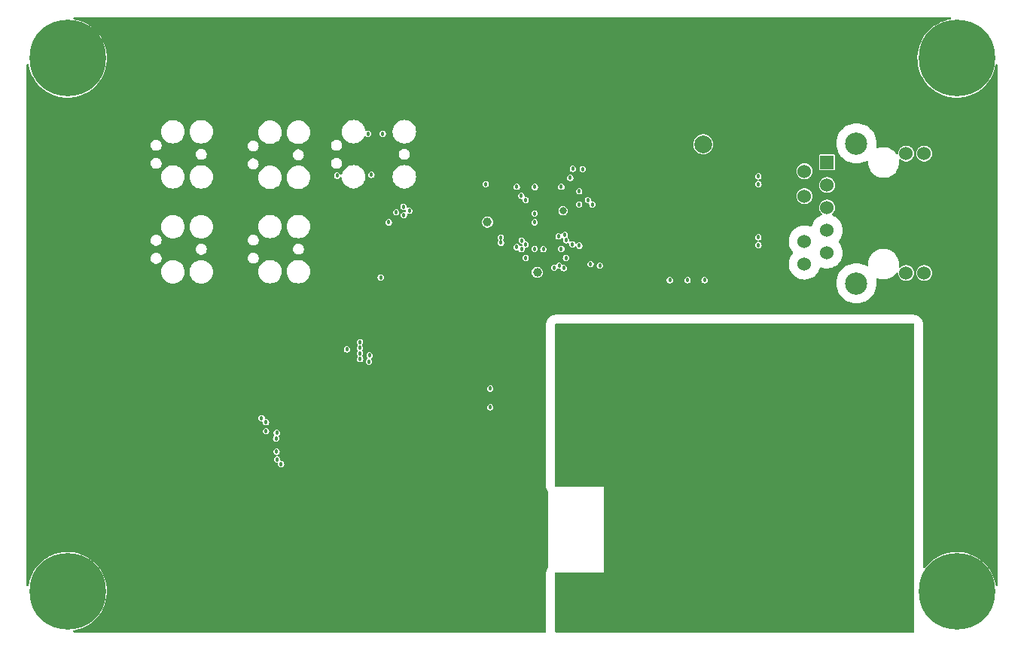
<source format=gbr>
%TF.GenerationSoftware,KiCad,Pcbnew,(5.99.0-13288-g9941a52e75)*%
%TF.CreationDate,2021-11-14T22:54:01-05:00*%
%TF.ProjectId,davis-receiver-kc6,64617669-732d-4726-9563-65697665722d,rev?*%
%TF.SameCoordinates,Original*%
%TF.FileFunction,Copper,L3,Inr*%
%TF.FilePolarity,Positive*%
%FSLAX46Y46*%
G04 Gerber Fmt 4.6, Leading zero omitted, Abs format (unit mm)*
G04 Created by KiCad (PCBNEW (5.99.0-13288-g9941a52e75)) date 2021-11-14 22:54:01*
%MOMM*%
%LPD*%
G01*
G04 APERTURE LIST*
%TA.AperFunction,ComponentPad*%
%ADD10C,0.508000*%
%TD*%
%TA.AperFunction,ComponentPad*%
%ADD11C,8.600000*%
%TD*%
%TA.AperFunction,ComponentPad*%
%ADD12C,0.900000*%
%TD*%
%TA.AperFunction,ComponentPad*%
%ADD13R,2.000000X2.000000*%
%TD*%
%TA.AperFunction,ComponentPad*%
%ADD14C,2.000000*%
%TD*%
%TA.AperFunction,ComponentPad*%
%ADD15R,1.524000X1.524000*%
%TD*%
%TA.AperFunction,ComponentPad*%
%ADD16C,1.524000*%
%TD*%
%TA.AperFunction,ComponentPad*%
%ADD17C,2.500000*%
%TD*%
%TA.AperFunction,ViaPad*%
%ADD18C,0.800000*%
%TD*%
%TA.AperFunction,ViaPad*%
%ADD19C,0.500000*%
%TD*%
%TA.AperFunction,ViaPad*%
%ADD20C,0.600000*%
%TD*%
%TA.AperFunction,ViaPad*%
%ADD21C,0.457200*%
%TD*%
%TA.AperFunction,ViaPad*%
%ADD22C,1.000000*%
%TD*%
G04 APERTURE END LIST*
D10*
%TO.N,GND*%
%TO.C,U2*%
X41614800Y-67611400D03*
X43189600Y-66824000D03*
X43189600Y-66036600D03*
X41614800Y-66036600D03*
X40827400Y-66824000D03*
X40827400Y-65249200D03*
X42402200Y-67611400D03*
X40827400Y-66036600D03*
X43189600Y-65249200D03*
X41614800Y-66824000D03*
X42402200Y-65249200D03*
X43189600Y-67611400D03*
X42402200Y-66824000D03*
X40827400Y-67611400D03*
X41614800Y-65249200D03*
X42402200Y-66036600D03*
%TD*%
D11*
%TO.N,N/C*%
%TO.C,H3*%
X122000000Y-22000000D03*
D12*
X122000000Y-25225000D03*
X125225000Y-22000000D03*
X124280419Y-24280419D03*
X124280419Y-19719581D03*
X119719581Y-24280419D03*
X119719581Y-19719581D03*
X118775000Y-22000000D03*
X122000000Y-18775000D03*
%TD*%
%TO.N,N/C*%
%TO.C,H2*%
X22000000Y-78775000D03*
D11*
X22000000Y-82000000D03*
D12*
X25225000Y-82000000D03*
X18775000Y-82000000D03*
X24280419Y-84280419D03*
X22000000Y-85225000D03*
X24280419Y-79719581D03*
X19719581Y-79719581D03*
X19719581Y-84280419D03*
%TD*%
D13*
%TO.N,GND*%
%TO.C,SW1*%
X93481600Y-38073600D03*
D14*
%TO.N,~{JTAG_RESET}*%
X93481600Y-31673600D03*
%TD*%
D15*
%TO.N,/ETH_TX_P*%
%TO.C,J2*%
X107413500Y-33702800D03*
D16*
%TO.N,/ETH_TX_N*%
X104873500Y-34702800D03*
%TO.N,+3V3*%
X107413500Y-36252800D03*
%TO.N,/ETH_RX_P*%
X104873500Y-37512800D03*
%TO.N,/ETH_RX_N*%
X107413500Y-38802800D03*
%TO.N,PairOnePos*%
X107413500Y-41342800D03*
%TO.N,PairOneNeg*%
X104873500Y-42592800D03*
%TO.N,PairTwoPos*%
X107413500Y-43882800D03*
%TO.N,PairTwoNeg*%
X104873500Y-45132800D03*
%TO.N,ETH_LED1*%
X116303500Y-32717800D03*
%TO.N,/ETH_LED2*%
X118333500Y-32717800D03*
%TO.N,ETH_LED3*%
X116303500Y-46167800D03*
%TO.N,/ETH_LED4*%
X118333500Y-46167800D03*
D17*
%TO.N,GND1*%
X110713500Y-47317800D03*
X110713500Y-31567800D03*
%TD*%
D12*
%TO.N,N/C*%
%TO.C,H4*%
X22000000Y-25225000D03*
X22000000Y-18775000D03*
X19719581Y-24280419D03*
X24280419Y-19719581D03*
D11*
X22000000Y-22000000D03*
D12*
X18775000Y-22000000D03*
X24280419Y-24280419D03*
X19719581Y-19719581D03*
X25225000Y-22000000D03*
%TD*%
%TO.N,N/C*%
%TO.C,H1*%
X119719581Y-84280419D03*
X119719581Y-79719581D03*
X122000000Y-85225000D03*
X118775000Y-82000000D03*
X124280419Y-79719581D03*
X124280419Y-84280419D03*
X122000000Y-78775000D03*
X125225000Y-82000000D03*
D11*
X122000000Y-82000000D03*
%TD*%
D18*
%TO.N,GND*%
X68068560Y-58416220D03*
X68025380Y-57164000D03*
X70085320Y-68886100D03*
D19*
X40336900Y-79308100D03*
X33224900Y-63941100D03*
X41479900Y-79308100D03*
X38304900Y-79308100D03*
X54560900Y-78038100D03*
X43511900Y-79308100D03*
X36653900Y-71307100D03*
X45543900Y-79308100D03*
X32208900Y-71180100D03*
X53798900Y-72958100D03*
X42368900Y-79308100D03*
X53925900Y-78038100D03*
X34240900Y-65084100D03*
X54560900Y-72958100D03*
X32208900Y-70291100D03*
X37415900Y-71307100D03*
X37415900Y-79308100D03*
D18*
X67304020Y-77750700D03*
D19*
X39447900Y-79308100D03*
X44400900Y-79308100D03*
X54560900Y-74101100D03*
D18*
X68205720Y-55182800D03*
X72326000Y-80457500D03*
X67596120Y-68886100D03*
D19*
X26747900Y-56829100D03*
D18*
X64814820Y-77725300D03*
X69526520Y-77738000D03*
D19*
X109526000Y-29057500D03*
X25731900Y-56829100D03*
X32208900Y-72450100D03*
X54560900Y-75244100D03*
X46432900Y-79308100D03*
X53925900Y-75244100D03*
X32208900Y-73339100D03*
X37441300Y-51672900D03*
X48922100Y-70773700D03*
X39003400Y-75091700D03*
X36641200Y-73948700D03*
X43257900Y-74659900D03*
X44477100Y-73821700D03*
X43270600Y-70570500D03*
X48617300Y-74088400D03*
X48960200Y-72856500D03*
X36349100Y-67687600D03*
X42026000Y-75307600D03*
X100626000Y-28457500D03*
X44362800Y-71789700D03*
X38584300Y-51672900D03*
X40603600Y-74583700D03*
X100636500Y-49818700D03*
X39473300Y-51672900D03*
X43346800Y-72691400D03*
X48896700Y-68856000D03*
X52147900Y-64703100D03*
X53417900Y-70164100D03*
X52147900Y-62671100D03*
X52147900Y-63433100D03*
X54941900Y-70164100D03*
X57202500Y-44436700D03*
X55932500Y-44462100D03*
X56592900Y-43789000D03*
X55970600Y-42480900D03*
X55932500Y-43814400D03*
X57786700Y-43763600D03*
X56605600Y-43128600D03*
X57202500Y-43789000D03*
X57786700Y-44411300D03*
X57799400Y-43103200D03*
X56592900Y-44436700D03*
X57215200Y-43128600D03*
X55945200Y-43154000D03*
X57824800Y-42430100D03*
X56631000Y-42455500D03*
X57240600Y-42455500D03*
X48591900Y-56956100D03*
X36552300Y-51672900D03*
X52147900Y-65465100D03*
X52147900Y-66735100D03*
X52147900Y-67497100D03*
X42526000Y-56857500D03*
D20*
X69726000Y-50357500D03*
D21*
X34226000Y-50957500D03*
D20*
X50226000Y-42557500D03*
D21*
X55226000Y-61957500D03*
X18226000Y-67957500D03*
X70826000Y-75957500D03*
X46226000Y-52957500D03*
X75426000Y-30557500D03*
X18226000Y-72957500D03*
X21226000Y-50957500D03*
X46626000Y-56957500D03*
D18*
X60826000Y-54057500D03*
D21*
X48226000Y-85957500D03*
X22226000Y-75957500D03*
D19*
X101950000Y-30350000D03*
D21*
X38826000Y-48357500D03*
X22226000Y-50957500D03*
X27226000Y-50957500D03*
D20*
X75826000Y-50357500D03*
D21*
X26226000Y-75957500D03*
X28226000Y-76957500D03*
X29226000Y-50957500D03*
D20*
X84026000Y-40957500D03*
X81926000Y-46357500D03*
D21*
X44826000Y-61957500D03*
D20*
X81926000Y-30457500D03*
D21*
X45226000Y-85957500D03*
X35226000Y-85957500D03*
X55226000Y-65957500D03*
X21226000Y-75957500D03*
D18*
X64326000Y-34357500D03*
D21*
X55226000Y-63957500D03*
X55226000Y-67957500D03*
X30226000Y-85957500D03*
D20*
X71826000Y-50357500D03*
D21*
X28226000Y-81957500D03*
X44626000Y-56957500D03*
X73826000Y-79157500D03*
D20*
X83926000Y-30457500D03*
D21*
X36426000Y-49257500D03*
X55226000Y-78957500D03*
X71326000Y-30457500D03*
X44226000Y-85957500D03*
D18*
X77926000Y-40757500D03*
D21*
X28226000Y-82957500D03*
X28226000Y-75957500D03*
D18*
X64326000Y-32357500D03*
D21*
X29226000Y-85957500D03*
X45026000Y-49157500D03*
X34226000Y-85957500D03*
X18226000Y-71957500D03*
D20*
X84026000Y-44457500D03*
D21*
X37996000Y-31637500D03*
X51226000Y-54957500D03*
X53226000Y-85957500D03*
X41226000Y-50957500D03*
X50226000Y-85957500D03*
X50926000Y-49257500D03*
D20*
X43426000Y-27757500D03*
D21*
X77126000Y-30657500D03*
X74226000Y-30557500D03*
X47226000Y-52957500D03*
X41226000Y-85957500D03*
X36226000Y-85957500D03*
X70826000Y-79257500D03*
X55226000Y-59957500D03*
X28226000Y-83957500D03*
X51226000Y-85957500D03*
X39226000Y-50957500D03*
D20*
X50526000Y-40057500D03*
D21*
X47426000Y-66857500D03*
X18226000Y-69957500D03*
X55226000Y-62957500D03*
D20*
X54626000Y-48657500D03*
X82626000Y-37857500D03*
D21*
X64526000Y-37757500D03*
X38226000Y-85957500D03*
X44226000Y-52957500D03*
X45226000Y-52957500D03*
X70826000Y-76657500D03*
X49026000Y-42357500D03*
D18*
X60426000Y-57657500D03*
X64326000Y-40457500D03*
D21*
X88386000Y-46287500D03*
X43226000Y-52957500D03*
X40226000Y-85957500D03*
X55226000Y-80957500D03*
X52226000Y-55957500D03*
D18*
X69026000Y-52757500D03*
D21*
X18226000Y-73957500D03*
X28226000Y-50957500D03*
D20*
X52726000Y-40057500D03*
D19*
X102550000Y-30350000D03*
D20*
X55126000Y-39957500D03*
D21*
X39926000Y-40457500D03*
X55226000Y-66957500D03*
X25226000Y-75957500D03*
X37926000Y-42337500D03*
X18226000Y-54957500D03*
D20*
X73826000Y-50357500D03*
D21*
X43126000Y-48957500D03*
X38226000Y-50957500D03*
X70726000Y-34457500D03*
X25226000Y-50957500D03*
X72026000Y-34457500D03*
X37926000Y-44557500D03*
X33226000Y-85957500D03*
X18226000Y-74957500D03*
X70826000Y-78557500D03*
X52526000Y-50457500D03*
D20*
X57626000Y-56357500D03*
D21*
X48956000Y-31917500D03*
X31226000Y-85957500D03*
D20*
X50926000Y-37057500D03*
D18*
X65126000Y-52957500D03*
D21*
X54226000Y-85957500D03*
X48226000Y-52957500D03*
X55226000Y-58957500D03*
X49026000Y-44657500D03*
D18*
X75226000Y-37957500D03*
D20*
X56026000Y-52257500D03*
D21*
X47926000Y-49157500D03*
X20226000Y-50957500D03*
X24226000Y-75957500D03*
X70726000Y-44282500D03*
X43226000Y-85957500D03*
X18226000Y-68957500D03*
X73826000Y-75957500D03*
D20*
X77926000Y-50357500D03*
D21*
X18226000Y-51957500D03*
X31926000Y-35257500D03*
X90726000Y-38757500D03*
X18226000Y-75957500D03*
X73826000Y-78457500D03*
X20226000Y-75957500D03*
X26226000Y-50957500D03*
X24226000Y-50957500D03*
X37226000Y-50957500D03*
X42226000Y-85957500D03*
X18226000Y-66957500D03*
X28226000Y-79957500D03*
X72526000Y-30557500D03*
X46526000Y-61957500D03*
X28226000Y-85957500D03*
D18*
X64326000Y-50357500D03*
D21*
X18226000Y-70957500D03*
X31226000Y-50957500D03*
X52226000Y-85957500D03*
X18226000Y-53957500D03*
X90026000Y-38757500D03*
X47226000Y-85957500D03*
X74126000Y-34457500D03*
X19226000Y-50957500D03*
D20*
X47126000Y-27657500D03*
D21*
X36226000Y-50957500D03*
X42226000Y-51957500D03*
X55226000Y-83957500D03*
X18226000Y-50957500D03*
X40326000Y-49357500D03*
X55226000Y-84957500D03*
X28226000Y-77957500D03*
X59226000Y-47457500D03*
X35326000Y-47357500D03*
X50226000Y-53957500D03*
X55226000Y-60957500D03*
D20*
X50426000Y-45057500D03*
D21*
X55226000Y-79957500D03*
X32426000Y-36157500D03*
X30226000Y-50957500D03*
X39226000Y-85957500D03*
X48916000Y-33667500D03*
X23226000Y-75957500D03*
D20*
X79926000Y-50357500D03*
D21*
X55226000Y-68957500D03*
X55226000Y-64957500D03*
X35426000Y-29417500D03*
X23226000Y-50957500D03*
X49226000Y-52957500D03*
X55226000Y-85957500D03*
X32226000Y-85957500D03*
X49226000Y-85957500D03*
D20*
X79926000Y-30457500D03*
D21*
X28226000Y-80957500D03*
D18*
X89226000Y-44357500D03*
D20*
X82026000Y-40057500D03*
D21*
X35226000Y-50957500D03*
X33226000Y-50957500D03*
X59226000Y-46657500D03*
X68726000Y-37757500D03*
X55226000Y-77957500D03*
X18226000Y-64957500D03*
X40226000Y-50957500D03*
X69626000Y-30457500D03*
X75026000Y-34457500D03*
D20*
X57626000Y-59357500D03*
D21*
X56616000Y-30487500D03*
X55226000Y-82957500D03*
X28226000Y-78957500D03*
X18226000Y-65957500D03*
X19226000Y-75957500D03*
D18*
X64326000Y-42457500D03*
D21*
X55226000Y-81957500D03*
X39826000Y-44557500D03*
X40926000Y-46957500D03*
D18*
X61826000Y-61357500D03*
D20*
X77826000Y-30457500D03*
D21*
X37226000Y-85957500D03*
X46226000Y-85957500D03*
D20*
X52026000Y-46657500D03*
D21*
X18226000Y-52957500D03*
X70726000Y-43732500D03*
X58226000Y-48357500D03*
X28226000Y-84957500D03*
X73826000Y-76657500D03*
X27226000Y-75957500D03*
D19*
X101325000Y-28450000D03*
D21*
X32226000Y-50957500D03*
%TO.N,+3V3*%
X74526000Y-40457500D03*
D22*
X69226000Y-40430500D03*
D21*
X77526000Y-36457500D03*
D22*
X74826000Y-46084500D03*
D18*
X77726000Y-39157500D03*
D21*
%TO.N,Net-(C17-Pad1)*%
X78526000Y-35457510D03*
X79926000Y-34457500D03*
D19*
%TO.N,GND1*%
X85122120Y-65596800D03*
X82455120Y-58611800D03*
X83979120Y-65596800D03*
X86011120Y-65596800D03*
X78772120Y-64834800D03*
X112808120Y-71184800D03*
X83217120Y-58611800D03*
X83090120Y-65596800D03*
X98584120Y-59500800D03*
X96298120Y-73978800D03*
X85626000Y-69557500D03*
X107220120Y-58230800D03*
X102135040Y-83834000D03*
X99955720Y-73216800D03*
X95790120Y-71184800D03*
X97060120Y-82106800D03*
X86341320Y-61177200D03*
X89948120Y-65596800D03*
X79280120Y-56960800D03*
X102140120Y-64326800D03*
X97822120Y-83630800D03*
X110059840Y-62965360D03*
X104934120Y-78296800D03*
X88932120Y-67374800D03*
X94332160Y-81329560D03*
X94520120Y-60770800D03*
X107220120Y-64072800D03*
X97822120Y-82106800D03*
X97060120Y-82868800D03*
X97822120Y-82868800D03*
X83344120Y-73724800D03*
X83344120Y-72962800D03*
X94322000Y-79841120D03*
X78772120Y-64072800D03*
X107474120Y-80582800D03*
X84106120Y-74486800D03*
X78772120Y-63310800D03*
X79280120Y-58484800D03*
X79280120Y-57722800D03*
X98838120Y-68390800D03*
X107220120Y-61024800D03*
X104172120Y-57976800D03*
X102394120Y-60516800D03*
X101378120Y-60516800D03*
X102140120Y-62040800D03*
X97060120Y-83630800D03*
X89694120Y-62548800D03*
X92996120Y-64834800D03*
X94520120Y-74232800D03*
X83344120Y-74486800D03*
X84106120Y-73724800D03*
X94774120Y-68644800D03*
X108490120Y-83122800D03*
X84106120Y-72962800D03*
X108744120Y-76264800D03*
X99641320Y-79540100D03*
X99641320Y-80080100D03*
X99631320Y-80620100D03*
X99092120Y-65596800D03*
X98695880Y-63991520D03*
X100331640Y-54776400D03*
X102759880Y-54862760D03*
X105045880Y-54908480D03*
X107296320Y-55203120D03*
X107626520Y-82340480D03*
X99621320Y-77960100D03*
X99631320Y-79010100D03*
X109470560Y-57108120D03*
X110059840Y-70483760D03*
X99621320Y-76390100D03*
X110059840Y-75756800D03*
X99621320Y-76910100D03*
X99621320Y-77430100D03*
X99631320Y-78480100D03*
D18*
X77311620Y-65850800D03*
X77311620Y-82614800D03*
X81629620Y-86024800D03*
X82899620Y-75756800D03*
X77311620Y-69660800D03*
X77311620Y-86024800D03*
X82899620Y-80328800D03*
X82899620Y-69660800D03*
X77311620Y-80328800D03*
X86709620Y-86024800D03*
X77311620Y-59500800D03*
X77311620Y-55944800D03*
X98901620Y-86024800D03*
X103219620Y-86024800D03*
X90011620Y-86024800D03*
X102203620Y-52388800D03*
X111601620Y-86024800D03*
X93567620Y-52388800D03*
X114903620Y-52388800D03*
X106521620Y-52388800D03*
X77311620Y-52388800D03*
X81121620Y-52388800D03*
X107537620Y-86024800D03*
X97631620Y-52388800D03*
X94329620Y-86024800D03*
X89249620Y-52388800D03*
X116700000Y-71684500D03*
X114223500Y-86016500D03*
X116700000Y-74923000D03*
D20*
X92650000Y-84400000D03*
D18*
X116700000Y-55746000D03*
D21*
X108826000Y-68957500D03*
D18*
X116700000Y-62350000D03*
X116700000Y-68700000D03*
D21*
X97326000Y-57457500D03*
X96626000Y-56257500D03*
X102326000Y-71757500D03*
D18*
X116700000Y-78161500D03*
X85526000Y-52357500D03*
X116700000Y-86016500D03*
X116475000Y-82035000D03*
X116700000Y-58984500D03*
X116700000Y-52380500D03*
D21*
X103826000Y-71757500D03*
D18*
X116700000Y-65588500D03*
D21*
X104426000Y-67557500D03*
%TO.N,Net-(C47-Pad1)*%
X69531600Y-59168100D03*
X69531600Y-61273720D03*
%TO.N,Net-(C61-Pad1)*%
X74545807Y-36477309D03*
X74526000Y-39457500D03*
X78834523Y-34433189D03*
%TO.N,/ETH_TX_P*%
X99676544Y-35269744D03*
X79526000Y-36957500D03*
%TO.N,/ETH_TX_N*%
X99691456Y-36173656D03*
X80526000Y-37957500D03*
%TO.N,/ETH_RX_P*%
X99676544Y-42127744D03*
X81026000Y-38457500D03*
%TO.N,/ETH_RX_N*%
X99691456Y-43031656D03*
X79526000Y-38457500D03*
%TO.N,ETH_LED3*%
X81856541Y-45326959D03*
%TO.N,ETH_LED1*%
X78076595Y-42479562D03*
%TO.N,JTAG_TDI*%
X56176000Y-35107500D03*
X73526000Y-37957500D03*
%TO.N,JTAG_TDO*%
X52326000Y-35207500D03*
X73026574Y-37458457D03*
%TO.N,JTAG_TCK*%
X55776000Y-30477500D03*
X69026000Y-36148869D03*
%TO.N,JTAG_TMS*%
X72526000Y-36457498D03*
X57448168Y-30479662D03*
%TO.N,BAR_MOSI*%
X79548162Y-43079668D03*
X59826000Y-39657500D03*
%TO.N,BAR_MISO*%
X58948165Y-39321154D03*
X80826000Y-45157500D03*
%TO.N,BAR_CS*%
X78776847Y-42935168D03*
X60426000Y-39157500D03*
%TO.N,BAR_SCLK*%
X77926000Y-41857500D03*
X58126000Y-40457508D03*
X59781601Y-38701899D03*
%TO.N,RF_MOSI*%
X70743870Y-42741439D03*
X54888781Y-55220281D03*
X45453839Y-64785330D03*
%TO.N,RF_MISO*%
X54910587Y-55842085D03*
X44328201Y-63955299D03*
X72507708Y-43249756D03*
%TO.N,RF_CS*%
X53423453Y-54754781D03*
X73070743Y-42496425D03*
X43830765Y-62501890D03*
%TO.N,RF_SCLK*%
X70726000Y-42157500D03*
X54881285Y-54584168D03*
X45526000Y-64157500D03*
%TO.N,RF_GPIO3*%
X74526000Y-43457500D03*
X45570119Y-67144570D03*
X55896047Y-56143844D03*
%TO.N,RF_GPIO2*%
X55960617Y-55435664D03*
X45517458Y-66250137D03*
X73526000Y-44457500D03*
%TO.N,RF_GPIO0*%
X54888215Y-53933629D03*
X73526000Y-42957500D03*
X44326000Y-62957500D03*
%TO.N,IND_R*%
X76726000Y-45557500D03*
X77221351Y-42045038D03*
X93626000Y-46957500D03*
%TO.N,IND_G*%
X78045372Y-44457500D03*
X91726000Y-46957500D03*
X77280409Y-45332859D03*
%TO.N,IND_B*%
X89726000Y-46957500D03*
X77793907Y-45610399D03*
X77526000Y-43457500D03*
%TO.N,RF_RESET*%
X75510140Y-43473360D03*
X46025729Y-67658964D03*
%TO.N,BAR_INT*%
X57226000Y-46657490D03*
X73045781Y-43477310D03*
%TD*%
%TA.AperFunction,Conductor*%
%TO.N,GND1*%
G36*
X117168121Y-51877502D02*
G01*
X117214614Y-51931158D01*
X117226000Y-51983500D01*
X117226000Y-86493000D01*
X117205998Y-86561121D01*
X117152342Y-86607614D01*
X117100000Y-86619000D01*
X76922000Y-86619000D01*
X76853879Y-86598998D01*
X76807386Y-86545342D01*
X76796000Y-86493000D01*
X76796000Y-79979650D01*
X76816002Y-79911529D01*
X76869658Y-79865036D01*
X76922000Y-79853650D01*
X82307800Y-79853650D01*
X82307800Y-70201650D01*
X76922000Y-70201650D01*
X76853879Y-70181648D01*
X76807386Y-70127992D01*
X76796000Y-70075650D01*
X76796000Y-51983500D01*
X76816002Y-51915379D01*
X76869658Y-51868886D01*
X76922000Y-51857500D01*
X117100000Y-51857500D01*
X117168121Y-51877502D01*
G37*
%TD.AperFunction*%
%TD*%
%TA.AperFunction,Conductor*%
%TO.N,GND*%
G36*
X121326511Y-17401002D02*
G01*
X121373004Y-17454658D01*
X121383108Y-17524932D01*
X121353614Y-17589512D01*
X121293888Y-17627896D01*
X121280053Y-17631124D01*
X121033076Y-17674228D01*
X121030205Y-17675014D01*
X121030198Y-17675015D01*
X120633140Y-17783638D01*
X120633130Y-17783641D01*
X120630276Y-17784422D01*
X120627512Y-17785466D01*
X120627501Y-17785470D01*
X120242407Y-17930985D01*
X120239634Y-17932033D01*
X120236967Y-17933340D01*
X120236966Y-17933340D01*
X120023972Y-18037685D01*
X119864617Y-18115752D01*
X119862082Y-18117305D01*
X119862081Y-18117306D01*
X119700477Y-18216337D01*
X119508554Y-18333948D01*
X119174605Y-18584684D01*
X118865734Y-18865734D01*
X118584684Y-19174605D01*
X118333948Y-19508554D01*
X118115752Y-19864617D01*
X117932033Y-20239634D01*
X117930986Y-20242404D01*
X117930985Y-20242407D01*
X117785470Y-20627501D01*
X117785466Y-20627512D01*
X117784422Y-20630276D01*
X117783641Y-20633130D01*
X117783638Y-20633140D01*
X117747224Y-20766247D01*
X117674228Y-21033076D01*
X117602431Y-21444458D01*
X117569666Y-21860771D01*
X117576226Y-22278320D01*
X117576553Y-22281279D01*
X117576553Y-22281284D01*
X117619576Y-22670979D01*
X117622051Y-22693399D01*
X117622653Y-22696307D01*
X117622654Y-22696312D01*
X117633552Y-22748934D01*
X117706735Y-23102323D01*
X117829526Y-23501463D01*
X117989335Y-23887276D01*
X118184743Y-24256337D01*
X118186368Y-24258811D01*
X118186374Y-24258821D01*
X118403691Y-24589654D01*
X118414015Y-24605370D01*
X118675117Y-24931279D01*
X118965731Y-25231169D01*
X119283277Y-25502379D01*
X119624936Y-25742501D01*
X119808303Y-25847092D01*
X119985102Y-25947936D01*
X119985107Y-25947939D01*
X119987678Y-25949405D01*
X120368280Y-26121254D01*
X120763366Y-26256522D01*
X120766240Y-26257212D01*
X120766247Y-26257214D01*
X121166549Y-26353318D01*
X121166553Y-26353319D01*
X121169428Y-26354009D01*
X121172361Y-26354426D01*
X121172364Y-26354427D01*
X121373602Y-26383067D01*
X121582863Y-26412849D01*
X122000000Y-26432521D01*
X122417137Y-26412849D01*
X122626398Y-26383067D01*
X122827636Y-26354427D01*
X122827639Y-26354426D01*
X122830572Y-26354009D01*
X122833447Y-26353319D01*
X122833451Y-26353318D01*
X123233753Y-26257214D01*
X123233760Y-26257212D01*
X123236634Y-26256522D01*
X123631720Y-26121254D01*
X124012322Y-25949405D01*
X124014893Y-25947939D01*
X124014898Y-25947936D01*
X124191697Y-25847092D01*
X124375064Y-25742501D01*
X124716723Y-25502379D01*
X125034269Y-25231169D01*
X125324883Y-24931279D01*
X125585985Y-24605370D01*
X125596309Y-24589654D01*
X125813626Y-24258821D01*
X125813632Y-24258811D01*
X125815257Y-24256337D01*
X126010665Y-23887276D01*
X126170474Y-23501463D01*
X126293265Y-23102323D01*
X126369618Y-22733628D01*
X126403018Y-22670979D01*
X126464987Y-22636332D01*
X126535850Y-22640689D01*
X126593108Y-22682666D01*
X126618583Y-22748934D01*
X126619000Y-22759179D01*
X126619000Y-81251788D01*
X126598998Y-81319909D01*
X126545342Y-81366402D01*
X126475068Y-81376506D01*
X126410488Y-81347012D01*
X126372104Y-81287286D01*
X126368257Y-81269541D01*
X126354427Y-81172364D01*
X126354426Y-81172361D01*
X126354009Y-81169428D01*
X126353318Y-81166549D01*
X126257214Y-80766247D01*
X126257212Y-80766240D01*
X126256522Y-80763366D01*
X126121254Y-80368280D01*
X125949405Y-79987678D01*
X125742501Y-79624936D01*
X125502379Y-79283277D01*
X125231169Y-78965731D01*
X124931279Y-78675117D01*
X124605370Y-78414015D01*
X124481114Y-78332394D01*
X124258821Y-78186374D01*
X124258811Y-78186368D01*
X124256337Y-78184743D01*
X123887276Y-77989335D01*
X123501463Y-77829526D01*
X123498640Y-77828658D01*
X123498633Y-77828655D01*
X123105161Y-77707608D01*
X123105159Y-77707608D01*
X123102323Y-77706735D01*
X123099420Y-77706134D01*
X123099413Y-77706132D01*
X122696312Y-77622654D01*
X122696307Y-77622653D01*
X122693399Y-77622051D01*
X122690450Y-77621725D01*
X122690441Y-77621724D01*
X122281284Y-77576553D01*
X122281279Y-77576553D01*
X122278320Y-77576226D01*
X122275336Y-77576179D01*
X122275334Y-77576179D01*
X122183998Y-77574744D01*
X121860771Y-77569666D01*
X121857827Y-77569898D01*
X121857817Y-77569898D01*
X121460325Y-77601182D01*
X121444458Y-77602431D01*
X121033076Y-77674228D01*
X121030205Y-77675014D01*
X121030198Y-77675015D01*
X120633140Y-77783638D01*
X120633130Y-77783641D01*
X120630276Y-77784422D01*
X120627512Y-77785466D01*
X120627501Y-77785470D01*
X120242407Y-77930985D01*
X120239634Y-77932033D01*
X119864617Y-78115752D01*
X119862082Y-78117305D01*
X119862081Y-78117306D01*
X119686586Y-78224850D01*
X119508554Y-78333948D01*
X119174605Y-78584684D01*
X118865734Y-78865734D01*
X118584684Y-79174605D01*
X118582898Y-79176984D01*
X118452760Y-79350311D01*
X118395864Y-79392776D01*
X118325041Y-79397740D01*
X118262777Y-79363626D01*
X118228841Y-79301265D01*
X118226000Y-79274658D01*
X118226000Y-51983500D01*
X118203148Y-51770940D01*
X118191762Y-51718598D01*
X118167365Y-51627405D01*
X118086717Y-51441835D01*
X117970365Y-51276299D01*
X117923872Y-51222643D01*
X117805402Y-51106870D01*
X117800576Y-51103641D01*
X117800573Y-51103639D01*
X117642540Y-50997914D01*
X117642539Y-50997914D01*
X117637229Y-50994361D01*
X117616062Y-50985736D01*
X117452808Y-50919213D01*
X117452799Y-50919210D01*
X117449852Y-50918009D01*
X117439349Y-50914925D01*
X117382975Y-50898372D01*
X117382963Y-50898369D01*
X117381731Y-50898007D01*
X117301299Y-50877970D01*
X117201266Y-50867798D01*
X117103179Y-50857823D01*
X117103174Y-50857823D01*
X117100000Y-50857500D01*
X76922000Y-50857500D01*
X76918653Y-50857860D01*
X76918650Y-50857860D01*
X76712804Y-50879990D01*
X76712798Y-50879991D01*
X76709440Y-50880352D01*
X76706140Y-50881070D01*
X76706139Y-50881070D01*
X76658527Y-50891427D01*
X76658521Y-50891428D01*
X76657098Y-50891738D01*
X76565905Y-50916135D01*
X76561616Y-50917999D01*
X76561613Y-50918000D01*
X76491411Y-50948510D01*
X76380335Y-50996783D01*
X76214799Y-51113135D01*
X76161143Y-51159628D01*
X76045370Y-51278098D01*
X75932861Y-51446271D01*
X75930450Y-51452188D01*
X75857713Y-51630692D01*
X75857710Y-51630701D01*
X75856509Y-51633648D01*
X75836507Y-51701769D01*
X75816470Y-51782201D01*
X75816015Y-51786678D01*
X75796341Y-51980150D01*
X75796000Y-51983500D01*
X75796000Y-70075650D01*
X75818852Y-70288210D01*
X75830238Y-70340552D01*
X75854635Y-70431745D01*
X75935283Y-70617315D01*
X76051635Y-70782851D01*
X76053726Y-70785264D01*
X76053729Y-70785268D01*
X76054021Y-70785605D01*
X76054061Y-70785693D01*
X76055692Y-70787780D01*
X76055193Y-70788170D01*
X76083517Y-70850185D01*
X76084800Y-70868121D01*
X76084800Y-79182556D01*
X76064798Y-79250677D01*
X76052990Y-79265505D01*
X76053089Y-79265585D01*
X76049430Y-79270093D01*
X76045370Y-79274248D01*
X76042141Y-79279074D01*
X76042139Y-79279077D01*
X76027295Y-79301265D01*
X75932861Y-79442421D01*
X75930450Y-79448338D01*
X75857713Y-79626842D01*
X75857710Y-79626851D01*
X75856509Y-79629798D01*
X75836507Y-79697919D01*
X75816470Y-79778351D01*
X75796000Y-79979650D01*
X75796000Y-86493000D01*
X75775998Y-86561121D01*
X75722342Y-86607614D01*
X75670000Y-86619000D01*
X22748212Y-86619000D01*
X22680091Y-86598998D01*
X22633598Y-86545342D01*
X22623494Y-86475068D01*
X22652988Y-86410488D01*
X22712714Y-86372104D01*
X22730459Y-86368257D01*
X22827636Y-86354427D01*
X22827639Y-86354426D01*
X22830572Y-86354009D01*
X22833447Y-86353319D01*
X22833451Y-86353318D01*
X23233753Y-86257214D01*
X23233760Y-86257212D01*
X23236634Y-86256522D01*
X23631720Y-86121254D01*
X24012322Y-85949405D01*
X24014893Y-85947939D01*
X24014898Y-85947936D01*
X24302899Y-85783663D01*
X24375064Y-85742501D01*
X24716723Y-85502379D01*
X25034269Y-85231169D01*
X25324883Y-84931279D01*
X25585985Y-84605370D01*
X25774000Y-84319145D01*
X25813626Y-84258821D01*
X25813632Y-84258811D01*
X25815257Y-84256337D01*
X26010665Y-83887276D01*
X26170474Y-83501463D01*
X26293265Y-83102323D01*
X26377949Y-82693399D01*
X26378276Y-82690441D01*
X26423503Y-82280779D01*
X26423504Y-82280767D01*
X26423774Y-82278320D01*
X26432521Y-82000000D01*
X26412849Y-81582863D01*
X26366670Y-81258390D01*
X26354427Y-81172364D01*
X26354426Y-81172361D01*
X26354009Y-81169428D01*
X26353318Y-81166549D01*
X26257214Y-80766247D01*
X26257212Y-80766240D01*
X26256522Y-80763366D01*
X26121254Y-80368280D01*
X25949405Y-79987678D01*
X25742501Y-79624936D01*
X25502379Y-79283277D01*
X25231169Y-78965731D01*
X24931279Y-78675117D01*
X24605370Y-78414015D01*
X24481114Y-78332394D01*
X24258821Y-78186374D01*
X24258811Y-78186368D01*
X24256337Y-78184743D01*
X23887276Y-77989335D01*
X23501463Y-77829526D01*
X23498640Y-77828658D01*
X23498633Y-77828655D01*
X23105161Y-77707608D01*
X23105159Y-77707608D01*
X23102323Y-77706735D01*
X23099420Y-77706134D01*
X23099413Y-77706132D01*
X22696312Y-77622654D01*
X22696307Y-77622653D01*
X22693399Y-77622051D01*
X22690450Y-77621725D01*
X22690441Y-77621724D01*
X22281284Y-77576553D01*
X22281279Y-77576553D01*
X22278320Y-77576226D01*
X22275336Y-77576179D01*
X22275334Y-77576179D01*
X22183998Y-77574744D01*
X21860771Y-77569666D01*
X21857827Y-77569898D01*
X21857817Y-77569898D01*
X21460325Y-77601182D01*
X21444458Y-77602431D01*
X21033076Y-77674228D01*
X21030205Y-77675014D01*
X21030198Y-77675015D01*
X20633140Y-77783638D01*
X20633130Y-77783641D01*
X20630276Y-77784422D01*
X20627512Y-77785466D01*
X20627501Y-77785470D01*
X20242407Y-77930985D01*
X20239634Y-77932033D01*
X19864617Y-78115752D01*
X19862082Y-78117305D01*
X19862081Y-78117306D01*
X19686586Y-78224850D01*
X19508554Y-78333948D01*
X19174605Y-78584684D01*
X18865734Y-78865734D01*
X18584684Y-79174605D01*
X18333948Y-79508554D01*
X18332394Y-79511090D01*
X18171295Y-79773980D01*
X18115752Y-79864617D01*
X17932033Y-80239634D01*
X17930986Y-80242404D01*
X17930985Y-80242407D01*
X17785470Y-80627501D01*
X17785466Y-80627512D01*
X17784422Y-80630276D01*
X17783641Y-80633130D01*
X17783638Y-80633140D01*
X17747224Y-80766247D01*
X17674228Y-81033076D01*
X17650431Y-81169428D01*
X17631124Y-81280053D01*
X17599708Y-81343720D01*
X17538858Y-81380296D01*
X17467893Y-81378167D01*
X17409344Y-81338010D01*
X17381801Y-81272574D01*
X17381000Y-81258390D01*
X17381000Y-66250137D01*
X45156919Y-66250137D01*
X45174565Y-66361550D01*
X45225776Y-66462057D01*
X45305538Y-66541819D01*
X45404798Y-66592394D01*
X45404797Y-66592394D01*
X45406045Y-66593030D01*
X45405963Y-66593191D01*
X45459501Y-66629800D01*
X45487138Y-66695196D01*
X45475031Y-66765153D01*
X45427025Y-66817459D01*
X45419168Y-66821823D01*
X45358199Y-66852888D01*
X45278437Y-66932650D01*
X45227226Y-67033157D01*
X45209580Y-67144570D01*
X45211131Y-67154360D01*
X45211131Y-67154363D01*
X45219785Y-67209000D01*
X45227226Y-67255983D01*
X45278437Y-67356490D01*
X45358199Y-67436252D01*
X45458706Y-67487463D01*
X45468495Y-67489013D01*
X45468497Y-67489014D01*
X45562187Y-67503853D01*
X45626340Y-67534266D01*
X45663867Y-67594534D01*
X45666423Y-67639253D01*
X45666741Y-67639253D01*
X45666741Y-67644817D01*
X45666924Y-67648017D01*
X45665190Y-67658964D01*
X45682836Y-67770377D01*
X45734047Y-67870884D01*
X45813809Y-67950646D01*
X45914316Y-68001857D01*
X45924105Y-68003407D01*
X45924107Y-68003408D01*
X46015936Y-68017952D01*
X46025729Y-68019503D01*
X46035522Y-68017952D01*
X46127351Y-68003408D01*
X46127353Y-68003407D01*
X46137142Y-68001857D01*
X46237649Y-67950646D01*
X46317411Y-67870884D01*
X46368622Y-67770377D01*
X46386268Y-67658964D01*
X46384717Y-67649171D01*
X46370173Y-67557342D01*
X46370172Y-67557340D01*
X46368622Y-67547551D01*
X46317411Y-67447044D01*
X46237649Y-67367282D01*
X46137142Y-67316071D01*
X46127353Y-67314521D01*
X46127351Y-67314520D01*
X46033661Y-67299681D01*
X45969508Y-67269268D01*
X45931981Y-67209000D01*
X45929425Y-67164281D01*
X45929107Y-67164281D01*
X45929107Y-67158717D01*
X45928924Y-67155515D01*
X45929107Y-67154360D01*
X45930658Y-67144570D01*
X45913012Y-67033157D01*
X45861801Y-66932650D01*
X45782039Y-66852888D01*
X45681532Y-66801677D01*
X45681614Y-66801516D01*
X45628076Y-66764907D01*
X45600439Y-66699511D01*
X45612546Y-66629554D01*
X45660552Y-66577248D01*
X45668409Y-66572884D01*
X45729378Y-66541819D01*
X45809140Y-66462057D01*
X45860351Y-66361550D01*
X45877997Y-66250137D01*
X45860351Y-66138724D01*
X45809140Y-66038217D01*
X45729378Y-65958455D01*
X45628871Y-65907244D01*
X45619082Y-65905694D01*
X45619080Y-65905693D01*
X45527251Y-65891149D01*
X45517458Y-65889598D01*
X45507665Y-65891149D01*
X45415836Y-65905693D01*
X45415834Y-65905694D01*
X45406045Y-65907244D01*
X45305538Y-65958455D01*
X45225776Y-66038217D01*
X45174565Y-66138724D01*
X45156919Y-66250137D01*
X17381000Y-66250137D01*
X17381000Y-64785330D01*
X45093300Y-64785330D01*
X45110946Y-64896743D01*
X45162157Y-64997250D01*
X45241919Y-65077012D01*
X45342426Y-65128223D01*
X45352215Y-65129773D01*
X45352217Y-65129774D01*
X45444046Y-65144318D01*
X45453839Y-65145869D01*
X45463632Y-65144318D01*
X45555461Y-65129774D01*
X45555463Y-65129773D01*
X45565252Y-65128223D01*
X45665759Y-65077012D01*
X45745521Y-64997250D01*
X45796732Y-64896743D01*
X45814378Y-64785330D01*
X45796732Y-64673917D01*
X45745521Y-64573410D01*
X45747595Y-64572353D01*
X45728331Y-64518351D01*
X45744416Y-64449201D01*
X45765031Y-64422071D01*
X45817682Y-64369420D01*
X45868893Y-64268913D01*
X45886539Y-64157500D01*
X45868893Y-64046087D01*
X45817682Y-63945580D01*
X45737920Y-63865818D01*
X45637413Y-63814607D01*
X45627624Y-63813057D01*
X45627622Y-63813056D01*
X45535793Y-63798512D01*
X45526000Y-63796961D01*
X45516207Y-63798512D01*
X45424378Y-63813056D01*
X45424376Y-63813057D01*
X45414587Y-63814607D01*
X45314080Y-63865818D01*
X45234318Y-63945580D01*
X45183107Y-64046087D01*
X45165461Y-64157500D01*
X45183107Y-64268913D01*
X45198816Y-64299743D01*
X45234318Y-64369420D01*
X45232244Y-64370477D01*
X45251508Y-64424479D01*
X45235423Y-64493629D01*
X45214808Y-64520759D01*
X45162157Y-64573410D01*
X45110946Y-64673917D01*
X45093300Y-64785330D01*
X17381000Y-64785330D01*
X17381000Y-63955299D01*
X43967662Y-63955299D01*
X43985308Y-64066712D01*
X44036519Y-64167219D01*
X44116281Y-64246981D01*
X44216788Y-64298192D01*
X44226577Y-64299742D01*
X44226579Y-64299743D01*
X44318408Y-64314287D01*
X44328201Y-64315838D01*
X44337994Y-64314287D01*
X44429823Y-64299743D01*
X44429825Y-64299742D01*
X44439614Y-64298192D01*
X44540121Y-64246981D01*
X44619883Y-64167219D01*
X44671094Y-64066712D01*
X44688740Y-63955299D01*
X44671094Y-63843886D01*
X44619883Y-63743379D01*
X44540121Y-63663617D01*
X44439614Y-63612406D01*
X44429825Y-63610856D01*
X44429823Y-63610855D01*
X44337994Y-63596311D01*
X44328201Y-63594760D01*
X44318408Y-63596311D01*
X44226579Y-63610855D01*
X44226577Y-63610856D01*
X44216788Y-63612406D01*
X44116281Y-63663617D01*
X44036519Y-63743379D01*
X43985308Y-63843886D01*
X43967662Y-63955299D01*
X17381000Y-63955299D01*
X17381000Y-62501890D01*
X43470226Y-62501890D01*
X43471777Y-62511683D01*
X43485284Y-62596961D01*
X43487872Y-62613303D01*
X43539083Y-62713810D01*
X43618845Y-62793572D01*
X43719352Y-62844783D01*
X43729141Y-62846333D01*
X43729143Y-62846334D01*
X43789403Y-62855878D01*
X43830765Y-62862429D01*
X43840558Y-62860878D01*
X43842543Y-62860878D01*
X43910664Y-62880880D01*
X43957157Y-62934536D01*
X43966992Y-62967167D01*
X43983107Y-63068913D01*
X44034318Y-63169420D01*
X44114080Y-63249182D01*
X44214587Y-63300393D01*
X44224376Y-63301943D01*
X44224378Y-63301944D01*
X44316207Y-63316488D01*
X44326000Y-63318039D01*
X44335793Y-63316488D01*
X44427622Y-63301944D01*
X44427624Y-63301943D01*
X44437413Y-63300393D01*
X44537920Y-63249182D01*
X44617682Y-63169420D01*
X44668893Y-63068913D01*
X44686539Y-62957500D01*
X44674404Y-62880880D01*
X44670444Y-62855878D01*
X44670443Y-62855876D01*
X44668893Y-62846087D01*
X44617682Y-62745580D01*
X44537920Y-62665818D01*
X44437413Y-62614607D01*
X44427624Y-62613057D01*
X44427622Y-62613056D01*
X44335793Y-62598512D01*
X44326000Y-62596961D01*
X44316207Y-62598512D01*
X44314222Y-62598512D01*
X44246101Y-62578510D01*
X44199608Y-62524854D01*
X44189773Y-62492223D01*
X44175209Y-62400268D01*
X44175208Y-62400266D01*
X44173658Y-62390477D01*
X44122447Y-62289970D01*
X44042685Y-62210208D01*
X43942178Y-62158997D01*
X43932389Y-62157447D01*
X43932387Y-62157446D01*
X43840558Y-62142902D01*
X43830765Y-62141351D01*
X43820972Y-62142902D01*
X43729143Y-62157446D01*
X43729141Y-62157447D01*
X43719352Y-62158997D01*
X43618845Y-62210208D01*
X43539083Y-62289970D01*
X43487872Y-62390477D01*
X43470226Y-62501890D01*
X17381000Y-62501890D01*
X17381000Y-61273720D01*
X69171061Y-61273720D01*
X69188707Y-61385133D01*
X69239918Y-61485640D01*
X69319680Y-61565402D01*
X69420187Y-61616613D01*
X69429976Y-61618163D01*
X69429978Y-61618164D01*
X69521807Y-61632708D01*
X69531600Y-61634259D01*
X69541393Y-61632708D01*
X69633222Y-61618164D01*
X69633224Y-61618163D01*
X69643013Y-61616613D01*
X69743520Y-61565402D01*
X69823282Y-61485640D01*
X69874493Y-61385133D01*
X69892139Y-61273720D01*
X69874493Y-61162307D01*
X69823282Y-61061800D01*
X69743520Y-60982038D01*
X69643013Y-60930827D01*
X69633224Y-60929277D01*
X69633222Y-60929276D01*
X69541393Y-60914732D01*
X69531600Y-60913181D01*
X69521807Y-60914732D01*
X69429978Y-60929276D01*
X69429976Y-60929277D01*
X69420187Y-60930827D01*
X69319680Y-60982038D01*
X69239918Y-61061800D01*
X69188707Y-61162307D01*
X69171061Y-61273720D01*
X17381000Y-61273720D01*
X17381000Y-59168100D01*
X69171061Y-59168100D01*
X69188707Y-59279513D01*
X69239918Y-59380020D01*
X69319680Y-59459782D01*
X69420187Y-59510993D01*
X69429976Y-59512543D01*
X69429978Y-59512544D01*
X69521807Y-59527088D01*
X69531600Y-59528639D01*
X69541393Y-59527088D01*
X69633222Y-59512544D01*
X69633224Y-59512543D01*
X69643013Y-59510993D01*
X69743520Y-59459782D01*
X69823282Y-59380020D01*
X69874493Y-59279513D01*
X69892139Y-59168100D01*
X69874493Y-59056687D01*
X69823282Y-58956180D01*
X69743520Y-58876418D01*
X69643013Y-58825207D01*
X69633224Y-58823657D01*
X69633222Y-58823656D01*
X69541393Y-58809112D01*
X69531600Y-58807561D01*
X69521807Y-58809112D01*
X69429978Y-58823656D01*
X69429976Y-58823657D01*
X69420187Y-58825207D01*
X69319680Y-58876418D01*
X69239918Y-58956180D01*
X69188707Y-59056687D01*
X69171061Y-59168100D01*
X17381000Y-59168100D01*
X17381000Y-54754781D01*
X53062914Y-54754781D01*
X53064465Y-54764574D01*
X53070567Y-54803098D01*
X53080560Y-54866194D01*
X53131771Y-54966701D01*
X53211533Y-55046463D01*
X53312040Y-55097674D01*
X53321829Y-55099224D01*
X53321831Y-55099225D01*
X53413660Y-55113769D01*
X53423453Y-55115320D01*
X53433246Y-55113769D01*
X53525075Y-55099225D01*
X53525077Y-55099224D01*
X53534866Y-55097674D01*
X53635373Y-55046463D01*
X53715135Y-54966701D01*
X53766346Y-54866194D01*
X53776340Y-54803098D01*
X53782441Y-54764574D01*
X53783992Y-54754781D01*
X53766346Y-54643368D01*
X53736182Y-54584168D01*
X54520746Y-54584168D01*
X54538392Y-54695581D01*
X54589603Y-54796088D01*
X54610393Y-54816878D01*
X54644419Y-54879190D01*
X54639354Y-54950005D01*
X54610394Y-54995066D01*
X54597099Y-55008361D01*
X54545888Y-55108868D01*
X54544338Y-55118657D01*
X54544337Y-55118659D01*
X54539216Y-55150993D01*
X54528242Y-55220281D01*
X54545888Y-55331694D01*
X54597099Y-55432201D01*
X54618050Y-55453152D01*
X54652076Y-55515464D01*
X54647011Y-55586279D01*
X54630889Y-55616311D01*
X54625920Y-55623150D01*
X54618905Y-55630165D01*
X54567694Y-55730672D01*
X54566144Y-55740461D01*
X54566143Y-55740463D01*
X54556563Y-55800951D01*
X54550048Y-55842085D01*
X54551599Y-55851878D01*
X54563167Y-55924913D01*
X54567694Y-55953498D01*
X54618905Y-56054005D01*
X54698667Y-56133767D01*
X54799174Y-56184978D01*
X54808963Y-56186528D01*
X54808965Y-56186529D01*
X54900794Y-56201073D01*
X54910587Y-56202624D01*
X54920380Y-56201073D01*
X55012209Y-56186529D01*
X55012211Y-56186528D01*
X55022000Y-56184978D01*
X55102730Y-56143844D01*
X55535508Y-56143844D01*
X55537059Y-56153637D01*
X55542269Y-56186529D01*
X55553154Y-56255257D01*
X55604365Y-56355764D01*
X55684127Y-56435526D01*
X55784634Y-56486737D01*
X55794423Y-56488287D01*
X55794425Y-56488288D01*
X55886254Y-56502832D01*
X55896047Y-56504383D01*
X55905840Y-56502832D01*
X55997669Y-56488288D01*
X55997671Y-56488287D01*
X56007460Y-56486737D01*
X56107967Y-56435526D01*
X56187729Y-56355764D01*
X56238940Y-56255257D01*
X56249826Y-56186529D01*
X56255035Y-56153637D01*
X56256586Y-56143844D01*
X56253880Y-56126756D01*
X56240491Y-56042222D01*
X56240490Y-56042220D01*
X56238940Y-56032431D01*
X56187729Y-55931924D01*
X56166052Y-55910247D01*
X56132026Y-55847935D01*
X56137091Y-55777120D01*
X56173886Y-55728695D01*
X56172537Y-55727346D01*
X56252299Y-55647584D01*
X56303510Y-55547077D01*
X56309072Y-55511963D01*
X56319605Y-55445457D01*
X56321156Y-55435664D01*
X56303510Y-55324251D01*
X56252299Y-55223744D01*
X56172537Y-55143982D01*
X56072030Y-55092771D01*
X56062241Y-55091221D01*
X56062239Y-55091220D01*
X55970410Y-55076676D01*
X55960617Y-55075125D01*
X55950824Y-55076676D01*
X55858995Y-55091220D01*
X55858993Y-55091221D01*
X55849204Y-55092771D01*
X55748697Y-55143982D01*
X55668935Y-55223744D01*
X55617724Y-55324251D01*
X55600078Y-55435664D01*
X55601629Y-55445457D01*
X55612163Y-55511963D01*
X55617724Y-55547077D01*
X55668935Y-55647584D01*
X55690612Y-55669261D01*
X55724638Y-55731573D01*
X55719573Y-55802388D01*
X55682778Y-55850813D01*
X55684127Y-55852162D01*
X55604365Y-55931924D01*
X55553154Y-56032431D01*
X55551604Y-56042220D01*
X55551603Y-56042222D01*
X55538214Y-56126756D01*
X55535508Y-56143844D01*
X55102730Y-56143844D01*
X55122507Y-56133767D01*
X55202269Y-56054005D01*
X55253480Y-55953498D01*
X55258008Y-55924913D01*
X55269575Y-55851878D01*
X55271126Y-55842085D01*
X55264611Y-55800951D01*
X55255031Y-55740463D01*
X55255030Y-55740461D01*
X55253480Y-55730672D01*
X55202269Y-55630165D01*
X55181318Y-55609214D01*
X55147292Y-55546902D01*
X55152357Y-55476087D01*
X55168479Y-55446055D01*
X55173448Y-55439216D01*
X55180463Y-55432201D01*
X55231674Y-55331694D01*
X55249320Y-55220281D01*
X55238346Y-55150993D01*
X55233225Y-55118659D01*
X55233224Y-55118657D01*
X55231674Y-55108868D01*
X55180463Y-55008361D01*
X55159674Y-54987572D01*
X55125648Y-54925260D01*
X55130713Y-54854445D01*
X55159670Y-54809385D01*
X55172967Y-54796088D01*
X55224178Y-54695581D01*
X55241824Y-54584168D01*
X55240273Y-54574375D01*
X55225729Y-54482546D01*
X55225728Y-54482544D01*
X55224178Y-54472755D01*
X55172967Y-54372248D01*
X55152178Y-54351459D01*
X55118152Y-54289147D01*
X55123217Y-54218332D01*
X55152176Y-54173270D01*
X55179897Y-54145549D01*
X55231108Y-54045042D01*
X55248754Y-53933629D01*
X55231108Y-53822216D01*
X55179897Y-53721709D01*
X55100135Y-53641947D01*
X54999628Y-53590736D01*
X54989839Y-53589186D01*
X54989837Y-53589185D01*
X54898008Y-53574641D01*
X54888215Y-53573090D01*
X54878422Y-53574641D01*
X54786593Y-53589185D01*
X54786591Y-53589186D01*
X54776802Y-53590736D01*
X54676295Y-53641947D01*
X54596533Y-53721709D01*
X54545322Y-53822216D01*
X54527676Y-53933629D01*
X54545322Y-54045042D01*
X54596533Y-54145549D01*
X54617323Y-54166339D01*
X54651349Y-54228651D01*
X54646284Y-54299466D01*
X54617326Y-54344525D01*
X54589603Y-54372248D01*
X54538392Y-54472755D01*
X54536842Y-54482544D01*
X54536841Y-54482546D01*
X54522297Y-54574375D01*
X54520746Y-54584168D01*
X53736182Y-54584168D01*
X53715135Y-54542861D01*
X53635373Y-54463099D01*
X53534866Y-54411888D01*
X53525077Y-54410338D01*
X53525075Y-54410337D01*
X53433246Y-54395793D01*
X53423453Y-54394242D01*
X53413660Y-54395793D01*
X53321831Y-54410337D01*
X53321829Y-54410338D01*
X53312040Y-54411888D01*
X53211533Y-54463099D01*
X53131771Y-54542861D01*
X53080560Y-54643368D01*
X53062914Y-54754781D01*
X17381000Y-54754781D01*
X17381000Y-46024200D01*
X32539927Y-46024200D01*
X32559980Y-46253411D01*
X32593303Y-46377774D01*
X32609591Y-46438559D01*
X32619531Y-46475657D01*
X32621853Y-46480638D01*
X32621854Y-46480639D01*
X32714444Y-46679199D01*
X32714447Y-46679204D01*
X32716770Y-46684186D01*
X32719926Y-46688693D01*
X32719927Y-46688695D01*
X32841029Y-46861646D01*
X32848742Y-46872662D01*
X33011438Y-47035358D01*
X33015946Y-47038515D01*
X33015949Y-47038517D01*
X33040815Y-47055928D01*
X33199913Y-47167330D01*
X33204895Y-47169653D01*
X33204900Y-47169656D01*
X33403461Y-47262246D01*
X33408443Y-47264569D01*
X33413751Y-47265991D01*
X33413753Y-47265992D01*
X33482392Y-47284384D01*
X33630689Y-47324120D01*
X33859900Y-47344173D01*
X34089111Y-47324120D01*
X34237408Y-47284384D01*
X34306047Y-47265992D01*
X34306049Y-47265991D01*
X34311357Y-47264569D01*
X34316339Y-47262246D01*
X34514900Y-47169656D01*
X34514905Y-47169653D01*
X34519887Y-47167330D01*
X34678985Y-47055928D01*
X34703851Y-47038517D01*
X34703854Y-47038515D01*
X34708362Y-47035358D01*
X34871058Y-46872662D01*
X34878772Y-46861646D01*
X34999873Y-46688695D01*
X34999874Y-46688693D01*
X35003030Y-46684186D01*
X35005353Y-46679204D01*
X35005356Y-46679199D01*
X35097946Y-46480639D01*
X35097947Y-46480638D01*
X35100269Y-46475657D01*
X35110210Y-46438559D01*
X35126497Y-46377774D01*
X35159820Y-46253411D01*
X35179873Y-46024200D01*
X35714927Y-46024200D01*
X35734980Y-46253411D01*
X35768303Y-46377774D01*
X35784591Y-46438559D01*
X35794531Y-46475657D01*
X35796853Y-46480638D01*
X35796854Y-46480639D01*
X35889444Y-46679199D01*
X35889447Y-46679204D01*
X35891770Y-46684186D01*
X35894926Y-46688693D01*
X35894927Y-46688695D01*
X36016029Y-46861646D01*
X36023742Y-46872662D01*
X36186438Y-47035358D01*
X36190946Y-47038515D01*
X36190949Y-47038517D01*
X36215815Y-47055928D01*
X36374913Y-47167330D01*
X36379895Y-47169653D01*
X36379900Y-47169656D01*
X36578461Y-47262246D01*
X36583443Y-47264569D01*
X36588751Y-47265991D01*
X36588753Y-47265992D01*
X36657392Y-47284384D01*
X36805689Y-47324120D01*
X37034900Y-47344173D01*
X37264111Y-47324120D01*
X37412408Y-47284384D01*
X37481047Y-47265992D01*
X37481049Y-47265991D01*
X37486357Y-47264569D01*
X37491339Y-47262246D01*
X37689900Y-47169656D01*
X37689905Y-47169653D01*
X37694887Y-47167330D01*
X37853985Y-47055928D01*
X37878851Y-47038517D01*
X37878854Y-47038515D01*
X37883362Y-47035358D01*
X38046058Y-46872662D01*
X38053772Y-46861646D01*
X38174873Y-46688695D01*
X38174874Y-46688693D01*
X38178030Y-46684186D01*
X38180353Y-46679204D01*
X38180356Y-46679199D01*
X38272946Y-46480639D01*
X38272947Y-46480638D01*
X38275269Y-46475657D01*
X38285210Y-46438559D01*
X38301497Y-46377774D01*
X38334820Y-46253411D01*
X38354873Y-46024200D01*
X38353762Y-46011500D01*
X43461927Y-46011500D01*
X43481980Y-46240711D01*
X43485383Y-46253411D01*
X43538335Y-46451028D01*
X43541531Y-46462957D01*
X43543853Y-46467938D01*
X43543854Y-46467939D01*
X43636444Y-46666499D01*
X43636447Y-46666504D01*
X43638770Y-46671486D01*
X43641926Y-46675993D01*
X43641927Y-46675995D01*
X43761027Y-46846087D01*
X43770742Y-46859962D01*
X43933438Y-47022658D01*
X43937946Y-47025815D01*
X43937949Y-47025817D01*
X43951575Y-47035358D01*
X44121913Y-47154630D01*
X44126895Y-47156953D01*
X44126900Y-47156956D01*
X44325461Y-47249546D01*
X44330443Y-47251869D01*
X44335751Y-47253291D01*
X44335753Y-47253292D01*
X44383150Y-47265992D01*
X44552689Y-47311420D01*
X44781900Y-47331473D01*
X45011111Y-47311420D01*
X45180650Y-47265992D01*
X45228047Y-47253292D01*
X45228049Y-47253291D01*
X45233357Y-47251869D01*
X45238339Y-47249546D01*
X45436900Y-47156956D01*
X45436905Y-47156953D01*
X45441887Y-47154630D01*
X45612225Y-47035358D01*
X45625851Y-47025817D01*
X45625854Y-47025815D01*
X45630362Y-47022658D01*
X45793058Y-46859962D01*
X45802774Y-46846087D01*
X45921873Y-46675995D01*
X45921874Y-46675993D01*
X45925030Y-46671486D01*
X45927353Y-46666504D01*
X45927356Y-46666499D01*
X46019946Y-46467939D01*
X46019947Y-46467938D01*
X46022269Y-46462957D01*
X46025466Y-46451028D01*
X46078417Y-46253411D01*
X46081820Y-46240711D01*
X46101873Y-46011500D01*
X46636927Y-46011500D01*
X46656980Y-46240711D01*
X46660383Y-46253411D01*
X46713335Y-46451028D01*
X46716531Y-46462957D01*
X46718853Y-46467938D01*
X46718854Y-46467939D01*
X46811444Y-46666499D01*
X46811447Y-46666504D01*
X46813770Y-46671486D01*
X46816926Y-46675993D01*
X46816927Y-46675995D01*
X46936027Y-46846087D01*
X46945742Y-46859962D01*
X47108438Y-47022658D01*
X47112946Y-47025815D01*
X47112949Y-47025817D01*
X47126575Y-47035358D01*
X47296913Y-47154630D01*
X47301895Y-47156953D01*
X47301900Y-47156956D01*
X47500461Y-47249546D01*
X47505443Y-47251869D01*
X47510751Y-47253291D01*
X47510753Y-47253292D01*
X47558150Y-47265992D01*
X47727689Y-47311420D01*
X47956900Y-47331473D01*
X48186111Y-47311420D01*
X48355650Y-47265992D01*
X48403047Y-47253292D01*
X48403049Y-47253291D01*
X48408357Y-47251869D01*
X48413339Y-47249546D01*
X48611900Y-47156956D01*
X48611905Y-47156953D01*
X48616887Y-47154630D01*
X48787225Y-47035358D01*
X48800851Y-47025817D01*
X48800854Y-47025815D01*
X48805362Y-47022658D01*
X48968058Y-46859962D01*
X48977774Y-46846087D01*
X49096873Y-46675995D01*
X49096874Y-46675993D01*
X49100030Y-46671486D01*
X49102353Y-46666504D01*
X49102356Y-46666499D01*
X49106557Y-46657490D01*
X56865461Y-46657490D01*
X56867012Y-46667283D01*
X56880468Y-46752238D01*
X56883107Y-46768903D01*
X56934318Y-46869410D01*
X57014080Y-46949172D01*
X57114587Y-47000383D01*
X57124376Y-47001933D01*
X57124378Y-47001934D01*
X57216207Y-47016478D01*
X57226000Y-47018029D01*
X57235793Y-47016478D01*
X57327622Y-47001934D01*
X57327624Y-47001933D01*
X57337413Y-47000383D01*
X57421575Y-46957500D01*
X89365461Y-46957500D01*
X89367012Y-46967293D01*
X89381268Y-47057300D01*
X89383107Y-47068913D01*
X89434318Y-47169420D01*
X89514080Y-47249182D01*
X89614587Y-47300393D01*
X89624376Y-47301943D01*
X89624378Y-47301944D01*
X89716207Y-47316488D01*
X89726000Y-47318039D01*
X89735793Y-47316488D01*
X89827622Y-47301944D01*
X89827624Y-47301943D01*
X89837413Y-47300393D01*
X89937920Y-47249182D01*
X90017682Y-47169420D01*
X90068893Y-47068913D01*
X90070733Y-47057300D01*
X90084988Y-46967293D01*
X90086539Y-46957500D01*
X91365461Y-46957500D01*
X91367012Y-46967293D01*
X91381268Y-47057300D01*
X91383107Y-47068913D01*
X91434318Y-47169420D01*
X91514080Y-47249182D01*
X91614587Y-47300393D01*
X91624376Y-47301943D01*
X91624378Y-47301944D01*
X91716207Y-47316488D01*
X91726000Y-47318039D01*
X91735793Y-47316488D01*
X91827622Y-47301944D01*
X91827624Y-47301943D01*
X91837413Y-47300393D01*
X91937920Y-47249182D01*
X92017682Y-47169420D01*
X92068893Y-47068913D01*
X92070733Y-47057300D01*
X92084988Y-46967293D01*
X92086539Y-46957500D01*
X93265461Y-46957500D01*
X93267012Y-46967293D01*
X93281268Y-47057300D01*
X93283107Y-47068913D01*
X93334318Y-47169420D01*
X93414080Y-47249182D01*
X93514587Y-47300393D01*
X93524376Y-47301943D01*
X93524378Y-47301944D01*
X93616207Y-47316488D01*
X93626000Y-47318039D01*
X93627509Y-47317800D01*
X108458171Y-47317800D01*
X108477466Y-47612180D01*
X108535019Y-47901522D01*
X108629848Y-48180877D01*
X108760328Y-48445464D01*
X108924227Y-48690757D01*
X108926941Y-48693851D01*
X108926945Y-48693857D01*
X109116033Y-48909469D01*
X109118742Y-48912558D01*
X109121831Y-48915267D01*
X109337443Y-49104355D01*
X109337449Y-49104359D01*
X109340543Y-49107073D01*
X109343969Y-49109362D01*
X109343974Y-49109366D01*
X109528039Y-49232354D01*
X109585835Y-49270972D01*
X109589534Y-49272796D01*
X109589539Y-49272799D01*
X109846728Y-49399630D01*
X109850423Y-49401452D01*
X109854321Y-49402775D01*
X109854323Y-49402776D01*
X110125868Y-49494954D01*
X110125872Y-49494955D01*
X110129778Y-49496281D01*
X110133822Y-49497085D01*
X110133828Y-49497087D01*
X110415077Y-49553030D01*
X110415080Y-49553030D01*
X110419120Y-49553834D01*
X110423231Y-49554103D01*
X110423235Y-49554104D01*
X110709381Y-49572859D01*
X110713500Y-49573129D01*
X110717619Y-49572859D01*
X111003765Y-49554104D01*
X111003769Y-49554103D01*
X111007880Y-49553834D01*
X111011920Y-49553030D01*
X111011923Y-49553030D01*
X111293172Y-49497087D01*
X111293178Y-49497085D01*
X111297222Y-49496281D01*
X111301128Y-49494955D01*
X111301132Y-49494954D01*
X111572677Y-49402776D01*
X111572679Y-49402775D01*
X111576577Y-49401452D01*
X111580272Y-49399630D01*
X111837461Y-49272799D01*
X111837466Y-49272796D01*
X111841165Y-49270972D01*
X111898961Y-49232354D01*
X112083026Y-49109366D01*
X112083031Y-49109362D01*
X112086457Y-49107073D01*
X112089551Y-49104359D01*
X112089557Y-49104355D01*
X112305169Y-48915267D01*
X112308258Y-48912558D01*
X112310967Y-48909469D01*
X112500055Y-48693857D01*
X112500059Y-48693851D01*
X112502773Y-48690757D01*
X112666672Y-48445464D01*
X112797152Y-48180877D01*
X112891981Y-47901522D01*
X112949534Y-47612180D01*
X112968829Y-47317800D01*
X112964355Y-47249546D01*
X112949804Y-47027535D01*
X112949803Y-47027531D01*
X112949534Y-47023420D01*
X112948541Y-47018425D01*
X112924144Y-46895774D01*
X112930472Y-46825060D01*
X112974027Y-46768993D01*
X113040979Y-46745374D01*
X113089263Y-46752238D01*
X113315136Y-46831116D01*
X113319729Y-46831988D01*
X113562804Y-46878137D01*
X113562807Y-46878137D01*
X113567393Y-46879008D01*
X113695676Y-46884049D01*
X113819290Y-46888906D01*
X113819296Y-46888906D01*
X113823958Y-46889089D01*
X113939629Y-46876421D01*
X114074542Y-46861646D01*
X114074547Y-46861645D01*
X114079195Y-46861136D01*
X114100788Y-46855451D01*
X114322973Y-46796954D01*
X114322975Y-46796953D01*
X114327496Y-46795763D01*
X114421928Y-46755192D01*
X114559113Y-46696253D01*
X114559115Y-46696252D01*
X114563407Y-46694408D01*
X114698198Y-46610997D01*
X114777773Y-46561755D01*
X114777777Y-46561752D01*
X114781746Y-46559296D01*
X114909637Y-46451028D01*
X114974150Y-46396414D01*
X114974151Y-46396413D01*
X114977716Y-46393395D01*
X115006972Y-46360035D01*
X115143929Y-46203866D01*
X115143932Y-46203861D01*
X115147011Y-46200351D01*
X115181401Y-46146886D01*
X115235075Y-46100415D01*
X115305353Y-46090339D01*
X115369922Y-46119857D01*
X115408282Y-46179599D01*
X115412682Y-46201876D01*
X115428645Y-46353756D01*
X115430685Y-46360034D01*
X115430685Y-46360035D01*
X115461347Y-46454402D01*
X115486425Y-46531585D01*
X115489728Y-46537307D01*
X115489729Y-46537308D01*
X115553462Y-46647697D01*
X115579915Y-46693515D01*
X115584333Y-46698422D01*
X115584334Y-46698423D01*
X115671980Y-46795763D01*
X115705030Y-46832469D01*
X115710369Y-46836348D01*
X115782675Y-46888881D01*
X115856300Y-46942373D01*
X115862328Y-46945057D01*
X115862330Y-46945058D01*
X116021084Y-47015740D01*
X116027115Y-47018425D01*
X116106780Y-47035358D01*
X116203553Y-47055928D01*
X116203557Y-47055928D01*
X116210010Y-47057300D01*
X116396990Y-47057300D01*
X116403443Y-47055928D01*
X116403447Y-47055928D01*
X116500220Y-47035358D01*
X116579885Y-47018425D01*
X116585916Y-47015740D01*
X116744670Y-46945058D01*
X116744672Y-46945057D01*
X116750700Y-46942373D01*
X116824326Y-46888881D01*
X116896631Y-46836348D01*
X116901970Y-46832469D01*
X116935021Y-46795763D01*
X117022666Y-46698423D01*
X117022667Y-46698422D01*
X117027085Y-46693515D01*
X117053538Y-46647697D01*
X117117271Y-46537308D01*
X117117272Y-46537307D01*
X117120575Y-46531585D01*
X117145653Y-46454402D01*
X117176315Y-46360035D01*
X117176315Y-46360034D01*
X117178355Y-46353756D01*
X117184163Y-46298502D01*
X117193190Y-46212612D01*
X117211307Y-46168578D01*
X117425053Y-46168578D01*
X117442444Y-46203116D01*
X117443810Y-46212612D01*
X117452838Y-46298502D01*
X117458645Y-46353756D01*
X117460685Y-46360034D01*
X117460685Y-46360035D01*
X117491347Y-46454402D01*
X117516425Y-46531585D01*
X117519728Y-46537307D01*
X117519729Y-46537308D01*
X117583462Y-46647697D01*
X117609915Y-46693515D01*
X117614333Y-46698422D01*
X117614334Y-46698423D01*
X117701980Y-46795763D01*
X117735030Y-46832469D01*
X117740369Y-46836348D01*
X117812675Y-46888881D01*
X117886300Y-46942373D01*
X117892328Y-46945057D01*
X117892330Y-46945058D01*
X118051084Y-47015740D01*
X118057115Y-47018425D01*
X118136780Y-47035358D01*
X118233553Y-47055928D01*
X118233557Y-47055928D01*
X118240010Y-47057300D01*
X118426990Y-47057300D01*
X118433443Y-47055928D01*
X118433447Y-47055928D01*
X118530220Y-47035358D01*
X118609885Y-47018425D01*
X118615916Y-47015740D01*
X118774670Y-46945058D01*
X118774672Y-46945057D01*
X118780700Y-46942373D01*
X118854326Y-46888881D01*
X118926631Y-46836348D01*
X118931970Y-46832469D01*
X118965021Y-46795763D01*
X119052666Y-46698423D01*
X119052667Y-46698422D01*
X119057085Y-46693515D01*
X119083538Y-46647697D01*
X119147271Y-46537308D01*
X119147272Y-46537307D01*
X119150575Y-46531585D01*
X119175653Y-46454402D01*
X119206315Y-46360035D01*
X119206315Y-46360034D01*
X119208355Y-46353756D01*
X119214163Y-46298502D01*
X119227210Y-46174365D01*
X119227900Y-46167800D01*
X119220965Y-46101821D01*
X119209045Y-45988408D01*
X119209045Y-45988407D01*
X119208355Y-45981844D01*
X119205121Y-45971889D01*
X119152617Y-45810300D01*
X119150575Y-45804015D01*
X119142297Y-45789676D01*
X119060388Y-45647806D01*
X119057085Y-45642085D01*
X119052666Y-45637177D01*
X118936385Y-45508034D01*
X118936383Y-45508033D01*
X118931970Y-45503131D01*
X118862124Y-45452385D01*
X118786042Y-45397108D01*
X118786041Y-45397107D01*
X118780700Y-45393227D01*
X118774672Y-45390543D01*
X118774670Y-45390542D01*
X118615916Y-45319860D01*
X118615914Y-45319860D01*
X118609885Y-45317175D01*
X118518438Y-45297738D01*
X118433447Y-45279672D01*
X118433443Y-45279672D01*
X118426990Y-45278300D01*
X118240010Y-45278300D01*
X118233557Y-45279672D01*
X118233553Y-45279672D01*
X118148563Y-45297737D01*
X118057115Y-45317175D01*
X118051086Y-45319860D01*
X118051084Y-45319860D01*
X117892330Y-45390542D01*
X117892328Y-45390543D01*
X117886300Y-45393227D01*
X117880959Y-45397107D01*
X117880958Y-45397108D01*
X117804876Y-45452385D01*
X117735030Y-45503131D01*
X117730617Y-45508033D01*
X117730615Y-45508034D01*
X117614334Y-45637177D01*
X117609915Y-45642085D01*
X117606612Y-45647806D01*
X117524704Y-45789676D01*
X117516425Y-45804015D01*
X117514383Y-45810300D01*
X117461880Y-45971889D01*
X117458645Y-45981844D01*
X117457955Y-45988407D01*
X117457955Y-45988408D01*
X117443810Y-46122988D01*
X117425053Y-46168578D01*
X117211307Y-46168578D01*
X117211947Y-46167022D01*
X117194556Y-46132484D01*
X117193190Y-46122988D01*
X117179045Y-45988408D01*
X117179045Y-45988407D01*
X117178355Y-45981844D01*
X117175121Y-45971889D01*
X117122617Y-45810300D01*
X117120575Y-45804015D01*
X117112297Y-45789676D01*
X117030388Y-45647806D01*
X117027085Y-45642085D01*
X117022666Y-45637177D01*
X116906385Y-45508034D01*
X116906383Y-45508033D01*
X116901970Y-45503131D01*
X116832124Y-45452385D01*
X116756042Y-45397108D01*
X116756041Y-45397107D01*
X116750700Y-45393227D01*
X116744672Y-45390543D01*
X116744670Y-45390542D01*
X116585916Y-45319860D01*
X116585914Y-45319860D01*
X116579885Y-45317175D01*
X116488438Y-45297738D01*
X116403447Y-45279672D01*
X116403443Y-45279672D01*
X116396990Y-45278300D01*
X116210010Y-45278300D01*
X116203557Y-45279672D01*
X116203553Y-45279672D01*
X116118563Y-45297737D01*
X116027115Y-45317175D01*
X116021086Y-45319860D01*
X116021084Y-45319860D01*
X115862330Y-45390542D01*
X115862328Y-45390543D01*
X115856300Y-45393227D01*
X115850959Y-45397107D01*
X115850958Y-45397108D01*
X115774876Y-45452385D01*
X115705030Y-45503131D01*
X115700616Y-45508033D01*
X115700614Y-45508035D01*
X115690379Y-45519402D01*
X115629932Y-45556641D01*
X115558949Y-45555288D01*
X115499965Y-45515773D01*
X115471707Y-45450642D01*
X115471751Y-45419189D01*
X115475396Y-45390542D01*
X115484730Y-45317166D01*
X115493072Y-45251595D01*
X115493072Y-45251589D01*
X115493470Y-45248464D01*
X115494178Y-45221446D01*
X115495761Y-45160960D01*
X115495844Y-45157800D01*
X115492339Y-45110638D01*
X115477162Y-44906395D01*
X115477161Y-44906391D01*
X115476816Y-44901743D01*
X115474221Y-44890271D01*
X115424080Y-44668683D01*
X115420149Y-44651312D01*
X115356437Y-44487478D01*
X115328781Y-44416360D01*
X115328780Y-44416358D01*
X115327088Y-44412007D01*
X115199678Y-44189086D01*
X115195450Y-44183722D01*
X115116975Y-44084177D01*
X115040718Y-43987445D01*
X114853699Y-43811516D01*
X114664694Y-43680398D01*
X114646573Y-43667827D01*
X114646570Y-43667825D01*
X114642731Y-43665162D01*
X114638541Y-43663096D01*
X114638538Y-43663094D01*
X114416635Y-43553664D01*
X114416632Y-43553663D01*
X114412447Y-43551599D01*
X114167908Y-43473321D01*
X114163301Y-43472571D01*
X114163298Y-43472570D01*
X113919095Y-43432799D01*
X113919096Y-43432799D01*
X113914484Y-43432048D01*
X113789792Y-43430416D01*
X113662420Y-43428748D01*
X113662417Y-43428748D01*
X113657743Y-43428687D01*
X113556814Y-43442423D01*
X113407965Y-43462680D01*
X113407958Y-43462681D01*
X113403325Y-43463312D01*
X113398835Y-43464621D01*
X113398829Y-43464622D01*
X113300723Y-43493218D01*
X113156820Y-43535162D01*
X113152573Y-43537120D01*
X113152570Y-43537121D01*
X113083608Y-43568913D01*
X112923643Y-43642658D01*
X112919734Y-43645221D01*
X112712829Y-43780873D01*
X112712824Y-43780877D01*
X112708916Y-43783439D01*
X112649815Y-43836189D01*
X112559431Y-43916860D01*
X112517356Y-43954413D01*
X112487225Y-43990642D01*
X112387587Y-44110444D01*
X112353172Y-44151823D01*
X112219970Y-44371332D01*
X112218163Y-44375640D01*
X112218163Y-44375641D01*
X112133929Y-44576517D01*
X112120677Y-44608119D01*
X112119526Y-44612651D01*
X112119525Y-44612654D01*
X112066523Y-44821350D01*
X112057474Y-44856982D01*
X112057005Y-44861638D01*
X112057005Y-44861639D01*
X112054731Y-44884227D01*
X112031750Y-45112453D01*
X112031974Y-45117119D01*
X112031974Y-45117124D01*
X112034080Y-45160960D01*
X112038434Y-45251595D01*
X112038591Y-45254865D01*
X112021880Y-45323867D01*
X111970517Y-45372881D01*
X111900809Y-45386345D01*
X111848823Y-45367848D01*
X111848168Y-45368983D01*
X111844597Y-45366921D01*
X111841165Y-45364628D01*
X111837466Y-45362804D01*
X111837461Y-45362801D01*
X111580272Y-45235970D01*
X111580270Y-45235969D01*
X111576577Y-45234148D01*
X111550621Y-45225337D01*
X111301132Y-45140646D01*
X111301128Y-45140645D01*
X111297222Y-45139319D01*
X111293178Y-45138515D01*
X111293172Y-45138513D01*
X111011923Y-45082570D01*
X111011920Y-45082570D01*
X111007880Y-45081766D01*
X111003769Y-45081497D01*
X111003765Y-45081496D01*
X110717619Y-45062741D01*
X110713500Y-45062471D01*
X110709381Y-45062741D01*
X110423235Y-45081496D01*
X110423231Y-45081497D01*
X110419120Y-45081766D01*
X110415080Y-45082570D01*
X110415077Y-45082570D01*
X110133828Y-45138513D01*
X110133822Y-45138515D01*
X110129778Y-45139319D01*
X110125872Y-45140645D01*
X110125868Y-45140646D01*
X109876379Y-45225337D01*
X109850423Y-45234148D01*
X109846730Y-45235969D01*
X109846728Y-45235970D01*
X109589540Y-45362801D01*
X109589535Y-45362804D01*
X109585836Y-45364628D01*
X109340543Y-45528527D01*
X109337449Y-45531241D01*
X109337443Y-45531245D01*
X109159272Y-45687498D01*
X109118742Y-45723042D01*
X109116033Y-45726131D01*
X108926945Y-45941743D01*
X108926941Y-45941749D01*
X108924227Y-45944843D01*
X108760328Y-46190136D01*
X108758504Y-46193835D01*
X108758501Y-46193840D01*
X108660075Y-46393429D01*
X108629848Y-46454723D01*
X108628525Y-46458621D01*
X108628524Y-46458623D01*
X108542125Y-46713146D01*
X108535019Y-46734078D01*
X108534215Y-46738122D01*
X108534213Y-46738128D01*
X108478393Y-47018761D01*
X108477466Y-47023420D01*
X108477197Y-47027531D01*
X108477196Y-47027535D01*
X108462645Y-47249546D01*
X108458171Y-47317800D01*
X93627509Y-47317800D01*
X93635793Y-47316488D01*
X93727622Y-47301944D01*
X93727624Y-47301943D01*
X93737413Y-47300393D01*
X93837920Y-47249182D01*
X93917682Y-47169420D01*
X93968893Y-47068913D01*
X93970733Y-47057300D01*
X93984988Y-46967293D01*
X93986539Y-46957500D01*
X93984110Y-46942161D01*
X93970444Y-46855878D01*
X93970443Y-46855876D01*
X93968893Y-46846087D01*
X93917682Y-46745580D01*
X93837920Y-46665818D01*
X93737413Y-46614607D01*
X93727624Y-46613057D01*
X93727622Y-46613056D01*
X93635793Y-46598512D01*
X93626000Y-46596961D01*
X93616207Y-46598512D01*
X93524378Y-46613056D01*
X93524376Y-46613057D01*
X93514587Y-46614607D01*
X93414080Y-46665818D01*
X93334318Y-46745580D01*
X93283107Y-46846087D01*
X93281557Y-46855876D01*
X93281556Y-46855878D01*
X93267890Y-46942161D01*
X93265461Y-46957500D01*
X92086539Y-46957500D01*
X92084110Y-46942161D01*
X92070444Y-46855878D01*
X92070443Y-46855876D01*
X92068893Y-46846087D01*
X92017682Y-46745580D01*
X91937920Y-46665818D01*
X91837413Y-46614607D01*
X91827624Y-46613057D01*
X91827622Y-46613056D01*
X91735793Y-46598512D01*
X91726000Y-46596961D01*
X91716207Y-46598512D01*
X91624378Y-46613056D01*
X91624376Y-46613057D01*
X91614587Y-46614607D01*
X91514080Y-46665818D01*
X91434318Y-46745580D01*
X91383107Y-46846087D01*
X91381557Y-46855876D01*
X91381556Y-46855878D01*
X91367890Y-46942161D01*
X91365461Y-46957500D01*
X90086539Y-46957500D01*
X90084110Y-46942161D01*
X90070444Y-46855878D01*
X90070443Y-46855876D01*
X90068893Y-46846087D01*
X90017682Y-46745580D01*
X89937920Y-46665818D01*
X89837413Y-46614607D01*
X89827624Y-46613057D01*
X89827622Y-46613056D01*
X89735793Y-46598512D01*
X89726000Y-46596961D01*
X89716207Y-46598512D01*
X89624378Y-46613056D01*
X89624376Y-46613057D01*
X89614587Y-46614607D01*
X89514080Y-46665818D01*
X89434318Y-46745580D01*
X89383107Y-46846087D01*
X89381557Y-46855876D01*
X89381556Y-46855878D01*
X89367890Y-46942161D01*
X89365461Y-46957500D01*
X57421575Y-46957500D01*
X57437920Y-46949172D01*
X57517682Y-46869410D01*
X57568893Y-46768903D01*
X57571533Y-46752238D01*
X57584988Y-46667283D01*
X57586539Y-46657490D01*
X57582721Y-46633383D01*
X57570444Y-46555868D01*
X57570443Y-46555866D01*
X57568893Y-46546077D01*
X57517682Y-46445570D01*
X57437920Y-46365808D01*
X57337413Y-46314597D01*
X57327624Y-46313047D01*
X57327622Y-46313046D01*
X57235793Y-46298502D01*
X57226000Y-46296951D01*
X57216207Y-46298502D01*
X57124378Y-46313046D01*
X57124376Y-46313047D01*
X57114587Y-46314597D01*
X57014080Y-46365808D01*
X56934318Y-46445570D01*
X56883107Y-46546077D01*
X56881557Y-46555866D01*
X56881556Y-46555868D01*
X56869279Y-46633383D01*
X56865461Y-46657490D01*
X49106557Y-46657490D01*
X49194946Y-46467939D01*
X49194947Y-46467938D01*
X49197269Y-46462957D01*
X49200466Y-46451028D01*
X49253417Y-46253411D01*
X49256820Y-46240711D01*
X49271066Y-46077881D01*
X74193926Y-46077881D01*
X74210592Y-46228843D01*
X74262787Y-46371471D01*
X74347497Y-46497533D01*
X74459831Y-46599750D01*
X74466504Y-46603373D01*
X74466508Y-46603376D01*
X74573226Y-46661318D01*
X74593305Y-46672220D01*
X74740213Y-46710761D01*
X74817667Y-46711977D01*
X74884474Y-46713027D01*
X74884477Y-46713027D01*
X74892073Y-46713146D01*
X74899477Y-46711450D01*
X74899479Y-46711450D01*
X74965832Y-46696253D01*
X75040119Y-46679239D01*
X75130366Y-46633850D01*
X75169021Y-46614409D01*
X75169024Y-46614407D01*
X75175804Y-46610997D01*
X75181576Y-46606068D01*
X75181578Y-46606066D01*
X75285522Y-46517289D01*
X75285523Y-46517288D01*
X75291294Y-46512359D01*
X75379921Y-46389021D01*
X75384443Y-46377774D01*
X75418784Y-46292346D01*
X75436570Y-46248102D01*
X75457970Y-46097738D01*
X75458109Y-46084500D01*
X75439863Y-45933721D01*
X75386177Y-45791646D01*
X75375720Y-45776431D01*
X75304454Y-45672738D01*
X75304453Y-45672736D01*
X75300152Y-45666479D01*
X75283098Y-45651284D01*
X75192425Y-45570497D01*
X75192422Y-45570495D01*
X75186753Y-45565444D01*
X75179673Y-45561695D01*
X75171750Y-45557500D01*
X76365461Y-45557500D01*
X76367012Y-45567293D01*
X76379899Y-45648656D01*
X76383107Y-45668913D01*
X76434318Y-45769420D01*
X76514080Y-45849182D01*
X76614587Y-45900393D01*
X76624376Y-45901943D01*
X76624378Y-45901944D01*
X76716207Y-45916488D01*
X76726000Y-45918039D01*
X76735793Y-45916488D01*
X76827622Y-45901944D01*
X76827624Y-45901943D01*
X76837413Y-45900393D01*
X76937920Y-45849182D01*
X77017682Y-45769420D01*
X77027426Y-45750297D01*
X77031980Y-45741360D01*
X77080728Y-45689746D01*
X77149643Y-45672680D01*
X77168931Y-45676159D01*
X77168996Y-45675752D01*
X77243158Y-45687498D01*
X77280409Y-45693398D01*
X77334461Y-45684837D01*
X77404871Y-45693936D01*
X77459185Y-45739658D01*
X77466437Y-45752081D01*
X77502225Y-45822319D01*
X77581987Y-45902081D01*
X77682494Y-45953292D01*
X77692283Y-45954842D01*
X77692285Y-45954843D01*
X77784114Y-45969387D01*
X77793907Y-45970938D01*
X77803700Y-45969387D01*
X77895529Y-45954843D01*
X77895531Y-45954842D01*
X77905320Y-45953292D01*
X78005827Y-45902081D01*
X78085589Y-45822319D01*
X78136800Y-45721812D01*
X78141301Y-45693398D01*
X78152895Y-45620192D01*
X78154446Y-45610399D01*
X78152895Y-45600606D01*
X78138351Y-45508777D01*
X78138350Y-45508775D01*
X78136800Y-45498986D01*
X78085589Y-45398479D01*
X78005827Y-45318717D01*
X77905320Y-45267506D01*
X77895531Y-45265956D01*
X77895529Y-45265955D01*
X77803700Y-45251411D01*
X77793907Y-45249860D01*
X77739855Y-45258421D01*
X77669445Y-45249322D01*
X77615131Y-45203600D01*
X77607878Y-45191175D01*
X77602311Y-45180249D01*
X77590720Y-45157500D01*
X80465461Y-45157500D01*
X80467012Y-45167293D01*
X80474655Y-45215546D01*
X80483107Y-45268913D01*
X80534318Y-45369420D01*
X80614080Y-45449182D01*
X80714587Y-45500393D01*
X80724376Y-45501943D01*
X80724378Y-45501944D01*
X80816207Y-45516488D01*
X80826000Y-45518039D01*
X80835793Y-45516488D01*
X80927622Y-45501944D01*
X80927624Y-45501943D01*
X80937413Y-45500393D01*
X81037920Y-45449182D01*
X81117682Y-45369420D01*
X81139317Y-45326959D01*
X81496002Y-45326959D01*
X81497553Y-45336752D01*
X81510610Y-45419189D01*
X81513648Y-45438372D01*
X81564859Y-45538879D01*
X81644621Y-45618641D01*
X81745128Y-45669852D01*
X81754917Y-45671402D01*
X81754919Y-45671403D01*
X81846748Y-45685947D01*
X81856541Y-45687498D01*
X81866334Y-45685947D01*
X81958163Y-45671403D01*
X81958165Y-45671402D01*
X81967954Y-45669852D01*
X82068461Y-45618641D01*
X82148223Y-45538879D01*
X82199434Y-45438372D01*
X82202473Y-45419189D01*
X82215529Y-45336752D01*
X82217080Y-45326959D01*
X82215313Y-45315803D01*
X82200985Y-45225337D01*
X82200984Y-45225335D01*
X82199434Y-45215546D01*
X82148223Y-45115039D01*
X82119718Y-45086534D01*
X103106664Y-45086534D01*
X103106888Y-45091201D01*
X103106888Y-45091206D01*
X103112861Y-45215546D01*
X103119232Y-45348197D01*
X103136947Y-45437254D01*
X103168936Y-45598074D01*
X103170339Y-45605128D01*
X103171918Y-45609526D01*
X103171920Y-45609533D01*
X103237748Y-45792878D01*
X103258861Y-45851683D01*
X103382855Y-46082446D01*
X103385650Y-46086189D01*
X103385652Y-46086192D01*
X103536803Y-46288608D01*
X103536808Y-46288614D01*
X103539595Y-46292346D01*
X103542904Y-46295626D01*
X103542909Y-46295632D01*
X103722321Y-46473485D01*
X103725638Y-46476773D01*
X103729400Y-46479531D01*
X103729403Y-46479534D01*
X103913349Y-46614409D01*
X103936898Y-46631676D01*
X103941029Y-46633850D01*
X103941030Y-46633850D01*
X104164599Y-46751475D01*
X104164605Y-46751477D01*
X104168734Y-46753650D01*
X104173142Y-46755189D01*
X104173148Y-46755192D01*
X104408137Y-46837254D01*
X104416052Y-46840018D01*
X104673420Y-46888881D01*
X104797675Y-46893763D01*
X104930515Y-46898982D01*
X104930520Y-46898982D01*
X104935183Y-46899165D01*
X105016957Y-46890209D01*
X105190938Y-46871156D01*
X105190944Y-46871155D01*
X105195591Y-46870646D01*
X105221370Y-46863859D01*
X105444400Y-46805140D01*
X105444402Y-46805139D01*
X105448923Y-46803949D01*
X105453220Y-46802103D01*
X105685320Y-46702385D01*
X105685322Y-46702384D01*
X105689614Y-46700540D01*
X105912376Y-46562691D01*
X106112316Y-46393429D01*
X106204242Y-46288608D01*
X106281960Y-46199988D01*
X106281964Y-46199983D01*
X106285042Y-46196473D01*
X106295896Y-46179599D01*
X106424230Y-45980081D01*
X106424233Y-45980076D01*
X106426758Y-45976150D01*
X106534352Y-45737301D01*
X106538374Y-45723042D01*
X106573618Y-45598074D01*
X106611360Y-45537941D01*
X106675621Y-45507758D01*
X106736427Y-45513321D01*
X106956052Y-45590018D01*
X107213420Y-45638881D01*
X107337675Y-45643763D01*
X107470515Y-45648982D01*
X107470520Y-45648982D01*
X107475183Y-45649165D01*
X107584646Y-45637177D01*
X107730938Y-45621156D01*
X107730944Y-45621155D01*
X107735591Y-45620646D01*
X107740115Y-45619455D01*
X107984400Y-45555140D01*
X107984402Y-45555139D01*
X107988923Y-45553949D01*
X108007681Y-45545890D01*
X108225320Y-45452385D01*
X108225322Y-45452384D01*
X108229614Y-45450540D01*
X108452376Y-45312691D01*
X108639060Y-45154651D01*
X108648750Y-45146448D01*
X108648751Y-45146447D01*
X108652316Y-45143429D01*
X108683564Y-45107798D01*
X108821960Y-44949988D01*
X108821964Y-44949983D01*
X108825042Y-44946473D01*
X108830126Y-44938569D01*
X108964230Y-44730081D01*
X108964233Y-44730076D01*
X108966758Y-44726150D01*
X109074352Y-44487301D01*
X109075737Y-44482392D01*
X109105843Y-44375641D01*
X109145460Y-44235171D01*
X109161837Y-44106441D01*
X109178122Y-43978431D01*
X109178122Y-43978427D01*
X109178520Y-43975301D01*
X109178629Y-43971166D01*
X109180445Y-43901765D01*
X109180942Y-43882800D01*
X109180421Y-43875783D01*
X109161874Y-43626207D01*
X109161873Y-43626203D01*
X109161528Y-43621555D01*
X109103713Y-43366050D01*
X109101815Y-43361169D01*
X109010460Y-43126250D01*
X109010459Y-43126248D01*
X109008767Y-43121897D01*
X109005837Y-43116771D01*
X108881095Y-42898516D01*
X108881093Y-42898514D01*
X108878776Y-42894459D01*
X108716595Y-42688733D01*
X108718093Y-42687552D01*
X108690333Y-42630985D01*
X108698477Y-42560457D01*
X108719771Y-42526513D01*
X108821954Y-42409995D01*
X108821958Y-42409989D01*
X108825042Y-42406473D01*
X108832548Y-42394804D01*
X108964230Y-42190081D01*
X108964233Y-42190076D01*
X108966758Y-42186150D01*
X109074352Y-41947301D01*
X109075662Y-41942658D01*
X109096637Y-41868284D01*
X109145460Y-41695171D01*
X109168628Y-41513056D01*
X109178122Y-41438431D01*
X109178122Y-41438427D01*
X109178520Y-41435301D01*
X109180942Y-41342800D01*
X109169631Y-41190594D01*
X109161874Y-41086207D01*
X109161873Y-41086203D01*
X109161528Y-41081555D01*
X109103713Y-40826050D01*
X109091985Y-40795892D01*
X109010460Y-40586250D01*
X109010459Y-40586248D01*
X109008767Y-40581897D01*
X109006395Y-40577746D01*
X108881095Y-40358516D01*
X108881093Y-40358514D01*
X108878776Y-40354459D01*
X108716595Y-40148733D01*
X108525787Y-39969240D01*
X108521940Y-39966571D01*
X108314387Y-39822585D01*
X108314384Y-39822583D01*
X108310545Y-39819920D01*
X108306355Y-39817854D01*
X108306352Y-39817852D01*
X108079783Y-39706121D01*
X108079780Y-39706120D01*
X108075595Y-39704056D01*
X108070447Y-39702408D01*
X108042178Y-39693359D01*
X107983398Y-39653541D01*
X107955476Y-39588266D01*
X107967278Y-39518257D01*
X108002326Y-39476439D01*
X108001722Y-39475768D01*
X108006475Y-39471488D01*
X108006533Y-39471419D01*
X108011970Y-39467469D01*
X108022167Y-39456145D01*
X108132666Y-39333423D01*
X108132667Y-39333422D01*
X108137085Y-39328515D01*
X108230575Y-39166585D01*
X108275126Y-39029472D01*
X108286315Y-38995035D01*
X108286315Y-38995034D01*
X108288355Y-38988756D01*
X108301277Y-38865818D01*
X108307210Y-38809365D01*
X108307900Y-38802800D01*
X108296419Y-38693569D01*
X108289045Y-38623408D01*
X108289045Y-38623407D01*
X108288355Y-38616844D01*
X108230575Y-38439015D01*
X108211351Y-38405717D01*
X108140388Y-38282806D01*
X108137085Y-38277085D01*
X108116013Y-38253682D01*
X108016385Y-38143034D01*
X108016383Y-38143033D01*
X108011970Y-38138131D01*
X107916700Y-38068913D01*
X107866042Y-38032108D01*
X107866041Y-38032107D01*
X107860700Y-38028227D01*
X107854672Y-38025543D01*
X107854670Y-38025542D01*
X107695916Y-37954860D01*
X107695914Y-37954860D01*
X107689885Y-37952175D01*
X107598438Y-37932738D01*
X107513447Y-37914672D01*
X107513443Y-37914672D01*
X107506990Y-37913300D01*
X107320010Y-37913300D01*
X107313557Y-37914672D01*
X107313553Y-37914672D01*
X107228563Y-37932737D01*
X107137115Y-37952175D01*
X107131086Y-37954860D01*
X107131084Y-37954860D01*
X106972330Y-38025542D01*
X106972328Y-38025543D01*
X106966300Y-38028227D01*
X106960959Y-38032107D01*
X106960958Y-38032108D01*
X106910300Y-38068913D01*
X106815030Y-38138131D01*
X106810617Y-38143033D01*
X106810615Y-38143034D01*
X106710987Y-38253682D01*
X106689915Y-38277085D01*
X106686612Y-38282806D01*
X106615650Y-38405717D01*
X106596425Y-38439015D01*
X106538645Y-38616844D01*
X106537955Y-38623407D01*
X106537955Y-38623408D01*
X106530581Y-38693569D01*
X106519100Y-38802800D01*
X106519790Y-38809365D01*
X106525724Y-38865818D01*
X106538645Y-38988756D01*
X106540685Y-38995034D01*
X106540685Y-38995035D01*
X106551874Y-39029472D01*
X106596425Y-39166585D01*
X106689915Y-39328515D01*
X106694333Y-39333422D01*
X106694334Y-39333423D01*
X106804834Y-39456145D01*
X106815030Y-39467469D01*
X106820368Y-39471348D01*
X106825278Y-39475768D01*
X106824013Y-39477173D01*
X106861798Y-39526169D01*
X106867875Y-39596905D01*
X106834745Y-39659698D01*
X106794063Y-39686275D01*
X106794529Y-39687286D01*
X106556627Y-39796960D01*
X106524476Y-39818039D01*
X106341462Y-39938028D01*
X106341457Y-39938032D01*
X106337549Y-39940594D01*
X106142109Y-40115032D01*
X105974598Y-40316441D01*
X105838698Y-40540398D01*
X105836889Y-40544712D01*
X105836888Y-40544714D01*
X105749257Y-40753690D01*
X105737393Y-40781982D01*
X105736242Y-40786514D01*
X105736241Y-40786517D01*
X105714396Y-40872533D01*
X105678241Y-40933634D01*
X105614792Y-40965489D01*
X105544193Y-40957984D01*
X105542510Y-40957223D01*
X105539781Y-40956121D01*
X105535595Y-40954056D01*
X105529379Y-40952066D01*
X105435252Y-40921936D01*
X105286101Y-40874193D01*
X105281494Y-40873443D01*
X105281491Y-40873442D01*
X105032154Y-40832835D01*
X105032155Y-40832835D01*
X105027543Y-40832084D01*
X104900358Y-40830419D01*
X104770277Y-40828716D01*
X104770274Y-40828716D01*
X104765600Y-40828655D01*
X104506028Y-40863981D01*
X104501542Y-40865289D01*
X104501540Y-40865289D01*
X104470992Y-40874193D01*
X104254529Y-40937286D01*
X104250276Y-40939247D01*
X104250275Y-40939247D01*
X104221239Y-40952633D01*
X104016627Y-41046960D01*
X104012718Y-41049523D01*
X103801462Y-41188028D01*
X103801457Y-41188032D01*
X103797549Y-41190594D01*
X103602109Y-41365032D01*
X103434598Y-41566441D01*
X103298698Y-41790398D01*
X103296889Y-41794712D01*
X103296888Y-41794714D01*
X103228200Y-41958517D01*
X103197393Y-42031982D01*
X103196242Y-42036514D01*
X103196241Y-42036517D01*
X103134977Y-42277746D01*
X103132909Y-42285887D01*
X103106664Y-42546534D01*
X103106888Y-42551201D01*
X103106888Y-42551206D01*
X103111144Y-42639817D01*
X103119232Y-42808197D01*
X103141089Y-42918080D01*
X103169175Y-43059275D01*
X103170339Y-43065128D01*
X103171918Y-43069526D01*
X103171920Y-43069533D01*
X103247346Y-43279612D01*
X103258861Y-43311683D01*
X103382855Y-43542446D01*
X103385650Y-43546189D01*
X103385652Y-43546192D01*
X103536803Y-43748608D01*
X103536808Y-43748614D01*
X103539595Y-43752346D01*
X103542904Y-43755626D01*
X103542909Y-43755632D01*
X103561465Y-43774026D01*
X103595761Y-43836189D01*
X103591006Y-43907026D01*
X103569633Y-43944078D01*
X103437595Y-44102837D01*
X103434598Y-44106441D01*
X103298698Y-44330398D01*
X103296889Y-44334712D01*
X103296888Y-44334714D01*
X103202786Y-44559122D01*
X103197393Y-44571982D01*
X103196242Y-44576514D01*
X103196241Y-44576517D01*
X103134631Y-44819108D01*
X103132909Y-44825887D01*
X103132440Y-44830543D01*
X103132440Y-44830544D01*
X103128631Y-44868370D01*
X103106664Y-45086534D01*
X82119718Y-45086534D01*
X82068461Y-45035277D01*
X81967954Y-44984066D01*
X81958165Y-44982516D01*
X81958163Y-44982515D01*
X81866334Y-44967971D01*
X81856541Y-44966420D01*
X81846748Y-44967971D01*
X81754919Y-44982515D01*
X81754917Y-44982516D01*
X81745128Y-44984066D01*
X81644621Y-45035277D01*
X81564859Y-45115039D01*
X81513648Y-45215546D01*
X81512098Y-45225335D01*
X81512097Y-45225337D01*
X81497769Y-45315803D01*
X81496002Y-45326959D01*
X81139317Y-45326959D01*
X81168893Y-45268913D01*
X81177346Y-45215546D01*
X81184988Y-45167293D01*
X81186539Y-45157500D01*
X81181128Y-45123338D01*
X81170444Y-45055878D01*
X81170443Y-45055876D01*
X81168893Y-45046087D01*
X81117682Y-44945580D01*
X81037920Y-44865818D01*
X80937413Y-44814607D01*
X80927624Y-44813057D01*
X80927622Y-44813056D01*
X80835793Y-44798512D01*
X80826000Y-44796961D01*
X80816207Y-44798512D01*
X80724378Y-44813056D01*
X80724376Y-44813057D01*
X80714587Y-44814607D01*
X80614080Y-44865818D01*
X80534318Y-44945580D01*
X80483107Y-45046087D01*
X80481557Y-45055876D01*
X80481556Y-45055878D01*
X80470872Y-45123338D01*
X80465461Y-45157500D01*
X77590720Y-45157500D01*
X77572091Y-45120939D01*
X77492329Y-45041177D01*
X77391822Y-44989966D01*
X77382033Y-44988416D01*
X77382031Y-44988415D01*
X77290202Y-44973871D01*
X77280409Y-44972320D01*
X77270616Y-44973871D01*
X77178787Y-44988415D01*
X77178785Y-44988416D01*
X77168996Y-44989966D01*
X77068489Y-45041177D01*
X76988727Y-45120939D01*
X76984227Y-45129771D01*
X76984225Y-45129774D01*
X76974429Y-45148999D01*
X76925681Y-45200613D01*
X76856766Y-45217679D01*
X76837478Y-45214200D01*
X76837413Y-45214607D01*
X76735793Y-45198512D01*
X76726000Y-45196961D01*
X76716207Y-45198512D01*
X76624378Y-45213056D01*
X76624376Y-45213057D01*
X76614587Y-45214607D01*
X76514080Y-45265818D01*
X76434318Y-45345580D01*
X76383107Y-45446087D01*
X76381557Y-45455876D01*
X76381556Y-45455878D01*
X76373295Y-45508035D01*
X76365461Y-45557500D01*
X75171750Y-45557500D01*
X75092941Y-45515773D01*
X75052528Y-45494375D01*
X75043216Y-45492036D01*
X74912595Y-45459226D01*
X74912591Y-45459226D01*
X74905224Y-45457375D01*
X74897625Y-45457335D01*
X74897623Y-45457335D01*
X74833984Y-45457002D01*
X74753347Y-45456580D01*
X74745967Y-45458352D01*
X74745965Y-45458352D01*
X74613044Y-45490264D01*
X74613043Y-45490265D01*
X74605664Y-45492036D01*
X74558289Y-45516488D01*
X74478830Y-45557500D01*
X74470702Y-45561695D01*
X74464980Y-45566687D01*
X74464978Y-45566688D01*
X74413460Y-45611630D01*
X74356251Y-45661537D01*
X74339095Y-45685947D01*
X74275119Y-45776976D01*
X74268920Y-45785796D01*
X74213750Y-45927301D01*
X74193926Y-46077881D01*
X49271066Y-46077881D01*
X49276873Y-46011500D01*
X49256820Y-45782289D01*
X49213386Y-45620192D01*
X49198692Y-45565353D01*
X49198691Y-45565351D01*
X49197269Y-45560043D01*
X49176959Y-45516488D01*
X49102356Y-45356501D01*
X49102353Y-45356496D01*
X49100030Y-45351514D01*
X49089694Y-45336752D01*
X48971217Y-45167549D01*
X48971215Y-45167546D01*
X48968058Y-45163038D01*
X48805362Y-45000342D01*
X48800854Y-44997185D01*
X48800851Y-44997183D01*
X48678184Y-44911291D01*
X48616887Y-44868370D01*
X48611905Y-44866047D01*
X48611900Y-44866044D01*
X48413339Y-44773454D01*
X48413338Y-44773453D01*
X48408357Y-44771131D01*
X48403049Y-44769709D01*
X48403047Y-44769708D01*
X48300277Y-44742171D01*
X48186111Y-44711580D01*
X47956900Y-44691527D01*
X47727689Y-44711580D01*
X47613523Y-44742171D01*
X47510753Y-44769708D01*
X47510751Y-44769709D01*
X47505443Y-44771131D01*
X47500462Y-44773453D01*
X47500461Y-44773454D01*
X47301901Y-44866044D01*
X47301896Y-44866047D01*
X47296914Y-44868370D01*
X47292407Y-44871526D01*
X47292405Y-44871527D01*
X47112949Y-44997183D01*
X47112946Y-44997185D01*
X47108438Y-45000342D01*
X46945742Y-45163038D01*
X46942585Y-45167546D01*
X46942583Y-45167549D01*
X46824106Y-45336752D01*
X46813770Y-45351514D01*
X46811447Y-45356496D01*
X46811444Y-45356501D01*
X46736841Y-45516488D01*
X46716531Y-45560043D01*
X46715109Y-45565351D01*
X46715108Y-45565353D01*
X46700414Y-45620192D01*
X46656980Y-45782289D01*
X46636927Y-46011500D01*
X46101873Y-46011500D01*
X46081820Y-45782289D01*
X46038386Y-45620192D01*
X46023692Y-45565353D01*
X46023691Y-45565351D01*
X46022269Y-45560043D01*
X46001959Y-45516488D01*
X45927356Y-45356501D01*
X45927353Y-45356496D01*
X45925030Y-45351514D01*
X45914694Y-45336752D01*
X45796217Y-45167549D01*
X45796215Y-45167546D01*
X45793058Y-45163038D01*
X45630362Y-45000342D01*
X45625854Y-44997185D01*
X45625851Y-44997183D01*
X45503184Y-44911291D01*
X45441887Y-44868370D01*
X45436905Y-44866047D01*
X45436900Y-44866044D01*
X45238339Y-44773454D01*
X45238338Y-44773453D01*
X45233357Y-44771131D01*
X45228049Y-44769709D01*
X45228047Y-44769708D01*
X45125277Y-44742171D01*
X45011111Y-44711580D01*
X44781900Y-44691527D01*
X44552689Y-44711580D01*
X44438523Y-44742171D01*
X44335753Y-44769708D01*
X44335751Y-44769709D01*
X44330443Y-44771131D01*
X44325462Y-44773453D01*
X44325461Y-44773454D01*
X44126901Y-44866044D01*
X44126896Y-44866047D01*
X44121914Y-44868370D01*
X44117407Y-44871526D01*
X44117405Y-44871527D01*
X43937949Y-44997183D01*
X43937946Y-44997185D01*
X43933438Y-45000342D01*
X43770742Y-45163038D01*
X43767585Y-45167546D01*
X43767583Y-45167549D01*
X43649106Y-45336752D01*
X43638770Y-45351514D01*
X43636447Y-45356496D01*
X43636444Y-45356501D01*
X43561841Y-45516488D01*
X43541531Y-45560043D01*
X43540109Y-45565351D01*
X43540108Y-45565353D01*
X43525414Y-45620192D01*
X43481980Y-45782289D01*
X43461927Y-46011500D01*
X38353762Y-46011500D01*
X38334820Y-45794989D01*
X38282717Y-45600540D01*
X38276692Y-45578053D01*
X38276691Y-45578051D01*
X38275269Y-45572743D01*
X38272728Y-45567293D01*
X38180356Y-45369201D01*
X38180353Y-45369196D01*
X38178030Y-45364214D01*
X38174873Y-45359705D01*
X38049217Y-45180249D01*
X38049215Y-45180246D01*
X38046058Y-45175738D01*
X37883362Y-45013042D01*
X37878854Y-45009885D01*
X37878851Y-45009883D01*
X37788292Y-44946473D01*
X37694887Y-44881070D01*
X37689905Y-44878747D01*
X37689900Y-44878744D01*
X37491339Y-44786154D01*
X37491338Y-44786153D01*
X37486357Y-44783831D01*
X37481049Y-44782409D01*
X37481047Y-44782408D01*
X37373840Y-44753682D01*
X37264111Y-44724280D01*
X37034900Y-44704227D01*
X36805689Y-44724280D01*
X36695960Y-44753682D01*
X36588753Y-44782408D01*
X36588751Y-44782409D01*
X36583443Y-44783831D01*
X36578462Y-44786153D01*
X36578461Y-44786154D01*
X36379901Y-44878744D01*
X36379896Y-44878747D01*
X36374914Y-44881070D01*
X36370407Y-44884226D01*
X36370405Y-44884227D01*
X36190949Y-45009883D01*
X36190946Y-45009885D01*
X36186438Y-45013042D01*
X36023742Y-45175738D01*
X36020585Y-45180246D01*
X36020583Y-45180249D01*
X35894927Y-45359705D01*
X35891770Y-45364214D01*
X35889447Y-45369196D01*
X35889444Y-45369201D01*
X35797072Y-45567293D01*
X35794531Y-45572743D01*
X35793109Y-45578051D01*
X35793108Y-45578053D01*
X35787083Y-45600540D01*
X35734980Y-45794989D01*
X35714927Y-46024200D01*
X35179873Y-46024200D01*
X35159820Y-45794989D01*
X35107717Y-45600540D01*
X35101692Y-45578053D01*
X35101691Y-45578051D01*
X35100269Y-45572743D01*
X35097728Y-45567293D01*
X35005356Y-45369201D01*
X35005353Y-45369196D01*
X35003030Y-45364214D01*
X34999873Y-45359705D01*
X34874217Y-45180249D01*
X34874215Y-45180246D01*
X34871058Y-45175738D01*
X34708362Y-45013042D01*
X34703854Y-45009885D01*
X34703851Y-45009883D01*
X34613292Y-44946473D01*
X34519887Y-44881070D01*
X34514905Y-44878747D01*
X34514900Y-44878744D01*
X34316339Y-44786154D01*
X34316338Y-44786153D01*
X34311357Y-44783831D01*
X34306049Y-44782409D01*
X34306047Y-44782408D01*
X34198840Y-44753682D01*
X34089111Y-44724280D01*
X33859900Y-44704227D01*
X33630689Y-44724280D01*
X33520960Y-44753682D01*
X33413753Y-44782408D01*
X33413751Y-44782409D01*
X33408443Y-44783831D01*
X33403462Y-44786153D01*
X33403461Y-44786154D01*
X33204901Y-44878744D01*
X33204896Y-44878747D01*
X33199914Y-44881070D01*
X33195407Y-44884226D01*
X33195405Y-44884227D01*
X33015949Y-45009883D01*
X33015946Y-45009885D01*
X33011438Y-45013042D01*
X32848742Y-45175738D01*
X32845585Y-45180246D01*
X32845583Y-45180249D01*
X32719927Y-45359705D01*
X32716770Y-45364214D01*
X32714447Y-45369196D01*
X32714444Y-45369201D01*
X32622072Y-45567293D01*
X32619531Y-45572743D01*
X32618109Y-45578051D01*
X32618108Y-45578053D01*
X32612083Y-45600540D01*
X32559980Y-45794989D01*
X32539927Y-46024200D01*
X17381000Y-46024200D01*
X17381000Y-44492628D01*
X31327358Y-44492628D01*
X31343905Y-44642508D01*
X31346514Y-44649636D01*
X31346514Y-44649638D01*
X31384589Y-44753682D01*
X31395726Y-44784114D01*
X31479828Y-44909271D01*
X31485440Y-44914378D01*
X31485443Y-44914381D01*
X31550822Y-44973871D01*
X31591357Y-45010755D01*
X31598034Y-45014380D01*
X31598035Y-45014381D01*
X31602833Y-45016986D01*
X31723874Y-45082705D01*
X31869728Y-45120970D01*
X31948169Y-45122202D01*
X32012902Y-45123219D01*
X32012905Y-45123219D01*
X32020500Y-45123338D01*
X32083356Y-45108942D01*
X32160081Y-45091370D01*
X32160085Y-45091369D01*
X32167484Y-45089674D01*
X32302195Y-45021921D01*
X32367179Y-44966420D01*
X32411083Y-44928923D01*
X32411085Y-44928920D01*
X32416857Y-44923991D01*
X32504849Y-44801537D01*
X32561092Y-44661629D01*
X32574287Y-44568913D01*
X32581757Y-44516427D01*
X32581757Y-44516424D01*
X32582338Y-44512343D01*
X32582403Y-44506128D01*
X32582433Y-44503335D01*
X32582433Y-44503329D01*
X32582476Y-44499200D01*
X32580144Y-44479928D01*
X42249358Y-44479928D01*
X42265905Y-44629808D01*
X42268514Y-44636936D01*
X42268514Y-44636938D01*
X42302600Y-44730081D01*
X42317726Y-44771414D01*
X42401828Y-44896571D01*
X42407440Y-44901678D01*
X42407443Y-44901681D01*
X42437382Y-44928923D01*
X42513357Y-44998055D01*
X42520034Y-45001680D01*
X42520035Y-45001681D01*
X42536748Y-45010755D01*
X42645874Y-45070005D01*
X42791728Y-45108270D01*
X42870169Y-45109502D01*
X42934902Y-45110519D01*
X42934905Y-45110519D01*
X42942500Y-45110638D01*
X42995177Y-45098573D01*
X43082081Y-45078670D01*
X43082085Y-45078669D01*
X43089484Y-45076974D01*
X43224195Y-45009221D01*
X43274309Y-44966420D01*
X43333083Y-44916223D01*
X43333085Y-44916220D01*
X43338857Y-44911291D01*
X43426849Y-44788837D01*
X43483092Y-44648929D01*
X43493223Y-44577746D01*
X43503757Y-44503727D01*
X43503757Y-44503724D01*
X43504338Y-44499643D01*
X43504476Y-44486500D01*
X43500967Y-44457500D01*
X73165461Y-44457500D01*
X73167012Y-44467293D01*
X73172783Y-44503727D01*
X73183107Y-44568913D01*
X73234318Y-44669420D01*
X73314080Y-44749182D01*
X73414587Y-44800393D01*
X73424376Y-44801943D01*
X73424378Y-44801944D01*
X73516207Y-44816488D01*
X73526000Y-44818039D01*
X73535793Y-44816488D01*
X73627622Y-44801944D01*
X73627624Y-44801943D01*
X73637413Y-44800393D01*
X73737920Y-44749182D01*
X73817682Y-44669420D01*
X73868893Y-44568913D01*
X73879218Y-44503727D01*
X73884988Y-44467293D01*
X73886539Y-44457500D01*
X77684833Y-44457500D01*
X77686384Y-44467293D01*
X77692155Y-44503727D01*
X77702479Y-44568913D01*
X77753690Y-44669420D01*
X77833452Y-44749182D01*
X77933959Y-44800393D01*
X77943748Y-44801943D01*
X77943750Y-44801944D01*
X78035579Y-44816488D01*
X78045372Y-44818039D01*
X78055165Y-44816488D01*
X78146994Y-44801944D01*
X78146996Y-44801943D01*
X78156785Y-44800393D01*
X78257292Y-44749182D01*
X78337054Y-44669420D01*
X78388265Y-44568913D01*
X78398590Y-44503727D01*
X78404360Y-44467293D01*
X78405911Y-44457500D01*
X78392946Y-44375641D01*
X78389816Y-44355878D01*
X78389815Y-44355876D01*
X78388265Y-44346087D01*
X78337054Y-44245580D01*
X78257292Y-44165818D01*
X78156785Y-44114607D01*
X78146996Y-44113057D01*
X78146994Y-44113056D01*
X78055165Y-44098512D01*
X78045372Y-44096961D01*
X78035579Y-44098512D01*
X77943750Y-44113056D01*
X77943748Y-44113057D01*
X77933959Y-44114607D01*
X77833452Y-44165818D01*
X77753690Y-44245580D01*
X77702479Y-44346087D01*
X77700929Y-44355876D01*
X77700928Y-44355878D01*
X77697798Y-44375641D01*
X77684833Y-44457500D01*
X73886539Y-44457500D01*
X73873574Y-44375641D01*
X73870444Y-44355878D01*
X73870443Y-44355876D01*
X73868893Y-44346087D01*
X73817682Y-44245580D01*
X73737920Y-44165818D01*
X73637413Y-44114607D01*
X73627624Y-44113057D01*
X73627622Y-44113056D01*
X73535793Y-44098512D01*
X73526000Y-44096961D01*
X73516207Y-44098512D01*
X73424378Y-44113056D01*
X73424376Y-44113057D01*
X73414587Y-44114607D01*
X73314080Y-44165818D01*
X73234318Y-44245580D01*
X73183107Y-44346087D01*
X73181557Y-44355876D01*
X73181556Y-44355878D01*
X73178426Y-44375641D01*
X73165461Y-44457500D01*
X43500967Y-44457500D01*
X43486361Y-44336802D01*
X43433060Y-44195747D01*
X43417309Y-44172829D01*
X43351954Y-44077736D01*
X43351953Y-44077734D01*
X43347652Y-44071477D01*
X43336986Y-44061974D01*
X43240737Y-43976218D01*
X43240733Y-43976216D01*
X43235066Y-43971166D01*
X43228356Y-43967613D01*
X43108514Y-43904160D01*
X43108512Y-43904159D01*
X43101803Y-43900607D01*
X43030909Y-43882800D01*
X42962927Y-43865724D01*
X42962924Y-43865724D01*
X42955556Y-43863873D01*
X42947956Y-43863833D01*
X42947955Y-43863833D01*
X42886514Y-43863511D01*
X42804768Y-43863083D01*
X42797388Y-43864855D01*
X42797386Y-43864855D01*
X42665524Y-43896512D01*
X42665520Y-43896513D01*
X42658145Y-43898284D01*
X42524150Y-43967444D01*
X42518428Y-43972436D01*
X42518426Y-43972437D01*
X42416245Y-44061575D01*
X42416242Y-44061579D01*
X42410520Y-44066570D01*
X42406155Y-44072780D01*
X42406152Y-44072784D01*
X42377849Y-44113056D01*
X42323815Y-44189938D01*
X42269040Y-44330428D01*
X42268048Y-44337961D01*
X42268048Y-44337962D01*
X42252311Y-44457500D01*
X42249358Y-44479928D01*
X32580144Y-44479928D01*
X32564361Y-44349502D01*
X32511060Y-44208447D01*
X32469674Y-44148229D01*
X32429954Y-44090436D01*
X32429953Y-44090434D01*
X32425652Y-44084177D01*
X32414986Y-44074674D01*
X32318737Y-43988918D01*
X32318733Y-43988916D01*
X32313066Y-43983866D01*
X32306356Y-43980313D01*
X32186514Y-43916860D01*
X32186512Y-43916859D01*
X32179803Y-43913307D01*
X32112938Y-43896512D01*
X32040927Y-43878424D01*
X32040924Y-43878424D01*
X32033556Y-43876573D01*
X32025956Y-43876533D01*
X32025955Y-43876533D01*
X31964514Y-43876211D01*
X31882768Y-43875783D01*
X31875388Y-43877555D01*
X31875386Y-43877555D01*
X31743524Y-43909212D01*
X31743520Y-43909213D01*
X31736145Y-43910984D01*
X31672027Y-43944078D01*
X31619545Y-43971166D01*
X31602150Y-43980144D01*
X31596428Y-43985136D01*
X31596426Y-43985137D01*
X31494245Y-44074275D01*
X31494242Y-44074279D01*
X31488520Y-44079270D01*
X31484155Y-44085480D01*
X31484152Y-44085484D01*
X31434722Y-44155816D01*
X31401815Y-44202638D01*
X31389131Y-44235171D01*
X31351992Y-44330428D01*
X31347040Y-44343128D01*
X31346048Y-44350661D01*
X31346048Y-44350662D01*
X31328706Y-44482392D01*
X31327358Y-44492628D01*
X17381000Y-44492628D01*
X17381000Y-43477628D01*
X36407358Y-43477628D01*
X36423905Y-43627508D01*
X36426514Y-43634636D01*
X36426514Y-43634638D01*
X36438660Y-43667827D01*
X36475726Y-43769114D01*
X36559828Y-43894271D01*
X36565440Y-43899378D01*
X36565443Y-43899381D01*
X36614565Y-43944078D01*
X36671357Y-43995755D01*
X36803874Y-44067705D01*
X36949728Y-44105970D01*
X37028169Y-44107202D01*
X37092902Y-44108219D01*
X37092905Y-44108219D01*
X37100500Y-44108338D01*
X37163356Y-44093942D01*
X37240081Y-44076370D01*
X37240085Y-44076369D01*
X37247484Y-44074674D01*
X37382195Y-44006921D01*
X37418144Y-43976218D01*
X37491083Y-43913923D01*
X37491085Y-43913920D01*
X37496857Y-43908991D01*
X37584849Y-43786537D01*
X37589879Y-43774026D01*
X37629105Y-43676448D01*
X37641092Y-43646629D01*
X37649895Y-43584773D01*
X37661757Y-43501427D01*
X37661757Y-43501424D01*
X37662338Y-43497343D01*
X37662403Y-43491128D01*
X37662433Y-43488335D01*
X37662433Y-43488329D01*
X37662476Y-43484200D01*
X37660144Y-43464928D01*
X47329358Y-43464928D01*
X47345905Y-43614808D01*
X47348514Y-43621936D01*
X47348514Y-43621938D01*
X47392514Y-43742171D01*
X47397726Y-43756414D01*
X47481828Y-43881571D01*
X47487440Y-43886678D01*
X47487443Y-43886681D01*
X47550522Y-43944078D01*
X47593357Y-43983055D01*
X47600034Y-43986680D01*
X47600035Y-43986681D01*
X47608198Y-43991113D01*
X47725874Y-44055005D01*
X47871728Y-44093270D01*
X47950169Y-44094502D01*
X48014902Y-44095519D01*
X48014905Y-44095519D01*
X48022500Y-44095638D01*
X48075177Y-44083573D01*
X48162081Y-44063670D01*
X48162085Y-44063669D01*
X48169484Y-44061974D01*
X48304195Y-43994221D01*
X48346591Y-43958012D01*
X48413083Y-43901223D01*
X48413085Y-43901220D01*
X48418857Y-43896291D01*
X48506849Y-43773837D01*
X48563092Y-43633929D01*
X48576698Y-43538325D01*
X48583757Y-43488727D01*
X48583757Y-43488724D01*
X48584338Y-43484643D01*
X48584476Y-43471500D01*
X48566361Y-43321802D01*
X48539137Y-43249756D01*
X72147169Y-43249756D01*
X72148720Y-43259549D01*
X72161786Y-43342042D01*
X72164815Y-43361169D01*
X72216026Y-43461676D01*
X72295788Y-43541438D01*
X72396295Y-43592649D01*
X72406084Y-43594199D01*
X72406086Y-43594200D01*
X72497915Y-43608744D01*
X72507708Y-43610295D01*
X72517501Y-43608744D01*
X72608066Y-43594400D01*
X72678477Y-43603500D01*
X72732792Y-43649222D01*
X72740043Y-43661645D01*
X72747586Y-43676448D01*
X72754099Y-43689230D01*
X72833861Y-43768992D01*
X72934368Y-43820203D01*
X72944157Y-43821753D01*
X72944159Y-43821754D01*
X73035988Y-43836298D01*
X73045781Y-43837849D01*
X73055574Y-43836298D01*
X73147403Y-43821754D01*
X73147405Y-43821753D01*
X73157194Y-43820203D01*
X73257701Y-43768992D01*
X73337463Y-43689230D01*
X73388674Y-43588723D01*
X73390851Y-43574982D01*
X73404769Y-43487103D01*
X73406320Y-43477310D01*
X73404769Y-43467517D01*
X73404769Y-43467513D01*
X73403927Y-43462196D01*
X73404534Y-43457500D01*
X74165461Y-43457500D01*
X74167012Y-43467293D01*
X74180365Y-43551599D01*
X74183107Y-43568913D01*
X74234318Y-43669420D01*
X74314080Y-43749182D01*
X74414587Y-43800393D01*
X74424376Y-43801943D01*
X74424378Y-43801944D01*
X74516207Y-43816488D01*
X74526000Y-43818039D01*
X74535793Y-43816488D01*
X74627622Y-43801944D01*
X74627624Y-43801943D01*
X74637413Y-43800393D01*
X74737920Y-43749182D01*
X74817682Y-43669420D01*
X74868893Y-43568913D01*
X74871636Y-43551599D01*
X74884027Y-43473360D01*
X75149601Y-43473360D01*
X75151152Y-43483153D01*
X75153400Y-43497343D01*
X75167247Y-43584773D01*
X75218458Y-43685280D01*
X75298220Y-43765042D01*
X75398727Y-43816253D01*
X75408516Y-43817803D01*
X75408518Y-43817804D01*
X75500347Y-43832348D01*
X75510140Y-43833899D01*
X75519933Y-43832348D01*
X75611762Y-43817804D01*
X75611764Y-43817803D01*
X75621553Y-43816253D01*
X75722060Y-43765042D01*
X75801822Y-43685280D01*
X75853033Y-43584773D01*
X75866881Y-43497343D01*
X75869128Y-43483153D01*
X75870679Y-43473360D01*
X75869088Y-43463312D01*
X75868167Y-43457500D01*
X77165461Y-43457500D01*
X77167012Y-43467293D01*
X77180365Y-43551599D01*
X77183107Y-43568913D01*
X77234318Y-43669420D01*
X77314080Y-43749182D01*
X77414587Y-43800393D01*
X77424376Y-43801943D01*
X77424378Y-43801944D01*
X77516207Y-43816488D01*
X77526000Y-43818039D01*
X77535793Y-43816488D01*
X77627622Y-43801944D01*
X77627624Y-43801943D01*
X77637413Y-43800393D01*
X77737920Y-43749182D01*
X77817682Y-43669420D01*
X77868893Y-43568913D01*
X77871636Y-43551599D01*
X77884988Y-43467293D01*
X77886539Y-43457500D01*
X77882498Y-43431987D01*
X77870444Y-43355878D01*
X77870443Y-43355876D01*
X77868893Y-43346087D01*
X77817682Y-43245580D01*
X77737920Y-43165818D01*
X77637413Y-43114607D01*
X77627624Y-43113057D01*
X77627622Y-43113056D01*
X77535793Y-43098512D01*
X77526000Y-43096961D01*
X77516207Y-43098512D01*
X77424378Y-43113056D01*
X77424376Y-43113057D01*
X77414587Y-43114607D01*
X77314080Y-43165818D01*
X77234318Y-43245580D01*
X77183107Y-43346087D01*
X77181557Y-43355876D01*
X77181556Y-43355878D01*
X77169502Y-43431987D01*
X77165461Y-43457500D01*
X75868167Y-43457500D01*
X75854584Y-43371738D01*
X75854583Y-43371736D01*
X75853033Y-43361947D01*
X75801822Y-43261440D01*
X75722060Y-43181678D01*
X75621553Y-43130467D01*
X75611764Y-43128917D01*
X75611762Y-43128916D01*
X75519933Y-43114372D01*
X75510140Y-43112821D01*
X75500347Y-43114372D01*
X75408518Y-43128916D01*
X75408516Y-43128917D01*
X75398727Y-43130467D01*
X75298220Y-43181678D01*
X75218458Y-43261440D01*
X75167247Y-43361947D01*
X75165697Y-43371736D01*
X75165696Y-43371738D01*
X75151192Y-43463312D01*
X75149601Y-43473360D01*
X74884027Y-43473360D01*
X74884988Y-43467293D01*
X74886539Y-43457500D01*
X74882498Y-43431987D01*
X74870444Y-43355878D01*
X74870443Y-43355876D01*
X74868893Y-43346087D01*
X74817682Y-43245580D01*
X74737920Y-43165818D01*
X74637413Y-43114607D01*
X74627624Y-43113057D01*
X74627622Y-43113056D01*
X74535793Y-43098512D01*
X74526000Y-43096961D01*
X74516207Y-43098512D01*
X74424378Y-43113056D01*
X74424376Y-43113057D01*
X74414587Y-43114607D01*
X74314080Y-43165818D01*
X74234318Y-43245580D01*
X74183107Y-43346087D01*
X74181557Y-43355876D01*
X74181556Y-43355878D01*
X74169502Y-43431987D01*
X74165461Y-43457500D01*
X73404534Y-43457500D01*
X73413028Y-43391785D01*
X73458751Y-43337472D01*
X73524184Y-43317751D01*
X73526000Y-43318039D01*
X73535793Y-43316488D01*
X73627622Y-43301944D01*
X73627624Y-43301943D01*
X73637413Y-43300393D01*
X73737920Y-43249182D01*
X73817682Y-43169420D01*
X73868893Y-43068913D01*
X73872909Y-43043561D01*
X73884988Y-42967293D01*
X73886539Y-42957500D01*
X73877347Y-42899465D01*
X73870444Y-42855878D01*
X73870443Y-42855876D01*
X73868893Y-42846087D01*
X73817682Y-42745580D01*
X73737920Y-42665818D01*
X73637413Y-42614607D01*
X73627622Y-42613056D01*
X73627621Y-42613056D01*
X73576504Y-42604960D01*
X73535596Y-42598481D01*
X73471443Y-42568069D01*
X73433915Y-42507801D01*
X73430857Y-42493742D01*
X73415187Y-42394804D01*
X73415187Y-42394803D01*
X73413636Y-42385012D01*
X73362425Y-42284505D01*
X73282663Y-42204743D01*
X73182156Y-42153532D01*
X73172367Y-42151982D01*
X73172365Y-42151981D01*
X73080536Y-42137437D01*
X73070743Y-42135886D01*
X73060950Y-42137437D01*
X72969121Y-42151981D01*
X72969119Y-42151982D01*
X72959330Y-42153532D01*
X72858823Y-42204743D01*
X72779061Y-42284505D01*
X72727850Y-42385012D01*
X72726300Y-42394801D01*
X72726299Y-42394803D01*
X72711755Y-42486632D01*
X72710204Y-42496425D01*
X72711755Y-42506218D01*
X72725383Y-42592260D01*
X72727850Y-42607838D01*
X72779061Y-42708345D01*
X72787434Y-42716718D01*
X72788560Y-42718780D01*
X72791900Y-42723377D01*
X72791306Y-42723809D01*
X72821460Y-42779030D01*
X72817478Y-42834698D01*
X72871123Y-42814689D01*
X72937314Y-42828101D01*
X72950494Y-42834816D01*
X72959330Y-42839318D01*
X72969121Y-42840869D01*
X72969122Y-42840869D01*
X72982962Y-42843061D01*
X73061147Y-42855444D01*
X73125300Y-42885856D01*
X73162828Y-42946124D01*
X73165887Y-42960188D01*
X73167855Y-42972617D01*
X73158752Y-43043027D01*
X73113028Y-43097339D01*
X73047597Y-43117059D01*
X73045781Y-43116771D01*
X73035988Y-43118322D01*
X72965350Y-43129510D01*
X72945423Y-43132666D01*
X72875012Y-43123566D01*
X72820697Y-43077844D01*
X72813446Y-43065421D01*
X72803892Y-43046671D01*
X72803890Y-43046668D01*
X72799390Y-43037836D01*
X72791017Y-43029463D01*
X72789891Y-43027401D01*
X72786551Y-43022804D01*
X72787145Y-43022372D01*
X72756991Y-42967151D01*
X72760973Y-42911483D01*
X72707328Y-42931492D01*
X72641137Y-42918080D01*
X72627957Y-42911365D01*
X72627956Y-42911365D01*
X72619121Y-42906863D01*
X72609332Y-42905313D01*
X72609330Y-42905312D01*
X72517501Y-42890768D01*
X72507708Y-42889217D01*
X72497915Y-42890768D01*
X72406086Y-42905312D01*
X72406084Y-42905313D01*
X72396295Y-42906863D01*
X72295788Y-42958074D01*
X72216026Y-43037836D01*
X72164815Y-43138343D01*
X72163265Y-43148132D01*
X72163264Y-43148134D01*
X72150797Y-43226850D01*
X72147169Y-43249756D01*
X48539137Y-43249756D01*
X48513060Y-43180747D01*
X48494745Y-43154099D01*
X48431954Y-43062736D01*
X48431953Y-43062734D01*
X48427652Y-43056477D01*
X48416545Y-43046581D01*
X48320737Y-42961218D01*
X48320733Y-42961216D01*
X48315066Y-42956166D01*
X48308356Y-42952613D01*
X48188514Y-42889160D01*
X48188512Y-42889159D01*
X48181803Y-42885607D01*
X48126360Y-42871681D01*
X48042927Y-42850724D01*
X48042924Y-42850724D01*
X48035556Y-42848873D01*
X48027956Y-42848833D01*
X48027955Y-42848833D01*
X47966514Y-42848511D01*
X47884768Y-42848083D01*
X47877388Y-42849855D01*
X47877386Y-42849855D01*
X47745524Y-42881512D01*
X47745520Y-42881513D01*
X47738145Y-42883284D01*
X47604150Y-42952444D01*
X47598428Y-42957436D01*
X47598426Y-42957437D01*
X47496245Y-43046575D01*
X47496242Y-43046579D01*
X47490520Y-43051570D01*
X47486155Y-43057780D01*
X47486152Y-43057784D01*
X47435070Y-43130467D01*
X47403815Y-43174938D01*
X47391093Y-43207568D01*
X47356657Y-43295892D01*
X47349040Y-43315428D01*
X47348048Y-43322961D01*
X47348048Y-43322962D01*
X47330949Y-43452844D01*
X47329358Y-43464928D01*
X37660144Y-43464928D01*
X37644361Y-43334502D01*
X37591060Y-43193447D01*
X37571523Y-43165021D01*
X37509954Y-43075436D01*
X37509953Y-43075434D01*
X37505652Y-43069177D01*
X37494986Y-43059674D01*
X37398737Y-42973918D01*
X37398733Y-42973916D01*
X37393066Y-42968866D01*
X37386356Y-42965313D01*
X37266514Y-42901860D01*
X37266512Y-42901859D01*
X37259803Y-42898307D01*
X37192938Y-42881512D01*
X37120927Y-42863424D01*
X37120924Y-42863424D01*
X37113556Y-42861573D01*
X37105956Y-42861533D01*
X37105955Y-42861533D01*
X37044514Y-42861211D01*
X36962768Y-42860783D01*
X36955388Y-42862555D01*
X36955386Y-42862555D01*
X36823524Y-42894212D01*
X36823520Y-42894213D01*
X36816145Y-42895984D01*
X36786347Y-42911364D01*
X36699545Y-42956166D01*
X36682150Y-42965144D01*
X36676428Y-42970136D01*
X36676426Y-42970137D01*
X36574245Y-43059275D01*
X36574242Y-43059279D01*
X36568520Y-43064270D01*
X36564155Y-43070480D01*
X36564152Y-43070484D01*
X36518832Y-43134968D01*
X36481815Y-43187638D01*
X36466527Y-43226850D01*
X36430974Y-43318039D01*
X36427040Y-43328128D01*
X36426048Y-43335661D01*
X36426048Y-43335662D01*
X36408690Y-43467513D01*
X36407358Y-43477628D01*
X17381000Y-43477628D01*
X17381000Y-42462628D01*
X31327358Y-42462628D01*
X31343905Y-42612508D01*
X31346514Y-42619636D01*
X31346514Y-42619638D01*
X31384478Y-42723377D01*
X31395726Y-42754114D01*
X31479828Y-42879271D01*
X31485440Y-42884378D01*
X31485443Y-42884381D01*
X31564334Y-42956166D01*
X31591357Y-42980755D01*
X31723874Y-43052705D01*
X31869728Y-43090970D01*
X31948169Y-43092202D01*
X32012902Y-43093219D01*
X32012905Y-43093219D01*
X32020500Y-43093338D01*
X32076470Y-43080519D01*
X32160081Y-43061370D01*
X32160085Y-43061369D01*
X32167484Y-43059674D01*
X32302195Y-42991921D01*
X32355817Y-42946124D01*
X32411083Y-42898923D01*
X32411085Y-42898920D01*
X32416857Y-42893991D01*
X32504849Y-42771537D01*
X32561092Y-42631629D01*
X32569204Y-42574629D01*
X32581757Y-42486427D01*
X32581757Y-42486424D01*
X32582338Y-42482343D01*
X32582427Y-42473913D01*
X32582433Y-42473335D01*
X32582433Y-42473329D01*
X32582476Y-42469200D01*
X32581819Y-42463766D01*
X32580144Y-42449928D01*
X42249358Y-42449928D01*
X42265905Y-42599808D01*
X42268514Y-42606936D01*
X42268514Y-42606938D01*
X42276963Y-42630026D01*
X42317726Y-42741414D01*
X42401828Y-42866571D01*
X42407440Y-42871678D01*
X42407443Y-42871681D01*
X42473175Y-42931492D01*
X42513357Y-42968055D01*
X42520034Y-42971680D01*
X42520035Y-42971681D01*
X42531758Y-42978046D01*
X42645874Y-43040005D01*
X42791728Y-43078270D01*
X42870169Y-43079502D01*
X42934902Y-43080519D01*
X42934905Y-43080519D01*
X42942500Y-43080638D01*
X43010220Y-43065128D01*
X43082081Y-43048670D01*
X43082085Y-43048669D01*
X43089484Y-43046974D01*
X43224195Y-42979221D01*
X43293250Y-42920243D01*
X43333083Y-42886223D01*
X43333085Y-42886220D01*
X43338857Y-42881291D01*
X43426849Y-42758837D01*
X43483092Y-42618929D01*
X43495817Y-42529519D01*
X43503757Y-42473727D01*
X43503757Y-42473724D01*
X43504338Y-42469643D01*
X43504476Y-42456500D01*
X43503591Y-42449182D01*
X43495634Y-42383430D01*
X43486361Y-42306802D01*
X43433060Y-42165747D01*
X43406941Y-42127744D01*
X43351954Y-42047736D01*
X43351953Y-42047734D01*
X43347652Y-42041477D01*
X43341981Y-42036424D01*
X43240737Y-41946218D01*
X43240733Y-41946216D01*
X43235066Y-41941166D01*
X43228356Y-41937613D01*
X43108514Y-41874160D01*
X43108512Y-41874159D01*
X43101803Y-41870607D01*
X43049621Y-41857500D01*
X42962927Y-41835724D01*
X42962924Y-41835724D01*
X42955556Y-41833873D01*
X42947956Y-41833833D01*
X42947955Y-41833833D01*
X42886514Y-41833511D01*
X42804768Y-41833083D01*
X42797388Y-41834855D01*
X42797386Y-41834855D01*
X42665524Y-41866512D01*
X42665520Y-41866513D01*
X42658145Y-41868284D01*
X42524150Y-41937444D01*
X42518428Y-41942436D01*
X42518426Y-41942437D01*
X42416245Y-42031575D01*
X42416242Y-42031579D01*
X42410520Y-42036570D01*
X42406155Y-42042780D01*
X42406152Y-42042784D01*
X42382136Y-42076956D01*
X42323815Y-42159938D01*
X42312921Y-42187880D01*
X42271805Y-42293337D01*
X42269040Y-42300428D01*
X42268048Y-42307961D01*
X42268048Y-42307962D01*
X42253374Y-42419426D01*
X42249358Y-42449928D01*
X32580144Y-42449928D01*
X32578273Y-42434469D01*
X32564361Y-42319502D01*
X32511060Y-42178447D01*
X32494067Y-42153722D01*
X32429954Y-42060436D01*
X32429953Y-42060434D01*
X32425652Y-42054177D01*
X32415395Y-42045038D01*
X32318737Y-41958918D01*
X32318733Y-41958916D01*
X32313066Y-41953866D01*
X32306356Y-41950313D01*
X32186514Y-41886860D01*
X32186512Y-41886859D01*
X32179803Y-41883307D01*
X32119993Y-41868284D01*
X32040927Y-41848424D01*
X32040924Y-41848424D01*
X32033556Y-41846573D01*
X32025956Y-41846533D01*
X32025955Y-41846533D01*
X31964514Y-41846211D01*
X31882768Y-41845783D01*
X31875388Y-41847555D01*
X31875386Y-41847555D01*
X31743524Y-41879212D01*
X31743520Y-41879213D01*
X31736145Y-41880984D01*
X31682227Y-41908813D01*
X31610993Y-41945580D01*
X31602150Y-41950144D01*
X31596428Y-41955136D01*
X31596426Y-41955137D01*
X31494245Y-42044275D01*
X31494242Y-42044279D01*
X31488520Y-42049270D01*
X31484155Y-42055480D01*
X31484152Y-42055484D01*
X31460136Y-42089656D01*
X31401815Y-42172638D01*
X31386564Y-42211754D01*
X31351992Y-42300428D01*
X31347040Y-42313128D01*
X31346048Y-42320661D01*
X31346048Y-42320662D01*
X31328706Y-42452392D01*
X31327358Y-42462628D01*
X17381000Y-42462628D01*
X17381000Y-40944200D01*
X32539927Y-40944200D01*
X32559980Y-41173411D01*
X32619531Y-41395657D01*
X32621853Y-41400638D01*
X32621854Y-41400639D01*
X32714444Y-41599199D01*
X32714447Y-41599204D01*
X32716770Y-41604186D01*
X32719926Y-41608693D01*
X32719927Y-41608695D01*
X32843273Y-41784851D01*
X32848742Y-41792662D01*
X33011438Y-41955358D01*
X33015946Y-41958515D01*
X33015949Y-41958517D01*
X33030796Y-41968913D01*
X33199913Y-42087330D01*
X33204895Y-42089653D01*
X33204900Y-42089656D01*
X33403461Y-42182246D01*
X33408443Y-42184569D01*
X33413751Y-42185991D01*
X33413753Y-42185992D01*
X33476840Y-42202896D01*
X33630689Y-42244120D01*
X33859900Y-42264173D01*
X34089111Y-42244120D01*
X34242960Y-42202896D01*
X34306047Y-42185992D01*
X34306049Y-42185991D01*
X34311357Y-42184569D01*
X34316339Y-42182246D01*
X34514900Y-42089656D01*
X34514905Y-42089653D01*
X34519887Y-42087330D01*
X34689004Y-41968913D01*
X34703851Y-41958517D01*
X34703854Y-41958515D01*
X34708362Y-41955358D01*
X34871058Y-41792662D01*
X34876528Y-41784851D01*
X34999873Y-41608695D01*
X34999874Y-41608693D01*
X35003030Y-41604186D01*
X35005353Y-41599204D01*
X35005356Y-41599199D01*
X35097946Y-41400639D01*
X35097947Y-41400638D01*
X35100269Y-41395657D01*
X35159820Y-41173411D01*
X35179873Y-40944200D01*
X35714927Y-40944200D01*
X35734980Y-41173411D01*
X35794531Y-41395657D01*
X35796853Y-41400638D01*
X35796854Y-41400639D01*
X35889444Y-41599199D01*
X35889447Y-41599204D01*
X35891770Y-41604186D01*
X35894926Y-41608693D01*
X35894927Y-41608695D01*
X36018273Y-41784851D01*
X36023742Y-41792662D01*
X36186438Y-41955358D01*
X36190946Y-41958515D01*
X36190949Y-41958517D01*
X36205796Y-41968913D01*
X36374913Y-42087330D01*
X36379895Y-42089653D01*
X36379900Y-42089656D01*
X36578461Y-42182246D01*
X36583443Y-42184569D01*
X36588751Y-42185991D01*
X36588753Y-42185992D01*
X36651840Y-42202896D01*
X36805689Y-42244120D01*
X37034900Y-42264173D01*
X37264111Y-42244120D01*
X37417960Y-42202896D01*
X37481047Y-42185992D01*
X37481049Y-42185991D01*
X37486357Y-42184569D01*
X37491339Y-42182246D01*
X37689900Y-42089656D01*
X37689905Y-42089653D01*
X37694887Y-42087330D01*
X37864004Y-41968913D01*
X37878851Y-41958517D01*
X37878854Y-41958515D01*
X37883362Y-41955358D01*
X38046058Y-41792662D01*
X38051528Y-41784851D01*
X38174873Y-41608695D01*
X38174874Y-41608693D01*
X38178030Y-41604186D01*
X38180353Y-41599204D01*
X38180356Y-41599199D01*
X38272946Y-41400639D01*
X38272947Y-41400638D01*
X38275269Y-41395657D01*
X38334820Y-41173411D01*
X38354873Y-40944200D01*
X38353762Y-40931500D01*
X43461927Y-40931500D01*
X43481980Y-41160711D01*
X43541531Y-41382957D01*
X43543853Y-41387938D01*
X43543854Y-41387939D01*
X43636444Y-41586499D01*
X43636447Y-41586504D01*
X43638770Y-41591486D01*
X43641926Y-41595993D01*
X43641927Y-41595995D01*
X43747023Y-41746087D01*
X43770742Y-41779962D01*
X43933438Y-41942658D01*
X43937946Y-41945815D01*
X43937949Y-41945817D01*
X43956951Y-41959122D01*
X44121913Y-42074630D01*
X44126895Y-42076953D01*
X44126900Y-42076956D01*
X44325461Y-42169546D01*
X44330443Y-42171869D01*
X44335751Y-42173291D01*
X44335753Y-42173292D01*
X44398411Y-42190081D01*
X44552689Y-42231420D01*
X44781900Y-42251473D01*
X45011111Y-42231420D01*
X45165389Y-42190081D01*
X45228047Y-42173292D01*
X45228049Y-42173291D01*
X45233357Y-42171869D01*
X45238339Y-42169546D01*
X45436900Y-42076956D01*
X45436905Y-42076953D01*
X45441887Y-42074630D01*
X45606849Y-41959122D01*
X45625851Y-41945817D01*
X45625854Y-41945815D01*
X45630362Y-41942658D01*
X45793058Y-41779962D01*
X45816778Y-41746087D01*
X45921873Y-41595995D01*
X45921874Y-41595993D01*
X45925030Y-41591486D01*
X45927353Y-41586504D01*
X45927356Y-41586499D01*
X46019946Y-41387939D01*
X46019947Y-41387938D01*
X46022269Y-41382957D01*
X46081820Y-41160711D01*
X46101873Y-40931500D01*
X46636927Y-40931500D01*
X46656980Y-41160711D01*
X46716531Y-41382957D01*
X46718853Y-41387938D01*
X46718854Y-41387939D01*
X46811444Y-41586499D01*
X46811447Y-41586504D01*
X46813770Y-41591486D01*
X46816926Y-41595993D01*
X46816927Y-41595995D01*
X46922023Y-41746087D01*
X46945742Y-41779962D01*
X47108438Y-41942658D01*
X47112946Y-41945815D01*
X47112949Y-41945817D01*
X47131951Y-41959122D01*
X47296913Y-42074630D01*
X47301895Y-42076953D01*
X47301900Y-42076956D01*
X47500461Y-42169546D01*
X47505443Y-42171869D01*
X47510751Y-42173291D01*
X47510753Y-42173292D01*
X47573411Y-42190081D01*
X47727689Y-42231420D01*
X47956900Y-42251473D01*
X48186111Y-42231420D01*
X48340389Y-42190081D01*
X48403047Y-42173292D01*
X48403049Y-42173291D01*
X48408357Y-42171869D01*
X48413339Y-42169546D01*
X48439172Y-42157500D01*
X70365461Y-42157500D01*
X70367012Y-42167293D01*
X70381214Y-42256958D01*
X70383107Y-42268913D01*
X70434318Y-42369420D01*
X70441330Y-42376432D01*
X70447157Y-42384452D01*
X70444731Y-42386215D01*
X70471081Y-42434469D01*
X70466016Y-42505284D01*
X70453954Y-42527753D01*
X70452188Y-42529519D01*
X70400977Y-42630026D01*
X70399427Y-42639815D01*
X70399426Y-42639817D01*
X70386619Y-42720680D01*
X70383331Y-42741439D01*
X70384882Y-42751232D01*
X70398507Y-42837254D01*
X70400977Y-42852852D01*
X70452188Y-42953359D01*
X70531950Y-43033121D01*
X70632457Y-43084332D01*
X70642246Y-43085882D01*
X70642248Y-43085883D01*
X70734077Y-43100427D01*
X70743870Y-43101978D01*
X70753663Y-43100427D01*
X70845492Y-43085883D01*
X70845494Y-43085882D01*
X70855283Y-43084332D01*
X70955790Y-43033121D01*
X71035552Y-42953359D01*
X71086763Y-42852852D01*
X71089234Y-42837254D01*
X71102858Y-42751232D01*
X71104409Y-42741439D01*
X71101121Y-42720680D01*
X71088314Y-42639817D01*
X71088313Y-42639815D01*
X71086763Y-42630026D01*
X71035552Y-42529519D01*
X71028540Y-42522507D01*
X71022713Y-42514487D01*
X71025139Y-42512724D01*
X70998789Y-42464470D01*
X71003854Y-42393655D01*
X71015916Y-42371186D01*
X71017682Y-42369420D01*
X71068893Y-42268913D01*
X71070787Y-42256958D01*
X71084988Y-42167293D01*
X71086539Y-42157500D01*
X71068893Y-42046087D01*
X71068359Y-42045038D01*
X76860812Y-42045038D01*
X76878458Y-42156451D01*
X76929669Y-42256958D01*
X77009431Y-42336720D01*
X77109938Y-42387931D01*
X77119727Y-42389481D01*
X77119729Y-42389482D01*
X77211558Y-42404026D01*
X77221351Y-42405577D01*
X77231144Y-42404026D01*
X77322973Y-42389482D01*
X77322975Y-42389481D01*
X77332764Y-42387931D01*
X77433271Y-42336720D01*
X77513033Y-42256958D01*
X77515986Y-42251162D01*
X77570711Y-42208968D01*
X77641447Y-42202896D01*
X77704237Y-42236030D01*
X77739146Y-42297852D01*
X77736353Y-42362946D01*
X77733702Y-42368149D01*
X77732151Y-42377940D01*
X77732151Y-42377941D01*
X77720359Y-42452392D01*
X77716056Y-42479562D01*
X77717607Y-42489355D01*
X77731359Y-42576180D01*
X77733702Y-42590975D01*
X77784913Y-42691482D01*
X77864675Y-42771244D01*
X77965182Y-42822455D01*
X77974971Y-42824005D01*
X77974973Y-42824006D01*
X78066802Y-42838550D01*
X78076595Y-42840101D01*
X78086388Y-42838550D01*
X78178217Y-42824006D01*
X78178219Y-42824005D01*
X78188008Y-42822455D01*
X78235433Y-42798291D01*
X78305208Y-42785187D01*
X78370993Y-42811887D01*
X78411900Y-42869914D01*
X78415811Y-42915457D01*
X78417859Y-42915457D01*
X78417859Y-42925375D01*
X78416308Y-42935168D01*
X78417859Y-42944961D01*
X78431459Y-43030825D01*
X78433954Y-43046581D01*
X78485165Y-43147088D01*
X78564927Y-43226850D01*
X78665434Y-43278061D01*
X78675223Y-43279611D01*
X78675225Y-43279612D01*
X78767054Y-43294156D01*
X78776847Y-43295707D01*
X78786640Y-43294156D01*
X78878469Y-43279612D01*
X78878471Y-43279611D01*
X78888260Y-43278061D01*
X78988767Y-43226850D01*
X79021635Y-43193982D01*
X79083947Y-43159956D01*
X79154762Y-43165021D01*
X79211598Y-43207568D01*
X79222997Y-43225874D01*
X79256480Y-43291588D01*
X79336242Y-43371350D01*
X79436749Y-43422561D01*
X79446538Y-43424111D01*
X79446540Y-43424112D01*
X79538369Y-43438656D01*
X79548162Y-43440207D01*
X79557955Y-43438656D01*
X79649784Y-43424112D01*
X79649786Y-43424111D01*
X79659575Y-43422561D01*
X79760082Y-43371350D01*
X79839844Y-43291588D01*
X79891055Y-43191081D01*
X79893100Y-43178174D01*
X79907150Y-43089461D01*
X79908701Y-43079668D01*
X79905803Y-43061370D01*
X79892606Y-42978046D01*
X79892605Y-42978044D01*
X79891055Y-42968255D01*
X79839844Y-42867748D01*
X79760082Y-42787986D01*
X79659575Y-42736775D01*
X79649786Y-42735225D01*
X79649784Y-42735224D01*
X79557955Y-42720680D01*
X79548162Y-42719129D01*
X79538369Y-42720680D01*
X79446540Y-42735224D01*
X79446538Y-42735225D01*
X79436749Y-42736775D01*
X79336242Y-42787986D01*
X79303374Y-42820854D01*
X79241062Y-42854880D01*
X79170247Y-42849815D01*
X79113411Y-42807268D01*
X79102012Y-42788962D01*
X79095277Y-42775744D01*
X79068529Y-42723248D01*
X78988767Y-42643486D01*
X78888260Y-42592275D01*
X78878471Y-42590725D01*
X78878469Y-42590724D01*
X78786640Y-42576180D01*
X78776847Y-42574629D01*
X78767054Y-42576180D01*
X78675225Y-42590724D01*
X78675223Y-42590725D01*
X78665434Y-42592275D01*
X78620455Y-42615193D01*
X78618010Y-42616439D01*
X78548234Y-42629543D01*
X78482449Y-42602843D01*
X78441542Y-42544816D01*
X78437631Y-42499273D01*
X78435583Y-42499273D01*
X78435583Y-42489355D01*
X78437134Y-42479562D01*
X78432831Y-42452392D01*
X78421039Y-42377940D01*
X78421038Y-42377938D01*
X78419488Y-42368149D01*
X78368277Y-42267642D01*
X78288515Y-42187880D01*
X78279680Y-42183379D01*
X78279114Y-42182967D01*
X78236534Y-42127744D01*
X99316005Y-42127744D01*
X99317556Y-42137537D01*
X99328870Y-42208968D01*
X99333651Y-42239157D01*
X99384862Y-42339664D01*
X99464624Y-42419426D01*
X99551646Y-42463766D01*
X99565131Y-42470637D01*
X99563462Y-42473913D01*
X99606879Y-42503587D01*
X99634530Y-42568977D01*
X99622438Y-42638937D01*
X99574443Y-42691253D01*
X99566557Y-42695634D01*
X99488369Y-42735473D01*
X99488367Y-42735474D01*
X99479536Y-42739974D01*
X99399774Y-42819736D01*
X99348563Y-42920243D01*
X99347013Y-42930032D01*
X99347012Y-42930034D01*
X99337992Y-42986986D01*
X99330917Y-43031656D01*
X99332468Y-43041449D01*
X99345210Y-43121897D01*
X99348563Y-43143069D01*
X99399774Y-43243576D01*
X99479536Y-43323338D01*
X99580043Y-43374549D01*
X99589832Y-43376099D01*
X99589834Y-43376100D01*
X99681663Y-43390644D01*
X99691456Y-43392195D01*
X99701249Y-43390644D01*
X99793078Y-43376100D01*
X99793080Y-43376099D01*
X99802869Y-43374549D01*
X99903376Y-43323338D01*
X99983138Y-43243576D01*
X100034349Y-43143069D01*
X100037703Y-43121897D01*
X100050444Y-43041449D01*
X100051995Y-43031656D01*
X100044920Y-42986986D01*
X100035900Y-42930034D01*
X100035899Y-42930032D01*
X100034349Y-42920243D01*
X99983138Y-42819736D01*
X99903376Y-42739974D01*
X99802869Y-42688763D01*
X99804538Y-42685487D01*
X99761121Y-42655813D01*
X99733470Y-42590423D01*
X99745562Y-42520463D01*
X99793557Y-42468147D01*
X99801443Y-42463766D01*
X99879631Y-42423927D01*
X99879633Y-42423926D01*
X99888464Y-42419426D01*
X99968226Y-42339664D01*
X100019437Y-42239157D01*
X100024219Y-42208968D01*
X100035532Y-42137537D01*
X100037083Y-42127744D01*
X100035532Y-42117951D01*
X100020988Y-42026122D01*
X100020987Y-42026120D01*
X100019437Y-42016331D01*
X99968226Y-41915824D01*
X99888464Y-41836062D01*
X99787957Y-41784851D01*
X99778168Y-41783301D01*
X99778166Y-41783300D01*
X99686337Y-41768756D01*
X99676544Y-41767205D01*
X99666751Y-41768756D01*
X99574922Y-41783300D01*
X99574920Y-41783301D01*
X99565131Y-41784851D01*
X99464624Y-41836062D01*
X99384862Y-41915824D01*
X99333651Y-42016331D01*
X99332101Y-42026120D01*
X99332100Y-42026122D01*
X99317556Y-42117951D01*
X99316005Y-42127744D01*
X78236534Y-42127744D01*
X78235762Y-42126743D01*
X78229688Y-42056007D01*
X78240912Y-42023830D01*
X78264391Y-41977751D01*
X78264393Y-41977745D01*
X78268893Y-41968913D01*
X78272418Y-41946661D01*
X78284988Y-41867293D01*
X78286539Y-41857500D01*
X78280458Y-41819108D01*
X78270444Y-41755878D01*
X78270443Y-41755876D01*
X78268893Y-41746087D01*
X78217682Y-41645580D01*
X78137920Y-41565818D01*
X78037413Y-41514607D01*
X78027624Y-41513057D01*
X78027622Y-41513056D01*
X77935793Y-41498512D01*
X77926000Y-41496961D01*
X77916207Y-41498512D01*
X77824378Y-41513056D01*
X77824376Y-41513057D01*
X77814587Y-41514607D01*
X77714080Y-41565818D01*
X77634318Y-41645580D01*
X77611410Y-41690540D01*
X77606185Y-41700794D01*
X77557437Y-41752409D01*
X77488522Y-41769475D01*
X77434634Y-41750682D01*
X77433271Y-41753356D01*
X77332764Y-41702145D01*
X77322975Y-41700595D01*
X77322973Y-41700594D01*
X77231144Y-41686050D01*
X77221351Y-41684499D01*
X77211558Y-41686050D01*
X77119729Y-41700594D01*
X77119727Y-41700595D01*
X77109938Y-41702145D01*
X77009431Y-41753356D01*
X76929669Y-41833118D01*
X76878458Y-41933625D01*
X76876908Y-41943414D01*
X76876907Y-41943416D01*
X76872869Y-41968913D01*
X76860812Y-42045038D01*
X71068359Y-42045038D01*
X71017682Y-41945580D01*
X70937920Y-41865818D01*
X70837413Y-41814607D01*
X70827624Y-41813057D01*
X70827622Y-41813056D01*
X70735793Y-41798512D01*
X70726000Y-41796961D01*
X70716207Y-41798512D01*
X70624378Y-41813056D01*
X70624376Y-41813057D01*
X70614587Y-41814607D01*
X70514080Y-41865818D01*
X70434318Y-41945580D01*
X70383107Y-42046087D01*
X70365461Y-42157500D01*
X48439172Y-42157500D01*
X48611900Y-42076956D01*
X48611905Y-42076953D01*
X48616887Y-42074630D01*
X48781849Y-41959122D01*
X48800851Y-41945817D01*
X48800854Y-41945815D01*
X48805362Y-41942658D01*
X48968058Y-41779962D01*
X48991778Y-41746087D01*
X49096873Y-41595995D01*
X49096874Y-41595993D01*
X49100030Y-41591486D01*
X49102353Y-41586504D01*
X49102356Y-41586499D01*
X49194946Y-41387939D01*
X49194947Y-41387938D01*
X49197269Y-41382957D01*
X49256820Y-41160711D01*
X49276873Y-40931500D01*
X49256820Y-40702289D01*
X49197269Y-40480043D01*
X49186761Y-40457508D01*
X57765461Y-40457508D01*
X57767012Y-40467301D01*
X57770253Y-40487761D01*
X57783107Y-40568921D01*
X57834318Y-40669428D01*
X57914080Y-40749190D01*
X58014587Y-40800401D01*
X58024376Y-40801951D01*
X58024378Y-40801952D01*
X58116207Y-40816496D01*
X58126000Y-40818047D01*
X58135793Y-40816496D01*
X58227622Y-40801952D01*
X58227624Y-40801951D01*
X58237413Y-40800401D01*
X58337920Y-40749190D01*
X58417682Y-40669428D01*
X58468893Y-40568921D01*
X58481748Y-40487761D01*
X58484988Y-40467301D01*
X58486539Y-40457508D01*
X58481213Y-40423881D01*
X68593926Y-40423881D01*
X68610592Y-40574843D01*
X68662787Y-40717471D01*
X68747497Y-40843533D01*
X68859831Y-40945750D01*
X68866504Y-40949373D01*
X68866508Y-40949376D01*
X68986632Y-41014597D01*
X68993305Y-41018220D01*
X69140213Y-41056761D01*
X69217667Y-41057977D01*
X69284474Y-41059027D01*
X69284477Y-41059027D01*
X69292073Y-41059146D01*
X69299477Y-41057450D01*
X69299479Y-41057450D01*
X69354425Y-41044866D01*
X69440119Y-41025239D01*
X69507961Y-40991118D01*
X69569021Y-40960409D01*
X69569024Y-40960407D01*
X69575804Y-40956997D01*
X69581576Y-40952068D01*
X69581578Y-40952066D01*
X69685522Y-40863289D01*
X69685523Y-40863288D01*
X69691294Y-40858359D01*
X69779921Y-40735021D01*
X69784443Y-40723774D01*
X69806292Y-40669420D01*
X69836570Y-40594102D01*
X69853512Y-40475061D01*
X69856011Y-40457500D01*
X74165461Y-40457500D01*
X74167012Y-40467293D01*
X74178591Y-40540398D01*
X74183107Y-40568913D01*
X74234318Y-40669420D01*
X74314080Y-40749182D01*
X74414587Y-40800393D01*
X74424376Y-40801943D01*
X74424378Y-40801944D01*
X74516207Y-40816488D01*
X74526000Y-40818039D01*
X74535793Y-40816488D01*
X74627622Y-40801944D01*
X74627624Y-40801943D01*
X74637413Y-40800393D01*
X74737920Y-40749182D01*
X74817682Y-40669420D01*
X74868893Y-40568913D01*
X74873410Y-40540398D01*
X74884988Y-40467293D01*
X74886539Y-40457500D01*
X74868893Y-40346087D01*
X74817682Y-40245580D01*
X74737920Y-40165818D01*
X74637413Y-40114607D01*
X74627624Y-40113057D01*
X74627622Y-40113056D01*
X74535793Y-40098512D01*
X74526000Y-40096961D01*
X74516207Y-40098512D01*
X74424378Y-40113056D01*
X74424376Y-40113057D01*
X74414587Y-40114607D01*
X74314080Y-40165818D01*
X74234318Y-40245580D01*
X74183107Y-40346087D01*
X74165461Y-40457500D01*
X69856011Y-40457500D01*
X69857389Y-40447821D01*
X69857389Y-40447820D01*
X69857970Y-40443738D01*
X69858109Y-40430500D01*
X69839863Y-40279721D01*
X69830303Y-40254420D01*
X69788861Y-40144749D01*
X69786177Y-40137646D01*
X69760475Y-40100249D01*
X69704454Y-40018738D01*
X69704453Y-40018736D01*
X69700152Y-40012479D01*
X69686587Y-40000393D01*
X69592425Y-39916497D01*
X69592422Y-39916495D01*
X69586753Y-39911444D01*
X69579673Y-39907695D01*
X69459240Y-39843929D01*
X69459241Y-39843929D01*
X69452528Y-39840375D01*
X69443216Y-39838036D01*
X69312595Y-39805226D01*
X69312591Y-39805226D01*
X69305224Y-39803375D01*
X69297625Y-39803335D01*
X69297623Y-39803335D01*
X69233984Y-39803002D01*
X69153347Y-39802580D01*
X69145967Y-39804352D01*
X69145965Y-39804352D01*
X69013044Y-39836264D01*
X69013043Y-39836265D01*
X69005664Y-39838036D01*
X68870702Y-39907695D01*
X68864980Y-39912687D01*
X68864978Y-39912688D01*
X68817986Y-39953682D01*
X68756251Y-40007537D01*
X68751884Y-40013751D01*
X68677832Y-40119116D01*
X68668920Y-40131796D01*
X68613750Y-40273301D01*
X68612759Y-40280830D01*
X68602878Y-40355886D01*
X68593926Y-40423881D01*
X58481213Y-40423881D01*
X58480020Y-40416350D01*
X58470444Y-40355886D01*
X58470443Y-40355884D01*
X58468893Y-40346095D01*
X58417682Y-40245588D01*
X58337920Y-40165826D01*
X58237413Y-40114615D01*
X58227624Y-40113065D01*
X58227622Y-40113064D01*
X58135793Y-40098520D01*
X58126000Y-40096969D01*
X58116207Y-40098520D01*
X58024378Y-40113064D01*
X58024376Y-40113065D01*
X58014587Y-40114615D01*
X57914080Y-40165826D01*
X57834318Y-40245588D01*
X57783107Y-40346095D01*
X57781557Y-40355884D01*
X57781556Y-40355886D01*
X57771980Y-40416350D01*
X57765461Y-40457508D01*
X49186761Y-40457508D01*
X49182194Y-40447715D01*
X49102356Y-40276501D01*
X49102353Y-40276496D01*
X49100030Y-40271514D01*
X49088055Y-40254412D01*
X48971217Y-40087549D01*
X48971215Y-40087546D01*
X48968058Y-40083038D01*
X48805362Y-39920342D01*
X48800854Y-39917185D01*
X48800851Y-39917183D01*
X48696233Y-39843929D01*
X48616887Y-39788370D01*
X48611905Y-39786047D01*
X48611900Y-39786044D01*
X48413339Y-39693454D01*
X48413338Y-39693453D01*
X48408357Y-39691131D01*
X48403049Y-39689709D01*
X48403047Y-39689708D01*
X48313067Y-39665598D01*
X48186111Y-39631580D01*
X47956900Y-39611527D01*
X47727689Y-39631580D01*
X47600733Y-39665598D01*
X47510753Y-39689708D01*
X47510751Y-39689709D01*
X47505443Y-39691131D01*
X47500462Y-39693453D01*
X47500461Y-39693454D01*
X47301901Y-39786044D01*
X47301896Y-39786047D01*
X47296914Y-39788370D01*
X47292407Y-39791526D01*
X47292405Y-39791527D01*
X47112949Y-39917183D01*
X47112946Y-39917185D01*
X47108438Y-39920342D01*
X46945742Y-40083038D01*
X46942585Y-40087546D01*
X46942583Y-40087549D01*
X46825745Y-40254412D01*
X46813770Y-40271514D01*
X46811447Y-40276496D01*
X46811444Y-40276501D01*
X46731606Y-40447715D01*
X46716531Y-40480043D01*
X46656980Y-40702289D01*
X46636927Y-40931500D01*
X46101873Y-40931500D01*
X46081820Y-40702289D01*
X46022269Y-40480043D01*
X46007194Y-40447715D01*
X45927356Y-40276501D01*
X45927353Y-40276496D01*
X45925030Y-40271514D01*
X45913055Y-40254412D01*
X45796217Y-40087549D01*
X45796215Y-40087546D01*
X45793058Y-40083038D01*
X45630362Y-39920342D01*
X45625854Y-39917185D01*
X45625851Y-39917183D01*
X45521233Y-39843929D01*
X45441887Y-39788370D01*
X45436905Y-39786047D01*
X45436900Y-39786044D01*
X45238339Y-39693454D01*
X45238338Y-39693453D01*
X45233357Y-39691131D01*
X45228049Y-39689709D01*
X45228047Y-39689708D01*
X45138067Y-39665598D01*
X45011111Y-39631580D01*
X44781900Y-39611527D01*
X44552689Y-39631580D01*
X44425733Y-39665598D01*
X44335753Y-39689708D01*
X44335751Y-39689709D01*
X44330443Y-39691131D01*
X44325462Y-39693453D01*
X44325461Y-39693454D01*
X44126901Y-39786044D01*
X44126896Y-39786047D01*
X44121914Y-39788370D01*
X44117407Y-39791526D01*
X44117405Y-39791527D01*
X43937949Y-39917183D01*
X43937946Y-39917185D01*
X43933438Y-39920342D01*
X43770742Y-40083038D01*
X43767585Y-40087546D01*
X43767583Y-40087549D01*
X43650745Y-40254412D01*
X43638770Y-40271514D01*
X43636447Y-40276496D01*
X43636444Y-40276501D01*
X43556606Y-40447715D01*
X43541531Y-40480043D01*
X43481980Y-40702289D01*
X43461927Y-40931500D01*
X38353762Y-40931500D01*
X38334820Y-40714989D01*
X38275269Y-40492743D01*
X38263405Y-40467301D01*
X38180356Y-40289201D01*
X38180353Y-40289196D01*
X38178030Y-40284214D01*
X38174873Y-40279705D01*
X38049217Y-40100249D01*
X38049215Y-40100246D01*
X38046058Y-40095738D01*
X37883362Y-39933042D01*
X37878854Y-39929885D01*
X37878851Y-39929883D01*
X37748378Y-39838525D01*
X37694887Y-39801070D01*
X37689905Y-39798747D01*
X37689900Y-39798744D01*
X37491339Y-39706154D01*
X37491338Y-39706153D01*
X37486357Y-39703831D01*
X37481049Y-39702409D01*
X37481047Y-39702408D01*
X37384099Y-39676431D01*
X37264111Y-39644280D01*
X37034900Y-39624227D01*
X36805689Y-39644280D01*
X36685701Y-39676431D01*
X36588753Y-39702408D01*
X36588751Y-39702409D01*
X36583443Y-39703831D01*
X36578462Y-39706153D01*
X36578461Y-39706154D01*
X36379901Y-39798744D01*
X36379896Y-39798747D01*
X36374914Y-39801070D01*
X36370407Y-39804226D01*
X36370405Y-39804227D01*
X36190949Y-39929883D01*
X36190946Y-39929885D01*
X36186438Y-39933042D01*
X36023742Y-40095738D01*
X36020585Y-40100246D01*
X36020583Y-40100249D01*
X35894927Y-40279705D01*
X35891770Y-40284214D01*
X35889447Y-40289196D01*
X35889444Y-40289201D01*
X35806395Y-40467301D01*
X35794531Y-40492743D01*
X35734980Y-40714989D01*
X35714927Y-40944200D01*
X35179873Y-40944200D01*
X35159820Y-40714989D01*
X35100269Y-40492743D01*
X35088405Y-40467301D01*
X35005356Y-40289201D01*
X35005353Y-40289196D01*
X35003030Y-40284214D01*
X34999873Y-40279705D01*
X34874217Y-40100249D01*
X34874215Y-40100246D01*
X34871058Y-40095738D01*
X34708362Y-39933042D01*
X34703854Y-39929885D01*
X34703851Y-39929883D01*
X34573378Y-39838525D01*
X34519887Y-39801070D01*
X34514905Y-39798747D01*
X34514900Y-39798744D01*
X34316339Y-39706154D01*
X34316338Y-39706153D01*
X34311357Y-39703831D01*
X34306049Y-39702409D01*
X34306047Y-39702408D01*
X34209099Y-39676431D01*
X34089111Y-39644280D01*
X33859900Y-39624227D01*
X33630689Y-39644280D01*
X33510701Y-39676431D01*
X33413753Y-39702408D01*
X33413751Y-39702409D01*
X33408443Y-39703831D01*
X33403462Y-39706153D01*
X33403461Y-39706154D01*
X33204901Y-39798744D01*
X33204896Y-39798747D01*
X33199914Y-39801070D01*
X33195407Y-39804226D01*
X33195405Y-39804227D01*
X33015949Y-39929883D01*
X33015946Y-39929885D01*
X33011438Y-39933042D01*
X32848742Y-40095738D01*
X32845585Y-40100246D01*
X32845583Y-40100249D01*
X32719927Y-40279705D01*
X32716770Y-40284214D01*
X32714447Y-40289196D01*
X32714444Y-40289201D01*
X32631395Y-40467301D01*
X32619531Y-40492743D01*
X32559980Y-40714989D01*
X32539927Y-40944200D01*
X17381000Y-40944200D01*
X17381000Y-39321154D01*
X58587626Y-39321154D01*
X58589177Y-39330947D01*
X58602632Y-39415896D01*
X58605272Y-39432567D01*
X58656483Y-39533074D01*
X58736245Y-39612836D01*
X58836752Y-39664047D01*
X58846541Y-39665597D01*
X58846543Y-39665598D01*
X58938372Y-39680142D01*
X58948165Y-39681693D01*
X58957958Y-39680142D01*
X59049787Y-39665598D01*
X59049789Y-39665597D01*
X59059578Y-39664047D01*
X59160085Y-39612836D01*
X59239847Y-39533074D01*
X59244350Y-39524236D01*
X59245605Y-39522509D01*
X59301828Y-39479156D01*
X59344581Y-39475485D01*
X59338809Y-39472439D01*
X59303899Y-39410618D01*
X59302176Y-39362372D01*
X59307153Y-39330948D01*
X59307153Y-39330947D01*
X59308704Y-39321154D01*
X59298133Y-39254412D01*
X59292609Y-39219532D01*
X59292608Y-39219530D01*
X59291058Y-39209741D01*
X59239847Y-39109234D01*
X59160085Y-39029472D01*
X59059578Y-38978261D01*
X59049789Y-38976711D01*
X59049787Y-38976710D01*
X58957958Y-38962166D01*
X58948165Y-38960615D01*
X58938372Y-38962166D01*
X58846543Y-38976710D01*
X58846541Y-38976711D01*
X58836752Y-38978261D01*
X58736245Y-39029472D01*
X58656483Y-39109234D01*
X58605272Y-39209741D01*
X58603722Y-39219530D01*
X58603721Y-39219532D01*
X58598197Y-39254412D01*
X58587626Y-39321154D01*
X17381000Y-39321154D01*
X17381000Y-38701899D01*
X59421062Y-38701899D01*
X59422613Y-38711692D01*
X59429264Y-38753682D01*
X59438708Y-38813312D01*
X59489919Y-38913819D01*
X59569681Y-38993581D01*
X59670188Y-39044792D01*
X59679979Y-39046343D01*
X59679980Y-39046343D01*
X59758420Y-39058767D01*
X59795397Y-39076297D01*
X59849183Y-39051734D01*
X59866787Y-39048946D01*
X59883222Y-39046343D01*
X59883223Y-39046343D01*
X59893014Y-39044792D01*
X59901848Y-39040291D01*
X59902076Y-39040217D01*
X59973044Y-39038189D01*
X60033841Y-39074852D01*
X60065167Y-39138564D01*
X60066325Y-39152047D01*
X60065461Y-39157500D01*
X60067012Y-39167293D01*
X60067012Y-39167297D01*
X60067149Y-39168162D01*
X60067012Y-39169222D01*
X60067012Y-39177211D01*
X60065980Y-39177211D01*
X60058051Y-39238573D01*
X60012330Y-39292887D01*
X59944502Y-39313861D01*
X59922995Y-39312323D01*
X59877817Y-39305168D01*
X59849180Y-39300632D01*
X59812203Y-39283102D01*
X59758418Y-39307665D01*
X59714587Y-39314607D01*
X59614080Y-39365818D01*
X59534318Y-39445580D01*
X59529815Y-39454418D01*
X59528560Y-39456145D01*
X59472337Y-39499498D01*
X59429584Y-39503169D01*
X59435356Y-39506215D01*
X59470266Y-39568036D01*
X59471989Y-39616282D01*
X59467012Y-39647706D01*
X59465461Y-39657500D01*
X59467012Y-39667293D01*
X59480695Y-39753682D01*
X59483107Y-39768913D01*
X59534318Y-39869420D01*
X59614080Y-39949182D01*
X59714587Y-40000393D01*
X59724376Y-40001943D01*
X59724378Y-40001944D01*
X59816207Y-40016488D01*
X59826000Y-40018039D01*
X59835793Y-40016488D01*
X59927622Y-40001944D01*
X59927624Y-40001943D01*
X59937413Y-40000393D01*
X60037920Y-39949182D01*
X60117682Y-39869420D01*
X60168893Y-39768913D01*
X60171306Y-39753682D01*
X60184988Y-39667293D01*
X60186539Y-39657500D01*
X60184988Y-39647706D01*
X60184988Y-39647703D01*
X60184851Y-39646838D01*
X60184988Y-39645778D01*
X60184988Y-39637789D01*
X60186020Y-39637789D01*
X60193949Y-39576427D01*
X60239670Y-39522113D01*
X60307498Y-39501139D01*
X60329006Y-39502677D01*
X60426000Y-39518039D01*
X60435793Y-39516488D01*
X60527622Y-39501944D01*
X60527624Y-39501943D01*
X60537413Y-39500393D01*
X60621595Y-39457500D01*
X74165461Y-39457500D01*
X74167012Y-39467293D01*
X74179492Y-39546087D01*
X74183107Y-39568913D01*
X74234318Y-39669420D01*
X74314080Y-39749182D01*
X74414587Y-39800393D01*
X74424376Y-39801943D01*
X74424378Y-39801944D01*
X74516207Y-39816488D01*
X74526000Y-39818039D01*
X74535793Y-39816488D01*
X74627622Y-39801944D01*
X74627624Y-39801943D01*
X74637413Y-39800393D01*
X74737920Y-39749182D01*
X74817682Y-39669420D01*
X74868893Y-39568913D01*
X74872509Y-39546087D01*
X74884988Y-39467293D01*
X74886539Y-39457500D01*
X74873699Y-39376431D01*
X74870444Y-39355878D01*
X74870443Y-39355876D01*
X74868893Y-39346087D01*
X74817682Y-39245580D01*
X74737920Y-39165818D01*
X74721595Y-39157500D01*
X77193948Y-39157500D01*
X77195966Y-39172829D01*
X77209779Y-39277746D01*
X77212077Y-39295205D01*
X77215236Y-39302832D01*
X77215237Y-39302835D01*
X77225874Y-39328515D01*
X77265229Y-39423526D01*
X77349782Y-39533718D01*
X77459974Y-39618271D01*
X77495543Y-39633004D01*
X77580665Y-39668263D01*
X77580668Y-39668264D01*
X77588295Y-39671423D01*
X77726000Y-39689552D01*
X77734188Y-39688474D01*
X77750892Y-39686275D01*
X77863705Y-39671423D01*
X77871332Y-39668264D01*
X77871335Y-39668263D01*
X77956457Y-39633004D01*
X77992026Y-39618271D01*
X78102218Y-39533718D01*
X78186771Y-39423526D01*
X78226126Y-39328515D01*
X78236763Y-39302835D01*
X78236764Y-39302832D01*
X78239923Y-39295205D01*
X78242222Y-39277746D01*
X78256034Y-39172829D01*
X78258052Y-39157500D01*
X78242345Y-39038189D01*
X78241001Y-39027983D01*
X78239923Y-39019795D01*
X78227067Y-38988756D01*
X78206278Y-38938569D01*
X78186771Y-38891474D01*
X78102218Y-38781282D01*
X77992026Y-38696729D01*
X77926096Y-38669420D01*
X77871335Y-38646737D01*
X77871332Y-38646736D01*
X77863705Y-38643577D01*
X77726000Y-38625448D01*
X77588295Y-38643577D01*
X77580668Y-38646736D01*
X77580665Y-38646737D01*
X77525904Y-38669420D01*
X77459974Y-38696729D01*
X77349782Y-38781282D01*
X77265229Y-38891474D01*
X77245722Y-38938569D01*
X77224934Y-38988756D01*
X77212077Y-39019795D01*
X77210999Y-39027983D01*
X77209655Y-39038189D01*
X77193948Y-39157500D01*
X74721595Y-39157500D01*
X74637413Y-39114607D01*
X74627624Y-39113057D01*
X74627622Y-39113056D01*
X74535793Y-39098512D01*
X74526000Y-39096961D01*
X74516207Y-39098512D01*
X74424378Y-39113056D01*
X74424376Y-39113057D01*
X74414587Y-39114607D01*
X74314080Y-39165818D01*
X74234318Y-39245580D01*
X74183107Y-39346087D01*
X74181557Y-39355876D01*
X74181556Y-39355878D01*
X74178301Y-39376431D01*
X74165461Y-39457500D01*
X60621595Y-39457500D01*
X60637920Y-39449182D01*
X60717682Y-39369420D01*
X60768893Y-39268913D01*
X60773699Y-39238573D01*
X60784988Y-39167293D01*
X60786539Y-39157500D01*
X60780293Y-39118066D01*
X60770444Y-39055878D01*
X60770443Y-39055876D01*
X60768893Y-39046087D01*
X60717682Y-38945580D01*
X60637920Y-38865818D01*
X60537413Y-38814607D01*
X60527624Y-38813057D01*
X60527622Y-38813056D01*
X60435793Y-38798512D01*
X60426000Y-38796961D01*
X60416207Y-38798512D01*
X60324378Y-38813056D01*
X60324376Y-38813057D01*
X60314587Y-38814607D01*
X60305754Y-38819107D01*
X60305525Y-38819182D01*
X60234557Y-38821210D01*
X60173760Y-38784547D01*
X60142434Y-38720835D01*
X60141276Y-38707352D01*
X60142140Y-38701899D01*
X60130202Y-38626526D01*
X60126045Y-38600277D01*
X60126044Y-38600275D01*
X60124494Y-38590486D01*
X60073283Y-38489979D01*
X60040804Y-38457500D01*
X79165461Y-38457500D01*
X79183107Y-38568913D01*
X79234318Y-38669420D01*
X79314080Y-38749182D01*
X79414587Y-38800393D01*
X79424376Y-38801943D01*
X79424378Y-38801944D01*
X79516207Y-38816488D01*
X79526000Y-38818039D01*
X79535793Y-38816488D01*
X79627622Y-38801944D01*
X79627624Y-38801943D01*
X79637413Y-38800393D01*
X79737920Y-38749182D01*
X79817682Y-38669420D01*
X79868893Y-38568913D01*
X79886539Y-38457500D01*
X79879050Y-38410217D01*
X79870444Y-38355878D01*
X79870443Y-38355876D01*
X79868893Y-38346087D01*
X79817682Y-38245580D01*
X79737920Y-38165818D01*
X79637413Y-38114607D01*
X79627624Y-38113057D01*
X79627622Y-38113056D01*
X79535793Y-38098512D01*
X79526000Y-38096961D01*
X79516207Y-38098512D01*
X79424378Y-38113056D01*
X79424376Y-38113057D01*
X79414587Y-38114607D01*
X79314080Y-38165818D01*
X79234318Y-38245580D01*
X79183107Y-38346087D01*
X79181557Y-38355876D01*
X79181556Y-38355878D01*
X79172950Y-38410217D01*
X79165461Y-38457500D01*
X60040804Y-38457500D01*
X59993521Y-38410217D01*
X59893014Y-38359006D01*
X59883225Y-38357456D01*
X59883223Y-38357455D01*
X59791394Y-38342911D01*
X59781601Y-38341360D01*
X59771808Y-38342911D01*
X59679979Y-38357455D01*
X59679977Y-38357456D01*
X59670188Y-38359006D01*
X59569681Y-38410217D01*
X59489919Y-38489979D01*
X59438708Y-38590486D01*
X59437158Y-38600275D01*
X59437157Y-38600277D01*
X59433000Y-38626526D01*
X59421062Y-38701899D01*
X17381000Y-38701899D01*
X17381000Y-37458457D01*
X72666035Y-37458457D01*
X72683681Y-37569870D01*
X72734892Y-37670377D01*
X72814654Y-37750139D01*
X72915161Y-37801350D01*
X72924950Y-37802900D01*
X72924952Y-37802901D01*
X73016781Y-37817445D01*
X73026574Y-37818996D01*
X73036367Y-37817445D01*
X73041012Y-37817445D01*
X73109133Y-37837447D01*
X73155626Y-37891103D01*
X73167012Y-37943445D01*
X73167012Y-37947707D01*
X73165461Y-37957500D01*
X73167012Y-37967293D01*
X73177278Y-38032108D01*
X73183107Y-38068913D01*
X73234318Y-38169420D01*
X73314080Y-38249182D01*
X73414587Y-38300393D01*
X73424376Y-38301943D01*
X73424378Y-38301944D01*
X73516207Y-38316488D01*
X73526000Y-38318039D01*
X73535793Y-38316488D01*
X73627622Y-38301944D01*
X73627624Y-38301943D01*
X73637413Y-38300393D01*
X73737920Y-38249182D01*
X73817682Y-38169420D01*
X73868893Y-38068913D01*
X73874723Y-38032108D01*
X73884988Y-37967293D01*
X73886539Y-37957500D01*
X80165461Y-37957500D01*
X80167012Y-37967293D01*
X80177278Y-38032108D01*
X80183107Y-38068913D01*
X80234318Y-38169420D01*
X80314080Y-38249182D01*
X80414587Y-38300393D01*
X80424376Y-38301943D01*
X80424378Y-38301944D01*
X80516207Y-38316488D01*
X80526000Y-38318039D01*
X80535793Y-38316488D01*
X80541012Y-38316488D01*
X80609133Y-38336490D01*
X80655626Y-38390146D01*
X80667012Y-38442488D01*
X80667012Y-38447707D01*
X80665461Y-38457500D01*
X80683107Y-38568913D01*
X80734318Y-38669420D01*
X80814080Y-38749182D01*
X80914587Y-38800393D01*
X80924376Y-38801943D01*
X80924378Y-38801944D01*
X81016207Y-38816488D01*
X81026000Y-38818039D01*
X81035793Y-38816488D01*
X81127622Y-38801944D01*
X81127624Y-38801943D01*
X81137413Y-38800393D01*
X81237920Y-38749182D01*
X81317682Y-38669420D01*
X81368893Y-38568913D01*
X81386539Y-38457500D01*
X81379050Y-38410217D01*
X81370444Y-38355878D01*
X81370443Y-38355876D01*
X81368893Y-38346087D01*
X81317682Y-38245580D01*
X81237920Y-38165818D01*
X81137413Y-38114607D01*
X81127624Y-38113057D01*
X81127622Y-38113056D01*
X81035793Y-38098512D01*
X81026000Y-38096961D01*
X81016207Y-38098512D01*
X81010988Y-38098512D01*
X80942867Y-38078510D01*
X80896374Y-38024854D01*
X80884988Y-37972512D01*
X80884988Y-37967293D01*
X80886539Y-37957500D01*
X80879756Y-37914672D01*
X80870444Y-37855878D01*
X80870443Y-37855876D01*
X80868893Y-37846087D01*
X80817682Y-37745580D01*
X80737920Y-37665818D01*
X80637413Y-37614607D01*
X80627624Y-37613057D01*
X80627622Y-37613056D01*
X80535793Y-37598512D01*
X80526000Y-37596961D01*
X80516207Y-37598512D01*
X80424378Y-37613056D01*
X80424376Y-37613057D01*
X80414587Y-37614607D01*
X80314080Y-37665818D01*
X80234318Y-37745580D01*
X80183107Y-37846087D01*
X80181557Y-37855876D01*
X80181556Y-37855878D01*
X80172244Y-37914672D01*
X80165461Y-37957500D01*
X73886539Y-37957500D01*
X73879756Y-37914672D01*
X73870444Y-37855878D01*
X73870443Y-37855876D01*
X73868893Y-37846087D01*
X73817682Y-37745580D01*
X73737920Y-37665818D01*
X73637413Y-37614607D01*
X73627624Y-37613057D01*
X73627622Y-37613056D01*
X73535793Y-37598512D01*
X73526000Y-37596961D01*
X73516207Y-37598512D01*
X73511562Y-37598512D01*
X73443441Y-37578510D01*
X73396948Y-37524854D01*
X73394326Y-37512800D01*
X103979100Y-37512800D01*
X103979790Y-37519365D01*
X103990274Y-37619108D01*
X103998645Y-37698756D01*
X104056425Y-37876585D01*
X104059728Y-37882307D01*
X104059729Y-37882308D01*
X104097487Y-37947707D01*
X104149915Y-38038515D01*
X104154333Y-38043422D01*
X104154334Y-38043423D01*
X104267783Y-38169420D01*
X104275030Y-38177469D01*
X104280369Y-38181348D01*
X104373735Y-38249182D01*
X104426300Y-38287373D01*
X104432328Y-38290057D01*
X104432330Y-38290058D01*
X104591084Y-38360740D01*
X104597115Y-38363425D01*
X104688563Y-38382863D01*
X104773553Y-38400928D01*
X104773557Y-38400928D01*
X104780010Y-38402300D01*
X104966990Y-38402300D01*
X104973443Y-38400928D01*
X104973447Y-38400928D01*
X105058437Y-38382863D01*
X105149885Y-38363425D01*
X105155916Y-38360740D01*
X105314670Y-38290058D01*
X105314672Y-38290057D01*
X105320700Y-38287373D01*
X105373266Y-38249182D01*
X105466631Y-38181348D01*
X105471970Y-38177469D01*
X105479218Y-38169420D01*
X105592666Y-38043423D01*
X105592667Y-38043422D01*
X105597085Y-38038515D01*
X105649513Y-37947707D01*
X105687271Y-37882308D01*
X105687272Y-37882307D01*
X105690575Y-37876585D01*
X105748355Y-37698756D01*
X105756727Y-37619108D01*
X105767210Y-37519365D01*
X105767900Y-37512800D01*
X105748355Y-37326844D01*
X105690575Y-37149015D01*
X105638676Y-37059122D01*
X105600388Y-36992806D01*
X105597085Y-36987085D01*
X105579264Y-36967293D01*
X105476385Y-36853034D01*
X105476383Y-36853033D01*
X105471970Y-36848131D01*
X105406264Y-36800393D01*
X105326042Y-36742108D01*
X105326041Y-36742107D01*
X105320700Y-36738227D01*
X105314672Y-36735543D01*
X105314670Y-36735542D01*
X105155916Y-36664860D01*
X105155914Y-36664860D01*
X105149885Y-36662175D01*
X105054949Y-36641996D01*
X104973447Y-36624672D01*
X104973443Y-36624672D01*
X104966990Y-36623300D01*
X104780010Y-36623300D01*
X104773557Y-36624672D01*
X104773553Y-36624672D01*
X104692051Y-36641996D01*
X104597115Y-36662175D01*
X104591086Y-36664860D01*
X104591084Y-36664860D01*
X104432330Y-36735542D01*
X104432328Y-36735543D01*
X104426300Y-36738227D01*
X104420959Y-36742107D01*
X104420958Y-36742108D01*
X104340736Y-36800393D01*
X104275030Y-36848131D01*
X104270617Y-36853033D01*
X104270615Y-36853034D01*
X104167736Y-36967293D01*
X104149915Y-36987085D01*
X104146612Y-36992806D01*
X104108325Y-37059122D01*
X104056425Y-37149015D01*
X103998645Y-37326844D01*
X103979100Y-37512800D01*
X73394326Y-37512800D01*
X73385562Y-37472512D01*
X73385562Y-37468250D01*
X73387113Y-37458457D01*
X73369467Y-37347044D01*
X73318256Y-37246537D01*
X73238494Y-37166775D01*
X73137987Y-37115564D01*
X73128198Y-37114014D01*
X73128196Y-37114013D01*
X73036367Y-37099469D01*
X73026574Y-37097918D01*
X73016781Y-37099469D01*
X72924952Y-37114013D01*
X72924950Y-37114014D01*
X72915161Y-37115564D01*
X72814654Y-37166775D01*
X72734892Y-37246537D01*
X72683681Y-37347044D01*
X72666035Y-37458457D01*
X17381000Y-37458457D01*
X17381000Y-36957500D01*
X79165461Y-36957500D01*
X79183107Y-37068913D01*
X79234318Y-37169420D01*
X79314080Y-37249182D01*
X79414587Y-37300393D01*
X79424376Y-37301943D01*
X79424378Y-37301944D01*
X79516207Y-37316488D01*
X79526000Y-37318039D01*
X79535793Y-37316488D01*
X79627622Y-37301944D01*
X79627624Y-37301943D01*
X79637413Y-37300393D01*
X79737920Y-37249182D01*
X79817682Y-37169420D01*
X79868893Y-37068913D01*
X79886539Y-36957500D01*
X79868893Y-36846087D01*
X79817682Y-36745580D01*
X79737920Y-36665818D01*
X79637413Y-36614607D01*
X79627624Y-36613057D01*
X79627622Y-36613056D01*
X79535793Y-36598512D01*
X79526000Y-36596961D01*
X79516207Y-36598512D01*
X79424378Y-36613056D01*
X79424376Y-36613057D01*
X79414587Y-36614607D01*
X79314080Y-36665818D01*
X79234318Y-36745580D01*
X79183107Y-36846087D01*
X79165461Y-36957500D01*
X17381000Y-36957500D01*
X17381000Y-35343500D01*
X32535127Y-35343500D01*
X32555180Y-35572711D01*
X32614731Y-35794957D01*
X32617053Y-35799938D01*
X32617054Y-35799939D01*
X32709644Y-35998499D01*
X32709647Y-35998504D01*
X32711970Y-36003486D01*
X32715126Y-36007993D01*
X32715127Y-36007995D01*
X32831891Y-36174751D01*
X32843942Y-36191962D01*
X33006638Y-36354658D01*
X33011146Y-36357815D01*
X33011149Y-36357817D01*
X33036670Y-36375687D01*
X33195113Y-36486630D01*
X33200095Y-36488953D01*
X33200100Y-36488956D01*
X33379459Y-36572592D01*
X33403643Y-36583869D01*
X33408951Y-36585291D01*
X33408953Y-36585292D01*
X33458291Y-36598512D01*
X33625889Y-36643420D01*
X33855100Y-36663473D01*
X34084311Y-36643420D01*
X34251909Y-36598512D01*
X34301247Y-36585292D01*
X34301249Y-36585291D01*
X34306557Y-36583869D01*
X34330741Y-36572592D01*
X34510100Y-36488956D01*
X34510105Y-36488953D01*
X34515087Y-36486630D01*
X34673530Y-36375687D01*
X34699051Y-36357817D01*
X34699054Y-36357815D01*
X34703562Y-36354658D01*
X34866258Y-36191962D01*
X34878310Y-36174751D01*
X34995073Y-36007995D01*
X34995074Y-36007993D01*
X34998230Y-36003486D01*
X35000553Y-35998504D01*
X35000556Y-35998499D01*
X35093146Y-35799939D01*
X35093147Y-35799938D01*
X35095469Y-35794957D01*
X35155020Y-35572711D01*
X35175073Y-35343500D01*
X35710127Y-35343500D01*
X35730180Y-35572711D01*
X35789731Y-35794957D01*
X35792053Y-35799938D01*
X35792054Y-35799939D01*
X35884644Y-35998499D01*
X35884647Y-35998504D01*
X35886970Y-36003486D01*
X35890126Y-36007993D01*
X35890127Y-36007995D01*
X36006891Y-36174751D01*
X36018942Y-36191962D01*
X36181638Y-36354658D01*
X36186146Y-36357815D01*
X36186149Y-36357817D01*
X36211670Y-36375687D01*
X36370113Y-36486630D01*
X36375095Y-36488953D01*
X36375100Y-36488956D01*
X36554459Y-36572592D01*
X36578643Y-36583869D01*
X36583951Y-36585291D01*
X36583953Y-36585292D01*
X36633291Y-36598512D01*
X36800889Y-36643420D01*
X37030100Y-36663473D01*
X37259311Y-36643420D01*
X37426909Y-36598512D01*
X37476247Y-36585292D01*
X37476249Y-36585291D01*
X37481557Y-36583869D01*
X37505741Y-36572592D01*
X37685100Y-36488956D01*
X37685105Y-36488953D01*
X37690087Y-36486630D01*
X37848530Y-36375687D01*
X37874051Y-36357817D01*
X37874054Y-36357815D01*
X37878562Y-36354658D01*
X38041258Y-36191962D01*
X38053310Y-36174751D01*
X38170073Y-36007995D01*
X38170074Y-36007993D01*
X38173230Y-36003486D01*
X38175553Y-35998504D01*
X38175556Y-35998499D01*
X38268146Y-35799939D01*
X38268147Y-35799938D01*
X38270469Y-35794957D01*
X38330020Y-35572711D01*
X38344518Y-35407000D01*
X43457127Y-35407000D01*
X43477180Y-35636211D01*
X43486081Y-35669430D01*
X43529978Y-35833253D01*
X43536731Y-35858457D01*
X43539053Y-35863438D01*
X43539054Y-35863439D01*
X43631644Y-36061999D01*
X43631647Y-36062004D01*
X43633970Y-36066986D01*
X43637126Y-36071493D01*
X43637127Y-36071495D01*
X43759023Y-36245580D01*
X43765942Y-36255462D01*
X43928638Y-36418158D01*
X43933146Y-36421315D01*
X43933149Y-36421317D01*
X43958055Y-36438756D01*
X44117113Y-36550130D01*
X44122095Y-36552453D01*
X44122100Y-36552456D01*
X44320661Y-36645046D01*
X44325643Y-36647369D01*
X44330951Y-36648791D01*
X44330953Y-36648792D01*
X44390920Y-36664860D01*
X44547889Y-36706920D01*
X44777100Y-36726973D01*
X45006311Y-36706920D01*
X45163280Y-36664860D01*
X45223247Y-36648792D01*
X45223249Y-36648791D01*
X45228557Y-36647369D01*
X45233539Y-36645046D01*
X45432100Y-36552456D01*
X45432105Y-36552453D01*
X45437087Y-36550130D01*
X45596145Y-36438756D01*
X45621051Y-36421317D01*
X45621054Y-36421315D01*
X45625562Y-36418158D01*
X45788258Y-36255462D01*
X45795178Y-36245580D01*
X45917073Y-36071495D01*
X45917074Y-36071493D01*
X45920230Y-36066986D01*
X45922553Y-36062004D01*
X45922556Y-36061999D01*
X46015146Y-35863439D01*
X46015147Y-35863438D01*
X46017469Y-35858457D01*
X46024223Y-35833253D01*
X46068119Y-35669430D01*
X46077020Y-35636211D01*
X46097073Y-35407000D01*
X46632127Y-35407000D01*
X46652180Y-35636211D01*
X46661081Y-35669430D01*
X46704978Y-35833253D01*
X46711731Y-35858457D01*
X46714053Y-35863438D01*
X46714054Y-35863439D01*
X46806644Y-36061999D01*
X46806647Y-36062004D01*
X46808970Y-36066986D01*
X46812126Y-36071493D01*
X46812127Y-36071495D01*
X46934023Y-36245580D01*
X46940942Y-36255462D01*
X47103638Y-36418158D01*
X47108146Y-36421315D01*
X47108149Y-36421317D01*
X47133055Y-36438756D01*
X47292113Y-36550130D01*
X47297095Y-36552453D01*
X47297100Y-36552456D01*
X47495661Y-36645046D01*
X47500643Y-36647369D01*
X47505951Y-36648791D01*
X47505953Y-36648792D01*
X47565920Y-36664860D01*
X47722889Y-36706920D01*
X47952100Y-36726973D01*
X48181311Y-36706920D01*
X48338280Y-36664860D01*
X48398247Y-36648792D01*
X48398249Y-36648791D01*
X48403557Y-36647369D01*
X48408539Y-36645046D01*
X48607100Y-36552456D01*
X48607105Y-36552453D01*
X48612087Y-36550130D01*
X48771145Y-36438756D01*
X48796051Y-36421317D01*
X48796054Y-36421315D01*
X48800562Y-36418158D01*
X48963258Y-36255462D01*
X48970178Y-36245580D01*
X49092073Y-36071495D01*
X49092074Y-36071493D01*
X49095230Y-36066986D01*
X49097553Y-36062004D01*
X49097556Y-36061999D01*
X49190146Y-35863439D01*
X49190147Y-35863438D01*
X49192469Y-35858457D01*
X49199223Y-35833253D01*
X49243119Y-35669430D01*
X49252020Y-35636211D01*
X49272073Y-35407000D01*
X49254619Y-35207500D01*
X51965461Y-35207500D01*
X51967012Y-35217293D01*
X51977147Y-35281280D01*
X51983107Y-35318913D01*
X52034318Y-35419420D01*
X52114080Y-35499182D01*
X52214587Y-35550393D01*
X52224376Y-35551943D01*
X52224378Y-35551944D01*
X52316207Y-35566488D01*
X52326000Y-35568039D01*
X52335793Y-35566488D01*
X52427622Y-35551944D01*
X52427624Y-35551943D01*
X52437413Y-35550393D01*
X52537920Y-35499182D01*
X52617682Y-35419420D01*
X52622183Y-35410585D01*
X52626903Y-35404090D01*
X52683127Y-35360738D01*
X52753863Y-35354664D01*
X52816654Y-35387798D01*
X52851563Y-35449619D01*
X52854358Y-35467171D01*
X52862480Y-35560011D01*
X52885410Y-35645587D01*
X52908781Y-35732806D01*
X52922031Y-35782257D01*
X52924353Y-35787238D01*
X52924354Y-35787239D01*
X53016944Y-35985799D01*
X53016947Y-35985804D01*
X53019270Y-35990786D01*
X53022426Y-35995293D01*
X53022427Y-35995295D01*
X53147317Y-36173656D01*
X53151242Y-36179262D01*
X53313938Y-36341958D01*
X53318446Y-36345115D01*
X53318449Y-36345117D01*
X53335510Y-36357063D01*
X53502413Y-36473930D01*
X53507395Y-36476253D01*
X53507400Y-36476256D01*
X53685108Y-36559122D01*
X53710943Y-36571169D01*
X53716251Y-36572591D01*
X53716253Y-36572592D01*
X53763650Y-36585292D01*
X53933189Y-36630720D01*
X54162400Y-36650773D01*
X54391611Y-36630720D01*
X54561150Y-36585292D01*
X54608547Y-36572592D01*
X54608549Y-36572591D01*
X54613857Y-36571169D01*
X54639692Y-36559122D01*
X54817400Y-36476256D01*
X54817405Y-36476253D01*
X54822387Y-36473930D01*
X54989290Y-36357063D01*
X55006351Y-36345117D01*
X55006354Y-36345115D01*
X55010862Y-36341958D01*
X55173558Y-36179262D01*
X55177484Y-36173656D01*
X55302373Y-35995295D01*
X55302374Y-35995293D01*
X55305530Y-35990786D01*
X55307853Y-35985804D01*
X55307856Y-35985799D01*
X55400446Y-35787239D01*
X55400447Y-35787238D01*
X55402769Y-35782257D01*
X55416020Y-35732806D01*
X55439390Y-35645587D01*
X55462320Y-35560011D01*
X55482373Y-35330800D01*
X55462837Y-35107500D01*
X55815461Y-35107500D01*
X55817012Y-35117293D01*
X55827462Y-35183269D01*
X55833107Y-35218913D01*
X55884318Y-35319420D01*
X55964080Y-35399182D01*
X56064587Y-35450393D01*
X56074376Y-35451943D01*
X56074378Y-35451944D01*
X56166207Y-35466488D01*
X56176000Y-35468039D01*
X56185793Y-35466488D01*
X56277622Y-35451944D01*
X56277624Y-35451943D01*
X56287413Y-35450393D01*
X56387920Y-35399182D01*
X56456302Y-35330800D01*
X58557427Y-35330800D01*
X58577480Y-35560011D01*
X58600410Y-35645587D01*
X58623781Y-35732806D01*
X58637031Y-35782257D01*
X58639353Y-35787238D01*
X58639354Y-35787239D01*
X58731944Y-35985799D01*
X58731947Y-35985804D01*
X58734270Y-35990786D01*
X58737426Y-35995293D01*
X58737427Y-35995295D01*
X58862317Y-36173656D01*
X58866242Y-36179262D01*
X59028938Y-36341958D01*
X59033446Y-36345115D01*
X59033449Y-36345117D01*
X59050510Y-36357063D01*
X59217413Y-36473930D01*
X59222395Y-36476253D01*
X59222400Y-36476256D01*
X59400108Y-36559122D01*
X59425943Y-36571169D01*
X59431251Y-36572591D01*
X59431253Y-36572592D01*
X59478650Y-36585292D01*
X59648189Y-36630720D01*
X59877400Y-36650773D01*
X60106611Y-36630720D01*
X60276150Y-36585292D01*
X60323547Y-36572592D01*
X60323549Y-36572591D01*
X60328857Y-36571169D01*
X60354692Y-36559122D01*
X60532400Y-36476256D01*
X60532405Y-36476253D01*
X60537387Y-36473930D01*
X60704290Y-36357063D01*
X60721351Y-36345117D01*
X60721354Y-36345115D01*
X60725862Y-36341958D01*
X60888558Y-36179262D01*
X60892484Y-36173656D01*
X60909840Y-36148869D01*
X68665461Y-36148869D01*
X68667012Y-36158662D01*
X68679668Y-36238567D01*
X68683107Y-36260282D01*
X68734318Y-36360789D01*
X68814080Y-36440551D01*
X68914587Y-36491762D01*
X68924376Y-36493312D01*
X68924378Y-36493313D01*
X69016207Y-36507857D01*
X69026000Y-36509408D01*
X69035793Y-36507857D01*
X69127622Y-36493313D01*
X69127624Y-36493312D01*
X69137413Y-36491762D01*
X69204660Y-36457498D01*
X72165461Y-36457498D01*
X72167012Y-36467291D01*
X72177609Y-36534195D01*
X72183107Y-36568911D01*
X72234318Y-36669418D01*
X72314080Y-36749180D01*
X72414587Y-36800391D01*
X72424376Y-36801941D01*
X72424378Y-36801942D01*
X72516207Y-36816486D01*
X72526000Y-36818037D01*
X72535793Y-36816486D01*
X72627622Y-36801942D01*
X72627624Y-36801941D01*
X72637413Y-36800391D01*
X72737920Y-36749180D01*
X72817682Y-36669418D01*
X72868893Y-36568911D01*
X72874392Y-36534195D01*
X72883401Y-36477309D01*
X74185268Y-36477309D01*
X74186819Y-36487102D01*
X74201176Y-36577746D01*
X74202914Y-36588722D01*
X74254125Y-36689229D01*
X74333887Y-36768991D01*
X74434394Y-36820202D01*
X74444183Y-36821752D01*
X74444185Y-36821753D01*
X74536014Y-36836297D01*
X74545807Y-36837848D01*
X74555600Y-36836297D01*
X74647429Y-36821753D01*
X74647431Y-36821752D01*
X74657220Y-36820202D01*
X74757727Y-36768991D01*
X74837489Y-36689229D01*
X74888700Y-36588722D01*
X74890439Y-36577746D01*
X74904795Y-36487102D01*
X74906346Y-36477309D01*
X74903209Y-36457500D01*
X77165461Y-36457500D01*
X77167012Y-36467291D01*
X77167012Y-36467293D01*
X77177363Y-36532644D01*
X77183107Y-36568913D01*
X77234318Y-36669420D01*
X77314080Y-36749182D01*
X77414587Y-36800393D01*
X77424376Y-36801943D01*
X77424378Y-36801944D01*
X77516207Y-36816488D01*
X77526000Y-36818039D01*
X77535793Y-36816488D01*
X77627622Y-36801944D01*
X77627624Y-36801943D01*
X77637413Y-36800393D01*
X77737920Y-36749182D01*
X77817682Y-36669420D01*
X77868893Y-36568913D01*
X77874638Y-36532644D01*
X77884988Y-36467293D01*
X77884988Y-36467291D01*
X77886539Y-36457500D01*
X77876258Y-36392587D01*
X77870444Y-36355878D01*
X77870443Y-36355876D01*
X77868893Y-36346087D01*
X77817682Y-36245580D01*
X77737920Y-36165818D01*
X77637413Y-36114607D01*
X77627624Y-36113057D01*
X77627622Y-36113056D01*
X77535793Y-36098512D01*
X77526000Y-36096961D01*
X77516207Y-36098512D01*
X77424378Y-36113056D01*
X77424376Y-36113057D01*
X77414587Y-36114607D01*
X77314080Y-36165818D01*
X77234318Y-36245580D01*
X77183107Y-36346087D01*
X77181557Y-36355876D01*
X77181556Y-36355878D01*
X77175742Y-36392587D01*
X77165461Y-36457500D01*
X74903209Y-36457500D01*
X74897478Y-36421317D01*
X74890251Y-36375687D01*
X74890250Y-36375685D01*
X74888700Y-36365896D01*
X74837489Y-36265389D01*
X74757727Y-36185627D01*
X74657220Y-36134416D01*
X74647431Y-36132866D01*
X74647429Y-36132865D01*
X74555600Y-36118321D01*
X74545807Y-36116770D01*
X74536014Y-36118321D01*
X74444185Y-36132865D01*
X74444183Y-36132866D01*
X74434394Y-36134416D01*
X74333887Y-36185627D01*
X74254125Y-36265389D01*
X74202914Y-36365896D01*
X74201364Y-36375685D01*
X74201363Y-36375687D01*
X74194136Y-36421317D01*
X74185268Y-36477309D01*
X72883401Y-36477309D01*
X72884988Y-36467291D01*
X72886539Y-36457498D01*
X72883571Y-36438756D01*
X72870444Y-36355876D01*
X72870443Y-36355874D01*
X72868893Y-36346085D01*
X72817682Y-36245578D01*
X72737920Y-36165816D01*
X72637413Y-36114605D01*
X72627624Y-36113055D01*
X72627622Y-36113054D01*
X72535793Y-36098510D01*
X72526000Y-36096959D01*
X72516207Y-36098510D01*
X72424378Y-36113054D01*
X72424376Y-36113055D01*
X72414587Y-36114605D01*
X72314080Y-36165816D01*
X72234318Y-36245578D01*
X72183107Y-36346085D01*
X72181557Y-36355874D01*
X72181556Y-36355876D01*
X72168429Y-36438756D01*
X72165461Y-36457498D01*
X69204660Y-36457498D01*
X69237920Y-36440551D01*
X69317682Y-36360789D01*
X69368893Y-36260282D01*
X69372333Y-36238567D01*
X69384988Y-36158662D01*
X69386539Y-36148869D01*
X69381455Y-36116770D01*
X69370444Y-36047247D01*
X69370443Y-36047245D01*
X69368893Y-36037456D01*
X69317682Y-35936949D01*
X69237920Y-35857187D01*
X69137413Y-35805976D01*
X69127624Y-35804426D01*
X69127622Y-35804425D01*
X69035793Y-35789881D01*
X69026000Y-35788330D01*
X69016207Y-35789881D01*
X68924378Y-35804425D01*
X68924376Y-35804426D01*
X68914587Y-35805976D01*
X68814080Y-35857187D01*
X68734318Y-35936949D01*
X68683107Y-36037456D01*
X68681557Y-36047245D01*
X68681556Y-36047247D01*
X68670545Y-36116770D01*
X68665461Y-36148869D01*
X60909840Y-36148869D01*
X61017373Y-35995295D01*
X61017374Y-35995293D01*
X61020530Y-35990786D01*
X61022853Y-35985804D01*
X61022856Y-35985799D01*
X61115446Y-35787239D01*
X61115447Y-35787238D01*
X61117769Y-35782257D01*
X61131020Y-35732806D01*
X61154390Y-35645587D01*
X61177320Y-35560011D01*
X61186288Y-35457510D01*
X78165461Y-35457510D01*
X78167012Y-35467303D01*
X78180870Y-35554797D01*
X78183107Y-35568923D01*
X78234318Y-35669430D01*
X78314080Y-35749192D01*
X78414587Y-35800403D01*
X78424376Y-35801953D01*
X78424378Y-35801954D01*
X78516207Y-35816498D01*
X78526000Y-35818049D01*
X78535793Y-35816498D01*
X78627622Y-35801954D01*
X78627624Y-35801953D01*
X78637413Y-35800403D01*
X78737920Y-35749192D01*
X78817682Y-35669430D01*
X78868893Y-35568923D01*
X78871131Y-35554797D01*
X78884988Y-35467303D01*
X78886539Y-35457510D01*
X78877775Y-35402175D01*
X78870444Y-35355888D01*
X78870443Y-35355886D01*
X78868893Y-35346097D01*
X78829989Y-35269744D01*
X99316005Y-35269744D01*
X99317556Y-35279537D01*
X99330823Y-35363300D01*
X99333651Y-35381157D01*
X99384862Y-35481664D01*
X99464624Y-35561426D01*
X99526658Y-35593034D01*
X99565131Y-35612637D01*
X99563462Y-35615913D01*
X99606879Y-35645587D01*
X99634530Y-35710977D01*
X99622438Y-35780937D01*
X99574443Y-35833253D01*
X99566557Y-35837634D01*
X99488369Y-35877473D01*
X99488367Y-35877474D01*
X99479536Y-35881974D01*
X99399774Y-35961736D01*
X99348563Y-36062243D01*
X99347013Y-36072032D01*
X99347012Y-36072034D01*
X99337378Y-36132865D01*
X99330917Y-36173656D01*
X99332468Y-36183449D01*
X99344336Y-36258378D01*
X99348563Y-36285069D01*
X99399774Y-36385576D01*
X99479536Y-36465338D01*
X99580043Y-36516549D01*
X99589832Y-36518099D01*
X99589834Y-36518100D01*
X99681663Y-36532644D01*
X99691456Y-36534195D01*
X99701249Y-36532644D01*
X99793078Y-36518100D01*
X99793080Y-36518099D01*
X99802869Y-36516549D01*
X99903376Y-36465338D01*
X99983138Y-36385576D01*
X100034349Y-36285069D01*
X100038577Y-36258378D01*
X100039460Y-36252800D01*
X106519100Y-36252800D01*
X106538645Y-36438756D01*
X106540685Y-36445034D01*
X106540685Y-36445035D01*
X106554405Y-36487261D01*
X106596425Y-36616585D01*
X106599728Y-36622307D01*
X106599729Y-36622308D01*
X106626928Y-36669418D01*
X106689915Y-36778515D01*
X106694333Y-36783422D01*
X106694334Y-36783423D01*
X106752598Y-36848131D01*
X106815030Y-36917469D01*
X106820369Y-36921348D01*
X106918723Y-36992806D01*
X106966300Y-37027373D01*
X106972328Y-37030057D01*
X106972330Y-37030058D01*
X107131084Y-37100740D01*
X107137115Y-37103425D01*
X107215401Y-37120065D01*
X107313553Y-37140928D01*
X107313557Y-37140928D01*
X107320010Y-37142300D01*
X107506990Y-37142300D01*
X107513443Y-37140928D01*
X107513447Y-37140928D01*
X107611599Y-37120065D01*
X107689885Y-37103425D01*
X107695916Y-37100740D01*
X107854670Y-37030058D01*
X107854672Y-37030057D01*
X107860700Y-37027373D01*
X107908278Y-36992806D01*
X108006631Y-36921348D01*
X108011970Y-36917469D01*
X108074403Y-36848131D01*
X108132666Y-36783423D01*
X108132667Y-36783422D01*
X108137085Y-36778515D01*
X108200072Y-36669418D01*
X108227271Y-36622308D01*
X108227272Y-36622307D01*
X108230575Y-36616585D01*
X108272595Y-36487261D01*
X108286315Y-36445035D01*
X108286315Y-36445034D01*
X108288355Y-36438756D01*
X108307900Y-36252800D01*
X108301506Y-36191962D01*
X108289045Y-36073408D01*
X108289045Y-36073407D01*
X108288355Y-36066844D01*
X108230575Y-35889015D01*
X108212933Y-35858457D01*
X108140388Y-35732806D01*
X108137085Y-35727085D01*
X108063704Y-35645587D01*
X108016385Y-35593034D01*
X108016383Y-35593033D01*
X108011970Y-35588131D01*
X107889542Y-35499182D01*
X107866042Y-35482108D01*
X107866041Y-35482107D01*
X107860700Y-35478227D01*
X107854672Y-35475543D01*
X107854670Y-35475542D01*
X107695916Y-35404860D01*
X107695914Y-35404860D01*
X107689885Y-35402175D01*
X107590743Y-35381102D01*
X107513447Y-35364672D01*
X107513443Y-35364672D01*
X107506990Y-35363300D01*
X107320010Y-35363300D01*
X107313557Y-35364672D01*
X107313553Y-35364672D01*
X107236257Y-35381102D01*
X107137115Y-35402175D01*
X107131086Y-35404860D01*
X107131084Y-35404860D01*
X106972330Y-35475542D01*
X106972328Y-35475543D01*
X106966300Y-35478227D01*
X106960959Y-35482107D01*
X106960958Y-35482108D01*
X106937458Y-35499182D01*
X106815030Y-35588131D01*
X106810617Y-35593033D01*
X106810615Y-35593034D01*
X106763296Y-35645587D01*
X106689915Y-35727085D01*
X106686612Y-35732806D01*
X106614068Y-35858457D01*
X106596425Y-35889015D01*
X106538645Y-36066844D01*
X106537955Y-36073407D01*
X106537955Y-36073408D01*
X106525494Y-36191962D01*
X106519100Y-36252800D01*
X100039460Y-36252800D01*
X100050444Y-36183449D01*
X100051995Y-36173656D01*
X100045534Y-36132865D01*
X100035900Y-36072034D01*
X100035899Y-36072032D01*
X100034349Y-36062243D01*
X99983138Y-35961736D01*
X99903376Y-35881974D01*
X99802869Y-35830763D01*
X99804538Y-35827487D01*
X99761121Y-35797813D01*
X99733470Y-35732423D01*
X99745562Y-35662463D01*
X99793557Y-35610147D01*
X99801443Y-35605766D01*
X99879631Y-35565927D01*
X99879633Y-35565926D01*
X99888464Y-35561426D01*
X99968226Y-35481664D01*
X100019437Y-35381157D01*
X100022266Y-35363300D01*
X100035532Y-35279537D01*
X100037083Y-35269744D01*
X100028776Y-35217293D01*
X100020988Y-35168122D01*
X100020987Y-35168120D01*
X100019437Y-35158331D01*
X99968226Y-35057824D01*
X99888464Y-34978062D01*
X99787957Y-34926851D01*
X99778168Y-34925301D01*
X99778166Y-34925300D01*
X99686337Y-34910756D01*
X99676544Y-34909205D01*
X99666751Y-34910756D01*
X99574922Y-34925300D01*
X99574920Y-34925301D01*
X99565131Y-34926851D01*
X99464624Y-34978062D01*
X99384862Y-35057824D01*
X99333651Y-35158331D01*
X99332101Y-35168120D01*
X99332100Y-35168122D01*
X99324312Y-35217293D01*
X99316005Y-35269744D01*
X78829989Y-35269744D01*
X78817682Y-35245590D01*
X78737920Y-35165828D01*
X78637413Y-35114617D01*
X78627624Y-35113067D01*
X78627622Y-35113066D01*
X78535793Y-35098522D01*
X78526000Y-35096971D01*
X78516207Y-35098522D01*
X78424378Y-35113066D01*
X78424376Y-35113067D01*
X78414587Y-35114617D01*
X78314080Y-35165828D01*
X78234318Y-35245590D01*
X78183107Y-35346097D01*
X78181557Y-35355886D01*
X78181556Y-35355888D01*
X78174225Y-35402175D01*
X78165461Y-35457510D01*
X61186288Y-35457510D01*
X61197373Y-35330800D01*
X61177320Y-35101589D01*
X61117769Y-34879343D01*
X61112996Y-34869108D01*
X61022856Y-34675801D01*
X61022853Y-34675796D01*
X61020530Y-34670814D01*
X61013370Y-34660588D01*
X60891717Y-34486849D01*
X60891715Y-34486846D01*
X60888558Y-34482338D01*
X60839409Y-34433189D01*
X78473984Y-34433189D01*
X78475535Y-34442982D01*
X78487234Y-34516844D01*
X78491630Y-34544602D01*
X78542841Y-34645109D01*
X78622603Y-34724871D01*
X78723110Y-34776082D01*
X78732899Y-34777632D01*
X78732901Y-34777633D01*
X78824730Y-34792177D01*
X78834523Y-34793728D01*
X78844316Y-34792177D01*
X78936145Y-34777633D01*
X78936147Y-34777632D01*
X78945936Y-34776082D01*
X79046443Y-34724871D01*
X79126205Y-34645109D01*
X79177416Y-34544602D01*
X79181813Y-34516844D01*
X79191212Y-34457500D01*
X79565461Y-34457500D01*
X79567012Y-34467293D01*
X79580847Y-34554641D01*
X79583107Y-34568913D01*
X79634318Y-34669420D01*
X79714080Y-34749182D01*
X79814587Y-34800393D01*
X79824376Y-34801943D01*
X79824378Y-34801944D01*
X79916207Y-34816488D01*
X79926000Y-34818039D01*
X79935793Y-34816488D01*
X80027622Y-34801944D01*
X80027624Y-34801943D01*
X80037413Y-34800393D01*
X80137920Y-34749182D01*
X80184302Y-34702800D01*
X103979100Y-34702800D01*
X103979790Y-34709365D01*
X103995246Y-34856413D01*
X103998645Y-34888756D01*
X104056425Y-35066585D01*
X104149915Y-35228515D01*
X104154333Y-35233422D01*
X104154334Y-35233423D01*
X104255787Y-35346097D01*
X104275030Y-35367469D01*
X104280369Y-35371348D01*
X104325435Y-35404090D01*
X104426300Y-35477373D01*
X104432328Y-35480057D01*
X104432330Y-35480058D01*
X104590305Y-35550393D01*
X104597115Y-35553425D01*
X104687850Y-35572711D01*
X104773553Y-35590928D01*
X104773557Y-35590928D01*
X104780010Y-35592300D01*
X104966990Y-35592300D01*
X104973443Y-35590928D01*
X104973447Y-35590928D01*
X105059150Y-35572711D01*
X105149885Y-35553425D01*
X105156695Y-35550393D01*
X105314670Y-35480058D01*
X105314672Y-35480057D01*
X105320700Y-35477373D01*
X105421566Y-35404090D01*
X105466631Y-35371348D01*
X105471970Y-35367469D01*
X105491214Y-35346097D01*
X105592666Y-35233423D01*
X105592667Y-35233422D01*
X105597085Y-35228515D01*
X105690575Y-35066585D01*
X105748355Y-34888756D01*
X105751755Y-34856413D01*
X105767210Y-34709365D01*
X105767900Y-34702800D01*
X105751273Y-34544602D01*
X105749045Y-34523408D01*
X105749045Y-34523407D01*
X105748355Y-34516844D01*
X105744877Y-34506138D01*
X105735526Y-34477358D01*
X106524000Y-34477358D01*
X106525206Y-34483418D01*
X106525206Y-34483423D01*
X106527517Y-34495038D01*
X106531398Y-34514548D01*
X106559578Y-34556722D01*
X106569894Y-34563615D01*
X106586050Y-34574410D01*
X106601752Y-34584902D01*
X106613922Y-34587323D01*
X106632877Y-34591094D01*
X106632882Y-34591094D01*
X106638942Y-34592300D01*
X108188058Y-34592300D01*
X108194118Y-34591094D01*
X108194123Y-34591094D01*
X108213078Y-34587323D01*
X108225248Y-34584902D01*
X108240951Y-34574410D01*
X108257106Y-34563615D01*
X108267422Y-34556722D01*
X108295602Y-34514548D01*
X108299483Y-34495038D01*
X108301794Y-34483423D01*
X108301794Y-34483418D01*
X108303000Y-34477358D01*
X108303000Y-32928242D01*
X108295602Y-32891052D01*
X108267422Y-32848878D01*
X108225248Y-32820698D01*
X108213078Y-32818277D01*
X108194123Y-32814506D01*
X108194118Y-32814506D01*
X108188058Y-32813300D01*
X106638942Y-32813300D01*
X106632882Y-32814506D01*
X106632877Y-32814506D01*
X106613922Y-32818277D01*
X106601752Y-32820698D01*
X106559578Y-32848878D01*
X106531398Y-32891052D01*
X106524000Y-32928242D01*
X106524000Y-34477358D01*
X105735526Y-34477358D01*
X105692617Y-34345300D01*
X105690575Y-34339015D01*
X105686723Y-34332342D01*
X105600388Y-34182806D01*
X105597085Y-34177085D01*
X105586391Y-34165208D01*
X105476385Y-34043034D01*
X105476383Y-34043033D01*
X105471970Y-34038131D01*
X105385467Y-33975283D01*
X105326042Y-33932108D01*
X105326041Y-33932107D01*
X105320700Y-33928227D01*
X105314672Y-33925543D01*
X105314670Y-33925542D01*
X105155916Y-33854860D01*
X105155914Y-33854860D01*
X105149885Y-33852175D01*
X105053288Y-33831643D01*
X104973447Y-33814672D01*
X104973443Y-33814672D01*
X104966990Y-33813300D01*
X104780010Y-33813300D01*
X104773557Y-33814672D01*
X104773553Y-33814672D01*
X104693712Y-33831643D01*
X104597115Y-33852175D01*
X104591086Y-33854860D01*
X104591084Y-33854860D01*
X104432330Y-33925542D01*
X104432328Y-33925543D01*
X104426300Y-33928227D01*
X104420959Y-33932107D01*
X104420958Y-33932108D01*
X104361533Y-33975283D01*
X104275030Y-34038131D01*
X104270617Y-34043033D01*
X104270615Y-34043034D01*
X104160609Y-34165208D01*
X104149915Y-34177085D01*
X104146612Y-34182806D01*
X104060278Y-34332342D01*
X104056425Y-34339015D01*
X104054383Y-34345300D01*
X104002124Y-34506138D01*
X103998645Y-34516844D01*
X103997955Y-34523407D01*
X103997955Y-34523408D01*
X103995727Y-34544602D01*
X103979100Y-34702800D01*
X80184302Y-34702800D01*
X80217682Y-34669420D01*
X80268893Y-34568913D01*
X80271154Y-34554641D01*
X80284988Y-34467293D01*
X80286539Y-34457500D01*
X80284166Y-34442519D01*
X80270444Y-34355878D01*
X80270443Y-34355876D01*
X80268893Y-34346087D01*
X80217682Y-34245580D01*
X80137920Y-34165818D01*
X80037413Y-34114607D01*
X80027624Y-34113057D01*
X80027622Y-34113056D01*
X79935793Y-34098512D01*
X79926000Y-34096961D01*
X79916207Y-34098512D01*
X79824378Y-34113056D01*
X79824376Y-34113057D01*
X79814587Y-34114607D01*
X79714080Y-34165818D01*
X79634318Y-34245580D01*
X79583107Y-34346087D01*
X79581557Y-34355876D01*
X79581556Y-34355878D01*
X79567834Y-34442519D01*
X79565461Y-34457500D01*
X79191212Y-34457500D01*
X79193511Y-34442982D01*
X79195062Y-34433189D01*
X79188417Y-34391233D01*
X79178967Y-34331567D01*
X79178966Y-34331565D01*
X79177416Y-34321776D01*
X79126205Y-34221269D01*
X79046443Y-34141507D01*
X78945936Y-34090296D01*
X78936147Y-34088746D01*
X78936145Y-34088745D01*
X78844316Y-34074201D01*
X78834523Y-34072650D01*
X78824730Y-34074201D01*
X78732901Y-34088745D01*
X78732899Y-34088746D01*
X78723110Y-34090296D01*
X78622603Y-34141507D01*
X78542841Y-34221269D01*
X78491630Y-34321776D01*
X78490080Y-34331565D01*
X78490079Y-34331567D01*
X78480629Y-34391233D01*
X78473984Y-34433189D01*
X60839409Y-34433189D01*
X60725862Y-34319642D01*
X60721354Y-34316485D01*
X60721351Y-34316483D01*
X60598684Y-34230591D01*
X60537387Y-34187670D01*
X60532405Y-34185347D01*
X60532400Y-34185344D01*
X60333839Y-34092754D01*
X60333838Y-34092753D01*
X60328857Y-34090431D01*
X60323549Y-34089009D01*
X60323547Y-34089008D01*
X60254908Y-34070616D01*
X60106611Y-34030880D01*
X59877400Y-34010827D01*
X59648189Y-34030880D01*
X59499892Y-34070616D01*
X59431253Y-34089008D01*
X59431251Y-34089009D01*
X59425943Y-34090431D01*
X59420962Y-34092753D01*
X59420961Y-34092754D01*
X59222401Y-34185344D01*
X59222396Y-34185347D01*
X59217414Y-34187670D01*
X59212907Y-34190826D01*
X59212905Y-34190827D01*
X59033449Y-34316483D01*
X59033446Y-34316485D01*
X59028938Y-34319642D01*
X58866242Y-34482338D01*
X58863085Y-34486846D01*
X58863083Y-34486849D01*
X58741430Y-34660588D01*
X58734270Y-34670814D01*
X58731947Y-34675796D01*
X58731944Y-34675801D01*
X58641804Y-34869108D01*
X58637031Y-34879343D01*
X58577480Y-35101589D01*
X58557427Y-35330800D01*
X56456302Y-35330800D01*
X56467682Y-35319420D01*
X56518893Y-35218913D01*
X56524539Y-35183269D01*
X56534988Y-35117293D01*
X56536539Y-35107500D01*
X56526197Y-35042204D01*
X56520444Y-35005878D01*
X56520443Y-35005876D01*
X56518893Y-34996087D01*
X56467682Y-34895580D01*
X56387920Y-34815818D01*
X56287413Y-34764607D01*
X56277624Y-34763057D01*
X56277622Y-34763056D01*
X56185793Y-34748512D01*
X56176000Y-34746961D01*
X56166207Y-34748512D01*
X56074378Y-34763056D01*
X56074376Y-34763057D01*
X56064587Y-34764607D01*
X55964080Y-34815818D01*
X55884318Y-34895580D01*
X55833107Y-34996087D01*
X55831557Y-35005876D01*
X55831556Y-35005878D01*
X55825803Y-35042204D01*
X55815461Y-35107500D01*
X55462837Y-35107500D01*
X55462320Y-35101589D01*
X55402769Y-34879343D01*
X55397996Y-34869108D01*
X55307856Y-34675801D01*
X55307853Y-34675796D01*
X55305530Y-34670814D01*
X55298370Y-34660588D01*
X55176717Y-34486849D01*
X55176715Y-34486846D01*
X55173558Y-34482338D01*
X55010862Y-34319642D01*
X55006354Y-34316485D01*
X55006351Y-34316483D01*
X54883684Y-34230591D01*
X54822387Y-34187670D01*
X54817405Y-34185347D01*
X54817400Y-34185344D01*
X54618839Y-34092754D01*
X54618838Y-34092753D01*
X54613857Y-34090431D01*
X54608549Y-34089009D01*
X54608547Y-34089008D01*
X54539908Y-34070616D01*
X54391611Y-34030880D01*
X54162400Y-34010827D01*
X53933189Y-34030880D01*
X53784892Y-34070616D01*
X53716253Y-34089008D01*
X53716251Y-34089009D01*
X53710943Y-34090431D01*
X53705962Y-34092753D01*
X53705961Y-34092754D01*
X53507401Y-34185344D01*
X53507396Y-34185347D01*
X53502414Y-34187670D01*
X53497907Y-34190826D01*
X53497905Y-34190827D01*
X53318449Y-34316483D01*
X53318446Y-34316485D01*
X53313938Y-34319642D01*
X53151242Y-34482338D01*
X53148085Y-34486846D01*
X53148083Y-34486849D01*
X53026430Y-34660588D01*
X53019270Y-34670814D01*
X53016947Y-34675796D01*
X53016944Y-34675801D01*
X52926804Y-34869108D01*
X52922031Y-34879343D01*
X52920609Y-34884651D01*
X52920608Y-34884653D01*
X52881684Y-35029920D01*
X52844732Y-35090543D01*
X52780872Y-35121564D01*
X52710377Y-35113136D01*
X52655630Y-35067933D01*
X52647711Y-35054513D01*
X52622184Y-35004415D01*
X52622182Y-35004412D01*
X52617682Y-34995580D01*
X52537920Y-34915818D01*
X52437413Y-34864607D01*
X52427624Y-34863057D01*
X52427622Y-34863056D01*
X52335793Y-34848512D01*
X52326000Y-34846961D01*
X52316207Y-34848512D01*
X52224378Y-34863056D01*
X52224376Y-34863057D01*
X52214587Y-34864607D01*
X52114080Y-34915818D01*
X52034318Y-34995580D01*
X51983107Y-35096087D01*
X51981557Y-35105876D01*
X51981556Y-35105878D01*
X51972774Y-35161328D01*
X51965461Y-35207500D01*
X49254619Y-35207500D01*
X49252020Y-35177789D01*
X49205564Y-35004415D01*
X49193892Y-34960853D01*
X49193891Y-34960851D01*
X49192469Y-34955543D01*
X49179090Y-34926851D01*
X49097556Y-34752001D01*
X49097553Y-34751996D01*
X49095230Y-34747014D01*
X49091839Y-34742171D01*
X48966417Y-34563049D01*
X48966415Y-34563046D01*
X48963258Y-34558538D01*
X48800562Y-34395842D01*
X48796054Y-34392685D01*
X48796051Y-34392683D01*
X48704418Y-34328521D01*
X48612087Y-34263870D01*
X48607105Y-34261547D01*
X48607100Y-34261544D01*
X48408539Y-34168954D01*
X48408538Y-34168953D01*
X48403557Y-34166631D01*
X48398249Y-34165209D01*
X48398247Y-34165208D01*
X48329608Y-34146816D01*
X48181311Y-34107080D01*
X47952100Y-34087027D01*
X47722889Y-34107080D01*
X47574592Y-34146816D01*
X47505953Y-34165208D01*
X47505951Y-34165209D01*
X47500643Y-34166631D01*
X47495662Y-34168953D01*
X47495661Y-34168954D01*
X47297101Y-34261544D01*
X47297096Y-34261547D01*
X47292114Y-34263870D01*
X47287607Y-34267026D01*
X47287605Y-34267027D01*
X47108149Y-34392683D01*
X47108146Y-34392685D01*
X47103638Y-34395842D01*
X46940942Y-34558538D01*
X46937785Y-34563046D01*
X46937783Y-34563049D01*
X46812361Y-34742171D01*
X46808970Y-34747014D01*
X46806647Y-34751996D01*
X46806644Y-34752001D01*
X46725110Y-34926851D01*
X46711731Y-34955543D01*
X46710309Y-34960851D01*
X46710308Y-34960853D01*
X46698636Y-35004415D01*
X46652180Y-35177789D01*
X46632127Y-35407000D01*
X46097073Y-35407000D01*
X46077020Y-35177789D01*
X46030564Y-35004415D01*
X46018892Y-34960853D01*
X46018891Y-34960851D01*
X46017469Y-34955543D01*
X46004090Y-34926851D01*
X45922556Y-34752001D01*
X45922553Y-34751996D01*
X45920230Y-34747014D01*
X45916839Y-34742171D01*
X45791417Y-34563049D01*
X45791415Y-34563046D01*
X45788258Y-34558538D01*
X45625562Y-34395842D01*
X45621054Y-34392685D01*
X45621051Y-34392683D01*
X45529418Y-34328521D01*
X45437087Y-34263870D01*
X45432105Y-34261547D01*
X45432100Y-34261544D01*
X45233539Y-34168954D01*
X45233538Y-34168953D01*
X45228557Y-34166631D01*
X45223249Y-34165209D01*
X45223247Y-34165208D01*
X45154608Y-34146816D01*
X45006311Y-34107080D01*
X44777100Y-34087027D01*
X44547889Y-34107080D01*
X44399592Y-34146816D01*
X44330953Y-34165208D01*
X44330951Y-34165209D01*
X44325643Y-34166631D01*
X44320662Y-34168953D01*
X44320661Y-34168954D01*
X44122101Y-34261544D01*
X44122096Y-34261547D01*
X44117114Y-34263870D01*
X44112607Y-34267026D01*
X44112605Y-34267027D01*
X43933149Y-34392683D01*
X43933146Y-34392685D01*
X43928638Y-34395842D01*
X43765942Y-34558538D01*
X43762785Y-34563046D01*
X43762783Y-34563049D01*
X43637361Y-34742171D01*
X43633970Y-34747014D01*
X43631647Y-34751996D01*
X43631644Y-34752001D01*
X43550110Y-34926851D01*
X43536731Y-34955543D01*
X43535309Y-34960851D01*
X43535308Y-34960853D01*
X43523636Y-35004415D01*
X43477180Y-35177789D01*
X43457127Y-35407000D01*
X38344518Y-35407000D01*
X38350073Y-35343500D01*
X38330020Y-35114289D01*
X38270469Y-34892043D01*
X38267023Y-34884653D01*
X38175556Y-34688501D01*
X38175553Y-34688496D01*
X38173230Y-34683514D01*
X38170073Y-34679005D01*
X38044417Y-34499549D01*
X38044415Y-34499546D01*
X38041258Y-34495038D01*
X37878562Y-34332342D01*
X37874054Y-34329185D01*
X37874051Y-34329183D01*
X37751384Y-34243291D01*
X37690087Y-34200370D01*
X37685105Y-34198047D01*
X37685100Y-34198044D01*
X37486539Y-34105454D01*
X37486538Y-34105453D01*
X37481557Y-34103131D01*
X37476249Y-34101709D01*
X37476247Y-34101708D01*
X37392044Y-34079146D01*
X37259311Y-34043580D01*
X37030100Y-34023527D01*
X36800889Y-34043580D01*
X36668156Y-34079146D01*
X36583953Y-34101708D01*
X36583951Y-34101709D01*
X36578643Y-34103131D01*
X36573662Y-34105453D01*
X36573661Y-34105454D01*
X36375101Y-34198044D01*
X36375096Y-34198047D01*
X36370114Y-34200370D01*
X36365607Y-34203526D01*
X36365605Y-34203527D01*
X36186149Y-34329183D01*
X36186146Y-34329185D01*
X36181638Y-34332342D01*
X36018942Y-34495038D01*
X36015785Y-34499546D01*
X36015783Y-34499549D01*
X35890127Y-34679005D01*
X35886970Y-34683514D01*
X35884647Y-34688496D01*
X35884644Y-34688501D01*
X35793177Y-34884653D01*
X35789731Y-34892043D01*
X35730180Y-35114289D01*
X35710127Y-35343500D01*
X35175073Y-35343500D01*
X35155020Y-35114289D01*
X35095469Y-34892043D01*
X35092023Y-34884653D01*
X35000556Y-34688501D01*
X35000553Y-34688496D01*
X34998230Y-34683514D01*
X34995073Y-34679005D01*
X34869417Y-34499549D01*
X34869415Y-34499546D01*
X34866258Y-34495038D01*
X34703562Y-34332342D01*
X34699054Y-34329185D01*
X34699051Y-34329183D01*
X34576384Y-34243291D01*
X34515087Y-34200370D01*
X34510105Y-34198047D01*
X34510100Y-34198044D01*
X34311539Y-34105454D01*
X34311538Y-34105453D01*
X34306557Y-34103131D01*
X34301249Y-34101709D01*
X34301247Y-34101708D01*
X34217044Y-34079146D01*
X34084311Y-34043580D01*
X33855100Y-34023527D01*
X33625889Y-34043580D01*
X33493156Y-34079146D01*
X33408953Y-34101708D01*
X33408951Y-34101709D01*
X33403643Y-34103131D01*
X33398662Y-34105453D01*
X33398661Y-34105454D01*
X33200101Y-34198044D01*
X33200096Y-34198047D01*
X33195114Y-34200370D01*
X33190607Y-34203526D01*
X33190605Y-34203527D01*
X33011149Y-34329183D01*
X33011146Y-34329185D01*
X33006638Y-34332342D01*
X32843942Y-34495038D01*
X32840785Y-34499546D01*
X32840783Y-34499549D01*
X32715127Y-34679005D01*
X32711970Y-34683514D01*
X32709647Y-34688496D01*
X32709644Y-34688501D01*
X32618177Y-34884653D01*
X32614731Y-34892043D01*
X32555180Y-35114289D01*
X32535127Y-35343500D01*
X17381000Y-35343500D01*
X17381000Y-33811928D01*
X31322558Y-33811928D01*
X31339105Y-33961808D01*
X31341714Y-33968936D01*
X31341714Y-33968938D01*
X31368830Y-34043034D01*
X31390926Y-34103414D01*
X31475028Y-34228571D01*
X31480640Y-34233678D01*
X31480643Y-34233681D01*
X31544813Y-34292071D01*
X31586557Y-34330055D01*
X31593234Y-34333680D01*
X31593235Y-34333681D01*
X31670803Y-34375796D01*
X31719074Y-34402005D01*
X31864928Y-34440270D01*
X31943369Y-34441502D01*
X32008102Y-34442519D01*
X32008105Y-34442519D01*
X32015700Y-34442638D01*
X32078556Y-34428242D01*
X32155281Y-34410670D01*
X32155285Y-34410669D01*
X32162684Y-34408974D01*
X32297395Y-34341221D01*
X32326360Y-34316483D01*
X32406283Y-34248223D01*
X32406285Y-34248220D01*
X32412057Y-34243291D01*
X32500049Y-34120837D01*
X32512327Y-34090296D01*
X32536404Y-34030401D01*
X32556292Y-33980929D01*
X32571307Y-33875428D01*
X42244558Y-33875428D01*
X42261105Y-34025308D01*
X42263714Y-34032436D01*
X42263714Y-34032438D01*
X42293485Y-34113790D01*
X42312926Y-34166914D01*
X42397028Y-34292071D01*
X42402640Y-34297178D01*
X42402643Y-34297181D01*
X42492674Y-34379102D01*
X42508557Y-34393555D01*
X42515234Y-34397180D01*
X42515235Y-34397181D01*
X42571425Y-34427689D01*
X42641074Y-34465505D01*
X42786928Y-34503770D01*
X42865369Y-34505002D01*
X42930102Y-34506019D01*
X42930105Y-34506019D01*
X42937700Y-34506138D01*
X43003180Y-34491141D01*
X43077281Y-34474170D01*
X43077285Y-34474169D01*
X43084684Y-34472474D01*
X43219395Y-34404721D01*
X43288047Y-34346087D01*
X43328283Y-34311723D01*
X43328285Y-34311720D01*
X43334057Y-34306791D01*
X43422049Y-34184337D01*
X43430545Y-34163204D01*
X43455514Y-34101090D01*
X43478292Y-34044429D01*
X43499538Y-33895143D01*
X43499676Y-33882000D01*
X43489660Y-33799228D01*
X51629858Y-33799228D01*
X51646405Y-33949108D01*
X51649014Y-33956236D01*
X51649014Y-33956238D01*
X51676154Y-34030401D01*
X51698226Y-34090714D01*
X51782328Y-34215871D01*
X51787940Y-34220978D01*
X51787943Y-34220981D01*
X51835078Y-34263870D01*
X51893857Y-34317355D01*
X51900534Y-34320980D01*
X51900535Y-34320981D01*
X51923926Y-34333681D01*
X52026374Y-34389305D01*
X52172228Y-34427570D01*
X52250669Y-34428802D01*
X52315402Y-34429819D01*
X52315405Y-34429819D01*
X52323000Y-34429938D01*
X52375677Y-34417873D01*
X52462581Y-34397970D01*
X52462585Y-34397969D01*
X52469984Y-34396274D01*
X52604695Y-34328521D01*
X52680392Y-34263870D01*
X52713583Y-34235523D01*
X52713585Y-34235520D01*
X52719357Y-34230591D01*
X52807349Y-34108137D01*
X52863592Y-33968229D01*
X52874000Y-33895100D01*
X52884257Y-33823027D01*
X52884257Y-33823024D01*
X52884838Y-33818943D01*
X52884976Y-33805800D01*
X52866861Y-33656102D01*
X52813560Y-33515047D01*
X52775157Y-33459170D01*
X52732454Y-33397036D01*
X52732453Y-33397034D01*
X52728152Y-33390777D01*
X52719390Y-33382970D01*
X52621237Y-33295518D01*
X52621233Y-33295516D01*
X52615566Y-33290466D01*
X52608856Y-33286913D01*
X52489014Y-33223460D01*
X52489012Y-33223459D01*
X52482303Y-33219907D01*
X52426860Y-33205981D01*
X52343427Y-33185024D01*
X52343424Y-33185024D01*
X52336056Y-33183173D01*
X52328456Y-33183133D01*
X52328455Y-33183133D01*
X52267014Y-33182811D01*
X52185268Y-33182383D01*
X52177888Y-33184155D01*
X52177886Y-33184155D01*
X52046024Y-33215812D01*
X52046020Y-33215813D01*
X52038645Y-33217584D01*
X52008345Y-33233223D01*
X51913491Y-33282181D01*
X51904650Y-33286744D01*
X51898928Y-33291736D01*
X51898926Y-33291737D01*
X51796745Y-33380875D01*
X51796742Y-33380879D01*
X51791020Y-33385870D01*
X51786655Y-33392080D01*
X51786652Y-33392084D01*
X51737568Y-33461924D01*
X51704315Y-33509238D01*
X51688027Y-33551015D01*
X51669572Y-33598350D01*
X51649540Y-33649728D01*
X51648548Y-33657261D01*
X51648548Y-33657262D01*
X51636829Y-33746281D01*
X51629858Y-33799228D01*
X43489660Y-33799228D01*
X43481561Y-33732302D01*
X43428260Y-33591247D01*
X43403843Y-33555720D01*
X43347154Y-33473236D01*
X43347153Y-33473234D01*
X43342852Y-33466977D01*
X43332186Y-33457474D01*
X43235937Y-33371718D01*
X43235933Y-33371716D01*
X43230266Y-33366666D01*
X43223556Y-33363113D01*
X43103714Y-33299660D01*
X43103712Y-33299659D01*
X43097003Y-33296107D01*
X43041560Y-33282181D01*
X42958127Y-33261224D01*
X42958124Y-33261224D01*
X42950756Y-33259373D01*
X42943156Y-33259333D01*
X42943155Y-33259333D01*
X42881714Y-33259011D01*
X42799968Y-33258583D01*
X42792588Y-33260355D01*
X42792586Y-33260355D01*
X42660724Y-33292012D01*
X42660720Y-33292013D01*
X42653345Y-33293784D01*
X42583887Y-33329634D01*
X42550408Y-33346914D01*
X42519350Y-33362944D01*
X42513628Y-33367936D01*
X42513626Y-33367937D01*
X42411445Y-33457075D01*
X42411442Y-33457079D01*
X42405720Y-33462070D01*
X42401355Y-33468280D01*
X42401352Y-33468284D01*
X42361531Y-33524944D01*
X42319015Y-33585438D01*
X42264240Y-33725928D01*
X42263248Y-33733461D01*
X42263248Y-33733462D01*
X42247266Y-33854860D01*
X42244558Y-33875428D01*
X32571307Y-33875428D01*
X32576957Y-33835727D01*
X32576957Y-33835724D01*
X32577538Y-33831643D01*
X32577627Y-33823213D01*
X32577633Y-33822635D01*
X32577633Y-33822629D01*
X32577676Y-33818500D01*
X32559561Y-33668802D01*
X32506260Y-33527747D01*
X32481948Y-33492373D01*
X32425154Y-33409736D01*
X32425153Y-33409734D01*
X32420852Y-33403477D01*
X32410186Y-33393974D01*
X32313937Y-33308218D01*
X32313933Y-33308216D01*
X32308266Y-33303166D01*
X32301556Y-33299613D01*
X32181714Y-33236160D01*
X32181712Y-33236159D01*
X32175003Y-33232607D01*
X32108138Y-33215812D01*
X32036127Y-33197724D01*
X32036124Y-33197724D01*
X32028756Y-33195873D01*
X32021156Y-33195833D01*
X32021155Y-33195833D01*
X31959714Y-33195511D01*
X31877968Y-33195083D01*
X31870588Y-33196855D01*
X31870586Y-33196855D01*
X31738724Y-33228512D01*
X31738720Y-33228513D01*
X31731345Y-33230284D01*
X31676517Y-33258583D01*
X31607400Y-33294257D01*
X31597350Y-33299444D01*
X31591628Y-33304436D01*
X31591626Y-33304437D01*
X31489445Y-33393575D01*
X31489442Y-33393579D01*
X31483720Y-33398570D01*
X31479355Y-33404780D01*
X31479352Y-33404784D01*
X31424516Y-33482808D01*
X31397015Y-33521938D01*
X31374681Y-33579222D01*
X31347192Y-33649728D01*
X31342240Y-33662428D01*
X31341248Y-33669961D01*
X31341248Y-33669962D01*
X31323624Y-33803834D01*
X31322558Y-33811928D01*
X17381000Y-33811928D01*
X17381000Y-32796928D01*
X36402558Y-32796928D01*
X36419105Y-32946808D01*
X36470926Y-33088414D01*
X36555028Y-33213571D01*
X36560640Y-33218678D01*
X36560643Y-33218681D01*
X36646410Y-33296723D01*
X36666557Y-33315055D01*
X36673234Y-33318680D01*
X36673235Y-33318681D01*
X36687122Y-33326221D01*
X36799074Y-33387005D01*
X36944928Y-33425270D01*
X37023369Y-33426502D01*
X37088102Y-33427519D01*
X37088105Y-33427519D01*
X37095700Y-33427638D01*
X37158556Y-33413242D01*
X37235281Y-33395670D01*
X37235285Y-33395669D01*
X37242684Y-33393974D01*
X37377395Y-33326221D01*
X37442319Y-33270771D01*
X37486283Y-33233223D01*
X37486285Y-33233220D01*
X37492057Y-33228291D01*
X37580049Y-33105837D01*
X37636292Y-32965929D01*
X37645216Y-32903222D01*
X37651307Y-32860428D01*
X47324558Y-32860428D01*
X47341105Y-33010308D01*
X47343714Y-33017436D01*
X47343714Y-33017438D01*
X47369283Y-33087308D01*
X47392926Y-33151914D01*
X47477028Y-33277071D01*
X47482640Y-33282178D01*
X47482643Y-33282181D01*
X47553784Y-33346914D01*
X47588557Y-33378555D01*
X47595234Y-33382180D01*
X47595235Y-33382181D01*
X47651425Y-33412689D01*
X47721074Y-33450505D01*
X47866928Y-33488770D01*
X47945369Y-33490002D01*
X48010102Y-33491019D01*
X48010105Y-33491019D01*
X48017700Y-33491138D01*
X48095864Y-33473236D01*
X48157281Y-33459170D01*
X48157285Y-33459169D01*
X48164684Y-33457474D01*
X48299395Y-33389721D01*
X48354716Y-33342473D01*
X48408283Y-33296723D01*
X48408285Y-33296720D01*
X48414057Y-33291791D01*
X48502049Y-33169337D01*
X48558292Y-33029429D01*
X48571400Y-32937326D01*
X48578957Y-32884227D01*
X48578957Y-32884224D01*
X48579538Y-32880143D01*
X48579676Y-32867000D01*
X48569660Y-32784228D01*
X59249858Y-32784228D01*
X59266405Y-32934108D01*
X59269014Y-32941236D01*
X59269014Y-32941238D01*
X59296900Y-33017438D01*
X59318226Y-33075714D01*
X59402328Y-33200871D01*
X59407940Y-33205978D01*
X59407943Y-33205981D01*
X59467700Y-33260355D01*
X59513857Y-33302355D01*
X59520534Y-33305980D01*
X59520535Y-33305981D01*
X59557813Y-33326221D01*
X59646374Y-33374305D01*
X59792228Y-33412570D01*
X59870669Y-33413802D01*
X59935402Y-33414819D01*
X59935405Y-33414819D01*
X59943000Y-33414938D01*
X59999241Y-33402057D01*
X60082581Y-33382970D01*
X60082585Y-33382969D01*
X60089984Y-33381274D01*
X60224695Y-33313521D01*
X60274749Y-33270771D01*
X60333583Y-33220523D01*
X60333585Y-33220520D01*
X60339357Y-33215591D01*
X60427349Y-33093137D01*
X60434520Y-33075300D01*
X60460646Y-33010308D01*
X60483592Y-32953229D01*
X60493993Y-32880143D01*
X60504257Y-32808027D01*
X60504257Y-32808024D01*
X60504838Y-32803943D01*
X60504912Y-32796928D01*
X60504933Y-32794935D01*
X60504933Y-32794929D01*
X60504976Y-32790800D01*
X60486861Y-32641102D01*
X60433560Y-32500047D01*
X60395157Y-32444170D01*
X60352454Y-32382036D01*
X60352453Y-32382034D01*
X60348152Y-32375777D01*
X60337486Y-32366274D01*
X60241237Y-32280518D01*
X60241233Y-32280516D01*
X60235566Y-32275466D01*
X60228856Y-32271913D01*
X60109014Y-32208460D01*
X60109012Y-32208459D01*
X60102303Y-32204907D01*
X60051996Y-32192271D01*
X59963427Y-32170024D01*
X59963424Y-32170024D01*
X59956056Y-32168173D01*
X59948456Y-32168133D01*
X59948455Y-32168133D01*
X59887014Y-32167811D01*
X59805268Y-32167383D01*
X59797888Y-32169155D01*
X59797886Y-32169155D01*
X59666024Y-32200812D01*
X59666020Y-32200813D01*
X59658645Y-32202584D01*
X59628345Y-32218223D01*
X59533491Y-32267181D01*
X59524650Y-32271744D01*
X59518928Y-32276736D01*
X59518926Y-32276737D01*
X59416745Y-32365875D01*
X59416742Y-32365879D01*
X59411020Y-32370870D01*
X59406655Y-32377080D01*
X59406652Y-32377084D01*
X59357568Y-32446924D01*
X59324315Y-32494238D01*
X59312101Y-32525565D01*
X59289572Y-32583350D01*
X59269540Y-32634728D01*
X59268548Y-32642261D01*
X59268548Y-32642262D01*
X59251120Y-32774644D01*
X59249858Y-32784228D01*
X48569660Y-32784228D01*
X48561561Y-32717302D01*
X48508260Y-32576247D01*
X48477743Y-32531844D01*
X48427154Y-32458236D01*
X48427153Y-32458234D01*
X48422852Y-32451977D01*
X48412186Y-32442474D01*
X48315937Y-32356718D01*
X48315933Y-32356716D01*
X48310266Y-32351666D01*
X48303556Y-32348113D01*
X48183714Y-32284660D01*
X48183712Y-32284659D01*
X48177003Y-32281107D01*
X48104656Y-32262935D01*
X48038127Y-32246224D01*
X48038124Y-32246224D01*
X48030756Y-32244373D01*
X48023156Y-32244333D01*
X48023155Y-32244333D01*
X47961714Y-32244011D01*
X47879968Y-32243583D01*
X47872588Y-32245355D01*
X47872586Y-32245355D01*
X47740724Y-32277012D01*
X47740720Y-32277013D01*
X47733345Y-32278784D01*
X47599350Y-32347944D01*
X47593628Y-32352936D01*
X47593626Y-32352937D01*
X47491445Y-32442075D01*
X47491442Y-32442079D01*
X47485720Y-32447070D01*
X47481355Y-32453280D01*
X47481352Y-32453284D01*
X47443959Y-32506489D01*
X47399015Y-32570438D01*
X47386284Y-32603092D01*
X47348931Y-32698897D01*
X47344240Y-32710928D01*
X47343248Y-32718461D01*
X47343248Y-32718462D01*
X47326079Y-32848878D01*
X47324558Y-32860428D01*
X37651307Y-32860428D01*
X37656957Y-32820727D01*
X37656957Y-32820724D01*
X37657538Y-32816643D01*
X37657603Y-32810428D01*
X37657633Y-32807635D01*
X37657633Y-32807629D01*
X37657676Y-32803500D01*
X37656146Y-32790852D01*
X37650684Y-32745722D01*
X37639561Y-32653802D01*
X37586260Y-32512747D01*
X37562354Y-32477964D01*
X37505154Y-32394736D01*
X37505153Y-32394734D01*
X37500852Y-32388477D01*
X37490186Y-32378974D01*
X37393937Y-32293218D01*
X37393933Y-32293216D01*
X37388266Y-32288166D01*
X37381556Y-32284613D01*
X37261714Y-32221160D01*
X37261712Y-32221159D01*
X37255003Y-32217607D01*
X37188138Y-32200812D01*
X37116127Y-32182724D01*
X37116124Y-32182724D01*
X37108756Y-32180873D01*
X37101156Y-32180833D01*
X37101155Y-32180833D01*
X37039714Y-32180511D01*
X36957968Y-32180083D01*
X36950588Y-32181855D01*
X36950586Y-32181855D01*
X36818724Y-32213512D01*
X36818720Y-32213513D01*
X36811345Y-32215284D01*
X36774078Y-32234519D01*
X36687400Y-32279257D01*
X36677350Y-32284444D01*
X36671628Y-32289436D01*
X36671626Y-32289437D01*
X36569445Y-32378575D01*
X36569442Y-32378579D01*
X36563720Y-32383570D01*
X36559355Y-32389780D01*
X36559352Y-32389784D01*
X36504516Y-32467808D01*
X36477015Y-32506938D01*
X36460398Y-32549559D01*
X36427192Y-32634728D01*
X36422240Y-32647428D01*
X36421248Y-32654961D01*
X36421248Y-32654962D01*
X36403906Y-32786692D01*
X36402558Y-32796928D01*
X17381000Y-32796928D01*
X17381000Y-31781928D01*
X31322558Y-31781928D01*
X31339105Y-31931808D01*
X31341714Y-31938936D01*
X31341714Y-31938938D01*
X31369999Y-32016230D01*
X31390926Y-32073414D01*
X31475028Y-32198571D01*
X31480640Y-32203678D01*
X31480643Y-32203681D01*
X31566410Y-32281723D01*
X31586557Y-32300055D01*
X31719074Y-32372005D01*
X31864928Y-32410270D01*
X31943369Y-32411502D01*
X32008102Y-32412519D01*
X32008105Y-32412519D01*
X32015700Y-32412638D01*
X32078556Y-32398242D01*
X32155281Y-32380670D01*
X32155285Y-32380669D01*
X32162684Y-32378974D01*
X32297395Y-32311221D01*
X32362319Y-32255771D01*
X32406283Y-32218223D01*
X32406285Y-32218220D01*
X32412057Y-32213291D01*
X32500049Y-32090837D01*
X32556292Y-31950929D01*
X32571306Y-31845428D01*
X42244558Y-31845428D01*
X42261105Y-31995308D01*
X42263714Y-32002436D01*
X42263714Y-32002438D01*
X42291416Y-32078137D01*
X42312926Y-32136914D01*
X42397028Y-32262071D01*
X42402640Y-32267178D01*
X42402643Y-32267181D01*
X42455151Y-32314959D01*
X42508557Y-32363555D01*
X42515234Y-32367180D01*
X42515235Y-32367181D01*
X42571425Y-32397689D01*
X42641074Y-32435505D01*
X42786928Y-32473770D01*
X42865369Y-32475002D01*
X42930102Y-32476019D01*
X42930105Y-32476019D01*
X42937700Y-32476138D01*
X43015864Y-32458236D01*
X43077281Y-32444170D01*
X43077285Y-32444169D01*
X43084684Y-32442474D01*
X43219395Y-32374721D01*
X43254825Y-32344461D01*
X43328283Y-32281723D01*
X43328285Y-32281720D01*
X43334057Y-32276791D01*
X43422049Y-32154337D01*
X43429817Y-32135015D01*
X43452681Y-32078137D01*
X43478292Y-32014429D01*
X43499538Y-31865143D01*
X43499612Y-31858065D01*
X43499633Y-31856135D01*
X43499633Y-31856129D01*
X43499676Y-31852000D01*
X43489660Y-31769228D01*
X51629858Y-31769228D01*
X51646405Y-31919108D01*
X51649014Y-31926236D01*
X51649014Y-31926238D01*
X51676900Y-32002438D01*
X51698226Y-32060714D01*
X51782328Y-32185871D01*
X51787940Y-32190978D01*
X51787943Y-32190981D01*
X51861445Y-32257862D01*
X51893857Y-32287355D01*
X51900534Y-32290980D01*
X51900535Y-32290981D01*
X51914422Y-32298521D01*
X52026374Y-32359305D01*
X52172228Y-32397570D01*
X52250669Y-32398802D01*
X52315402Y-32399819D01*
X52315405Y-32399819D01*
X52323000Y-32399938D01*
X52375677Y-32387873D01*
X52462581Y-32367970D01*
X52462585Y-32367969D01*
X52469984Y-32366274D01*
X52604695Y-32298521D01*
X52654749Y-32255771D01*
X52713583Y-32205523D01*
X52713585Y-32205520D01*
X52719357Y-32200591D01*
X52807349Y-32078137D01*
X52863592Y-31938229D01*
X52873840Y-31866223D01*
X52884257Y-31793027D01*
X52884257Y-31793024D01*
X52884838Y-31788943D01*
X52884976Y-31775800D01*
X52869022Y-31643959D01*
X92349658Y-31643959D01*
X92363211Y-31850735D01*
X92414219Y-32051580D01*
X92500973Y-32239765D01*
X92504304Y-32244478D01*
X92504305Y-32244480D01*
X92614173Y-32399938D01*
X92620570Y-32408990D01*
X92624706Y-32413019D01*
X92727080Y-32512747D01*
X92769002Y-32553586D01*
X92773798Y-32556791D01*
X92773801Y-32556793D01*
X92848617Y-32606783D01*
X92941299Y-32668711D01*
X92946602Y-32670989D01*
X92946605Y-32670991D01*
X93126384Y-32748230D01*
X93131691Y-32750510D01*
X93280703Y-32784228D01*
X93314069Y-32791778D01*
X93333801Y-32796243D01*
X93339572Y-32796470D01*
X93339574Y-32796470D01*
X93408810Y-32799190D01*
X93540862Y-32804378D01*
X93644186Y-32789397D01*
X93740216Y-32775474D01*
X93740221Y-32775473D01*
X93745937Y-32774644D01*
X93751409Y-32772786D01*
X93751411Y-32772786D01*
X93936696Y-32709890D01*
X93936698Y-32709889D01*
X93942160Y-32708035D01*
X94122959Y-32606783D01*
X94282278Y-32474278D01*
X94353638Y-32388477D01*
X94411092Y-32319397D01*
X94414783Y-32314959D01*
X94426753Y-32293586D01*
X94454755Y-32243583D01*
X94516035Y-32134160D01*
X94533134Y-32083790D01*
X94580786Y-31943411D01*
X94580786Y-31943409D01*
X94582644Y-31937937D01*
X94583473Y-31932221D01*
X94583474Y-31932216D01*
X94605553Y-31779935D01*
X94612378Y-31732862D01*
X94613930Y-31673600D01*
X94604208Y-31567800D01*
X108458171Y-31567800D01*
X108458441Y-31571919D01*
X108476799Y-31852000D01*
X108477466Y-31862180D01*
X108478270Y-31866220D01*
X108478270Y-31866223D01*
X108532716Y-32139942D01*
X108535019Y-32151522D01*
X108536345Y-32155428D01*
X108536346Y-32155432D01*
X108620818Y-32404276D01*
X108629848Y-32430877D01*
X108631669Y-32434570D01*
X108631670Y-32434572D01*
X108754954Y-32684566D01*
X108760328Y-32695464D01*
X108924227Y-32940757D01*
X108926941Y-32943851D01*
X108926945Y-32943857D01*
X109068999Y-33105837D01*
X109118742Y-33162558D01*
X109121831Y-33165267D01*
X109337443Y-33354355D01*
X109337449Y-33354359D01*
X109340543Y-33357073D01*
X109343969Y-33359362D01*
X109343974Y-33359366D01*
X109493342Y-33459170D01*
X109585835Y-33520972D01*
X109589534Y-33522796D01*
X109589539Y-33522799D01*
X109846728Y-33649630D01*
X109850423Y-33651452D01*
X109854321Y-33652775D01*
X109854323Y-33652776D01*
X110125868Y-33744954D01*
X110125872Y-33744955D01*
X110129778Y-33746281D01*
X110133822Y-33747085D01*
X110133828Y-33747087D01*
X110415077Y-33803030D01*
X110415080Y-33803030D01*
X110419120Y-33803834D01*
X110423231Y-33804103D01*
X110423235Y-33804104D01*
X110709381Y-33822859D01*
X110713500Y-33823129D01*
X110717619Y-33822859D01*
X111003765Y-33804104D01*
X111003769Y-33804103D01*
X111007880Y-33803834D01*
X111011920Y-33803030D01*
X111011923Y-33803030D01*
X111293172Y-33747087D01*
X111293178Y-33747085D01*
X111297222Y-33746281D01*
X111301128Y-33744955D01*
X111301132Y-33744954D01*
X111572677Y-33652776D01*
X111572679Y-33652775D01*
X111576577Y-33651452D01*
X111580272Y-33649630D01*
X111837467Y-33522796D01*
X111837471Y-33522794D01*
X111841165Y-33520972D01*
X111844589Y-33518684D01*
X111844986Y-33518455D01*
X111913982Y-33501720D01*
X111981073Y-33524944D01*
X112024957Y-33580753D01*
X112033731Y-33633706D01*
X112033290Y-33637124D01*
X112035863Y-33746281D01*
X112039085Y-33882978D01*
X112039483Y-33899880D01*
X112049471Y-33956238D01*
X112083548Y-34148518D01*
X112085348Y-34158676D01*
X112169832Y-34407557D01*
X112172035Y-34411798D01*
X112258375Y-34578008D01*
X112290990Y-34640795D01*
X112293816Y-34644663D01*
X112293817Y-34644665D01*
X112423975Y-34822829D01*
X112446033Y-34853023D01*
X112449403Y-34856411D01*
X112449405Y-34856413D01*
X112628020Y-35035967D01*
X112628025Y-35035971D01*
X112631394Y-35039358D01*
X112635246Y-35042203D01*
X112635247Y-35042204D01*
X112826234Y-35183269D01*
X112842807Y-35195510D01*
X112847037Y-35197736D01*
X112847041Y-35197738D01*
X113071171Y-35315658D01*
X113075408Y-35317887D01*
X113079936Y-35319450D01*
X113079937Y-35319451D01*
X113112804Y-35330800D01*
X113323843Y-35403673D01*
X113410066Y-35419420D01*
X113578425Y-35450168D01*
X113578429Y-35450168D01*
X113582396Y-35450893D01*
X113666489Y-35455300D01*
X113830336Y-35455300D01*
X113832715Y-35455119D01*
X113832716Y-35455119D01*
X114020805Y-35440812D01*
X114020810Y-35440811D01*
X114025572Y-35440449D01*
X114030225Y-35439370D01*
X114030228Y-35439370D01*
X114276949Y-35382183D01*
X114276948Y-35382183D01*
X114281613Y-35381102D01*
X114525732Y-35283708D01*
X114611270Y-35233423D01*
X114748178Y-35152939D01*
X114748183Y-35152936D01*
X114752309Y-35150510D01*
X114956132Y-34984572D01*
X115132510Y-34789713D01*
X115140491Y-34777633D01*
X115274746Y-34574410D01*
X115277384Y-34570417D01*
X115282861Y-34558538D01*
X115385414Y-34336082D01*
X115385415Y-34336079D01*
X115387420Y-34331730D01*
X115389763Y-34323586D01*
X115458765Y-34083739D01*
X115458766Y-34083735D01*
X115460086Y-34079146D01*
X115463655Y-34051483D01*
X115493099Y-33823213D01*
X115493710Y-33818476D01*
X115488733Y-33607300D01*
X115487630Y-33560500D01*
X115487630Y-33560496D01*
X115487517Y-33555720D01*
X115472790Y-33472622D01*
X115480598Y-33402057D01*
X115525317Y-33346914D01*
X115592749Y-33324702D01*
X115661486Y-33342473D01*
X115690493Y-33366325D01*
X115700610Y-33377562D01*
X115700619Y-33377570D01*
X115705030Y-33382469D01*
X115710369Y-33386348D01*
X115814391Y-33461924D01*
X115856300Y-33492373D01*
X115862328Y-33495057D01*
X115862330Y-33495058D01*
X115998579Y-33555720D01*
X116027115Y-33568425D01*
X116105044Y-33584989D01*
X116203553Y-33605928D01*
X116203557Y-33605928D01*
X116210010Y-33607300D01*
X116396990Y-33607300D01*
X116403443Y-33605928D01*
X116403447Y-33605928D01*
X116501956Y-33584989D01*
X116579885Y-33568425D01*
X116608421Y-33555720D01*
X116744670Y-33495058D01*
X116744672Y-33495057D01*
X116750700Y-33492373D01*
X116792610Y-33461924D01*
X116896631Y-33386348D01*
X116901970Y-33382469D01*
X116906389Y-33377562D01*
X117022666Y-33248423D01*
X117022667Y-33248422D01*
X117027085Y-33243515D01*
X117062356Y-33182423D01*
X117117271Y-33087308D01*
X117117272Y-33087307D01*
X117120575Y-33081585D01*
X117164726Y-32945703D01*
X117176315Y-32910035D01*
X117176315Y-32910034D01*
X117178355Y-32903756D01*
X117182116Y-32867978D01*
X117193190Y-32762612D01*
X117211307Y-32718578D01*
X117425053Y-32718578D01*
X117442444Y-32753116D01*
X117443810Y-32762612D01*
X117454885Y-32867978D01*
X117458645Y-32903756D01*
X117460685Y-32910034D01*
X117460685Y-32910035D01*
X117472274Y-32945703D01*
X117516425Y-33081585D01*
X117519728Y-33087307D01*
X117519729Y-33087308D01*
X117574644Y-33182423D01*
X117609915Y-33243515D01*
X117614333Y-33248422D01*
X117614334Y-33248423D01*
X117730612Y-33377562D01*
X117735030Y-33382469D01*
X117740369Y-33386348D01*
X117844391Y-33461924D01*
X117886300Y-33492373D01*
X117892328Y-33495057D01*
X117892330Y-33495058D01*
X118028579Y-33555720D01*
X118057115Y-33568425D01*
X118135044Y-33584989D01*
X118233553Y-33605928D01*
X118233557Y-33605928D01*
X118240010Y-33607300D01*
X118426990Y-33607300D01*
X118433443Y-33605928D01*
X118433447Y-33605928D01*
X118531956Y-33584989D01*
X118609885Y-33568425D01*
X118638421Y-33555720D01*
X118774670Y-33495058D01*
X118774672Y-33495057D01*
X118780700Y-33492373D01*
X118822610Y-33461924D01*
X118926631Y-33386348D01*
X118931970Y-33382469D01*
X118936389Y-33377562D01*
X119052666Y-33248423D01*
X119052667Y-33248422D01*
X119057085Y-33243515D01*
X119092356Y-33182423D01*
X119147271Y-33087308D01*
X119147272Y-33087307D01*
X119150575Y-33081585D01*
X119194726Y-32945703D01*
X119206315Y-32910035D01*
X119206315Y-32910034D01*
X119208355Y-32903756D01*
X119212116Y-32867978D01*
X119227210Y-32724365D01*
X119227900Y-32717800D01*
X119222980Y-32670991D01*
X119209045Y-32538408D01*
X119209045Y-32538407D01*
X119208355Y-32531844D01*
X119200332Y-32507150D01*
X119169869Y-32413396D01*
X119150575Y-32354015D01*
X119147168Y-32348113D01*
X119060388Y-32197806D01*
X119057085Y-32192085D01*
X119046954Y-32180833D01*
X118936385Y-32058034D01*
X118936383Y-32058033D01*
X118931970Y-32053131D01*
X118862197Y-32002438D01*
X118786042Y-31947108D01*
X118786041Y-31947107D01*
X118780700Y-31943227D01*
X118774672Y-31940543D01*
X118774670Y-31940542D01*
X118615916Y-31869860D01*
X118615914Y-31869860D01*
X118609885Y-31867175D01*
X118505403Y-31844967D01*
X118433447Y-31829672D01*
X118433443Y-31829672D01*
X118426990Y-31828300D01*
X118240010Y-31828300D01*
X118233557Y-31829672D01*
X118233553Y-31829672D01*
X118161597Y-31844967D01*
X118057115Y-31867175D01*
X118051086Y-31869860D01*
X118051084Y-31869860D01*
X117892330Y-31940542D01*
X117892328Y-31940543D01*
X117886300Y-31943227D01*
X117880959Y-31947107D01*
X117880958Y-31947108D01*
X117804803Y-32002438D01*
X117735030Y-32053131D01*
X117730617Y-32058033D01*
X117730615Y-32058034D01*
X117620046Y-32180833D01*
X117609915Y-32192085D01*
X117606612Y-32197806D01*
X117519833Y-32348113D01*
X117516425Y-32354015D01*
X117497131Y-32413396D01*
X117466669Y-32507150D01*
X117458645Y-32531844D01*
X117457955Y-32538407D01*
X117457955Y-32538408D01*
X117443810Y-32672988D01*
X117425053Y-32718578D01*
X117211307Y-32718578D01*
X117211947Y-32717022D01*
X117194556Y-32682484D01*
X117193190Y-32672988D01*
X117179045Y-32538408D01*
X117179045Y-32538407D01*
X117178355Y-32531844D01*
X117170332Y-32507150D01*
X117139869Y-32413396D01*
X117120575Y-32354015D01*
X117117168Y-32348113D01*
X117030388Y-32197806D01*
X117027085Y-32192085D01*
X117016954Y-32180833D01*
X116906385Y-32058034D01*
X116906383Y-32058033D01*
X116901970Y-32053131D01*
X116832197Y-32002438D01*
X116756042Y-31947108D01*
X116756041Y-31947107D01*
X116750700Y-31943227D01*
X116744672Y-31940543D01*
X116744670Y-31940542D01*
X116585916Y-31869860D01*
X116585914Y-31869860D01*
X116579885Y-31867175D01*
X116475403Y-31844967D01*
X116403447Y-31829672D01*
X116403443Y-31829672D01*
X116396990Y-31828300D01*
X116210010Y-31828300D01*
X116203557Y-31829672D01*
X116203553Y-31829672D01*
X116131597Y-31844967D01*
X116027115Y-31867175D01*
X116021086Y-31869860D01*
X116021084Y-31869860D01*
X115862330Y-31940542D01*
X115862328Y-31940543D01*
X115856300Y-31943227D01*
X115850959Y-31947107D01*
X115850958Y-31947108D01*
X115774803Y-32002438D01*
X115705030Y-32053131D01*
X115700617Y-32058033D01*
X115700615Y-32058034D01*
X115590046Y-32180833D01*
X115579915Y-32192085D01*
X115576612Y-32197806D01*
X115489833Y-32348113D01*
X115486425Y-32354015D01*
X115467131Y-32413396D01*
X115436669Y-32507150D01*
X115428645Y-32531844D01*
X115427955Y-32538407D01*
X115427955Y-32538408D01*
X115412593Y-32684566D01*
X115385580Y-32750223D01*
X115327358Y-32790852D01*
X115256413Y-32793555D01*
X115195269Y-32757473D01*
X115185541Y-32745722D01*
X115170288Y-32724842D01*
X115119237Y-32654962D01*
X115083791Y-32606442D01*
X115083788Y-32606439D01*
X115080967Y-32602577D01*
X115048996Y-32570438D01*
X114898980Y-32419633D01*
X114898975Y-32419629D01*
X114895606Y-32416242D01*
X114891243Y-32413019D01*
X114688045Y-32262935D01*
X114688044Y-32262934D01*
X114684193Y-32260090D01*
X114679963Y-32257864D01*
X114679959Y-32257862D01*
X114455829Y-32139942D01*
X114455827Y-32139941D01*
X114451592Y-32137713D01*
X114203157Y-32051927D01*
X114036461Y-32021483D01*
X113948575Y-32005432D01*
X113948571Y-32005432D0
... [27202 chars truncated]
</source>
